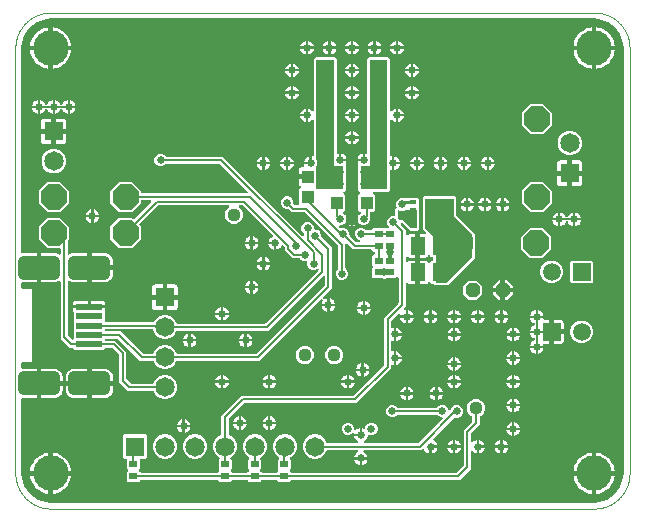
<source format=gbl>
G04 EAGLE Gerber RS-274X export*
G75*
%MOMM*%
%FSLAX35Y35*%
%LPD*%
%INcopper_bottom*%
%IPPOS*%
%AMOC8*
5,1,8,0,0,1.08239X$1,22.5*%
G01*
%ADD10C,0.000000*%
%ADD11R,1.000000X1.100000*%
%ADD12R,0.700000X0.600000*%
%ADD13R,1.300000X1.500000*%
%ADD14R,0.600000X0.300000*%
%ADD15R,0.635000X0.300000*%
%ADD16R,1.775000X2.450000*%
%ADD17P,1.319650X8X22.500000*%
%ADD18C,1.500000*%
%ADD19R,1.500000X1.500000*%
%ADD20R,2.250000X0.500000*%
%ADD21C,1.000000*%
%ADD22P,2.336880X8X22.500000*%
%ADD23P,2.336880X8X202.500000*%
%ADD24P,2.336880X8X112.500000*%
%ADD25R,1.650000X1.650000*%
%ADD26C,1.650000*%
%ADD27C,0.650000*%
%ADD28C,0.200000*%
%ADD29C,3.000000*%
%ADD30C,0.350000*%
%ADD31C,0.254000*%
%ADD32C,1.125000*%

G36*
X4900416Y50060D02*
X4900416Y50060D01*
X4900784Y50031D01*
X4938328Y52986D01*
X4939732Y53300D01*
X4940634Y53444D01*
X5012048Y76648D01*
X5012063Y76656D01*
X5012080Y76659D01*
X5012332Y76788D01*
X5014581Y77890D01*
X5014703Y78001D01*
X5014835Y78068D01*
X5075583Y122204D01*
X5075596Y122217D01*
X5075611Y122225D01*
X5075807Y122421D01*
X5077609Y124168D01*
X5077690Y124311D01*
X5077795Y124417D01*
X5121931Y185165D01*
X5121939Y185180D01*
X5121952Y185193D01*
X5122081Y185447D01*
X5123251Y187658D01*
X5123284Y187820D01*
X5123352Y187952D01*
X5146555Y259366D01*
X5146803Y260788D01*
X5147014Y261671D01*
X5149968Y299215D01*
X5149942Y299634D01*
X5149999Y300000D01*
X5149999Y3900000D01*
X5149940Y3900416D01*
X5149968Y3900784D01*
X5147014Y3938328D01*
X5146700Y3939732D01*
X5146555Y3940634D01*
X5123352Y4012048D01*
X5123344Y4012063D01*
X5123341Y4012080D01*
X5123212Y4012332D01*
X5122110Y4014581D01*
X5121999Y4014703D01*
X5121931Y4014835D01*
X5077795Y4075583D01*
X5077783Y4075596D01*
X5077775Y4075611D01*
X5077579Y4075807D01*
X5077475Y4075914D01*
X5077333Y4076144D01*
X5076672Y4076742D01*
X5075832Y4077609D01*
X5075689Y4077690D01*
X5075583Y4077795D01*
X5014835Y4121931D01*
X5014820Y4121939D01*
X5014807Y4121952D01*
X5014553Y4122081D01*
X5012342Y4123251D01*
X5012180Y4123284D01*
X5012048Y4123352D01*
X4940634Y4146555D01*
X4939211Y4146803D01*
X4938328Y4147014D01*
X4900784Y4149968D01*
X4900366Y4149942D01*
X4900000Y4149999D01*
X300000Y4149999D01*
X299584Y4149940D01*
X299215Y4149968D01*
X261671Y4147014D01*
X260268Y4146700D01*
X259366Y4146555D01*
X187952Y4123352D01*
X187937Y4123344D01*
X187919Y4123341D01*
X187668Y4123212D01*
X185419Y4122110D01*
X185297Y4121999D01*
X185165Y4121931D01*
X124417Y4077795D01*
X124404Y4077783D01*
X124389Y4077775D01*
X124193Y4077579D01*
X123558Y4076963D01*
X122846Y4076354D01*
X122701Y4076132D01*
X122391Y4075832D01*
X122309Y4075689D01*
X122204Y4075583D01*
X78068Y4014835D01*
X78061Y4014820D01*
X78048Y4014807D01*
X77919Y4014553D01*
X76749Y4012342D01*
X76715Y4012180D01*
X76648Y4012048D01*
X53444Y3940634D01*
X53196Y3939211D01*
X52986Y3938328D01*
X50031Y3900784D01*
X50058Y3900366D01*
X50000Y3900000D01*
X50000Y2174089D01*
X50029Y2173885D01*
X50009Y2173679D01*
X50228Y2172492D01*
X50398Y2171296D01*
X50483Y2171108D01*
X50521Y2170905D01*
X51063Y2169825D01*
X51561Y2168725D01*
X51695Y2168568D01*
X51788Y2168384D01*
X52608Y2167501D01*
X53395Y2166582D01*
X53568Y2166468D01*
X53708Y2166317D01*
X54745Y2165697D01*
X55755Y2165036D01*
X55952Y2164975D01*
X56129Y2164869D01*
X57298Y2164563D01*
X58453Y2164210D01*
X58659Y2164207D01*
X58859Y2164155D01*
X59761Y2164192D01*
X61273Y2164171D01*
X61626Y2164268D01*
X61951Y2164282D01*
X67573Y2165400D01*
X180001Y2165400D01*
X180001Y2117241D01*
X180030Y2117036D01*
X180009Y2116830D01*
X180229Y2115643D01*
X180399Y2114448D01*
X180484Y2114259D01*
X180522Y2114056D01*
X181063Y2112979D01*
X181561Y2111877D01*
X181696Y2111719D01*
X181789Y2111535D01*
X182608Y2110653D01*
X183395Y2109733D01*
X183569Y2109620D01*
X183709Y2109468D01*
X184748Y2108848D01*
X185755Y2108187D01*
X185953Y2108127D01*
X186131Y2108020D01*
X187299Y2107715D01*
X188453Y2107362D01*
X188661Y2107359D01*
X188860Y2107307D01*
X189762Y2107343D01*
X189999Y2107340D01*
X189999Y2050003D01*
X190089Y2049369D01*
X190080Y2048729D01*
X190287Y2047979D01*
X190397Y2047210D01*
X190660Y2046628D01*
X190831Y2046010D01*
X191239Y2045347D01*
X191559Y2044639D01*
X191975Y2044153D01*
X192311Y2043608D01*
X192888Y2043087D01*
X193393Y2042496D01*
X193928Y2042145D01*
X194403Y2041715D01*
X195104Y2041375D01*
X195753Y2040950D01*
X196364Y2040763D01*
X196941Y2040483D01*
X197635Y2040374D01*
X198451Y2040124D01*
X199305Y2040112D01*
X199998Y2040004D01*
X200001Y2040004D01*
X200635Y2040094D01*
X201272Y2040085D01*
X201275Y2040085D01*
X202025Y2040292D01*
X202794Y2040402D01*
X203377Y2040665D01*
X203995Y2040836D01*
X204658Y2041244D01*
X205365Y2041564D01*
X205851Y2041980D01*
X206396Y2042316D01*
X206918Y2042893D01*
X207509Y2043398D01*
X207859Y2043933D01*
X208289Y2044408D01*
X208629Y2045109D01*
X209055Y2045758D01*
X209242Y2046369D01*
X209522Y2046946D01*
X209631Y2047640D01*
X209880Y2048456D01*
X209892Y2049310D01*
X210001Y2050003D01*
X210001Y2107327D01*
X210865Y2107279D01*
X211067Y2107326D01*
X211273Y2107323D01*
X212435Y2107644D01*
X213613Y2107918D01*
X213793Y2108018D01*
X213993Y2108073D01*
X215022Y2108708D01*
X216074Y2109298D01*
X216218Y2109446D01*
X216394Y2109554D01*
X217206Y2110451D01*
X218050Y2111311D01*
X218148Y2111493D01*
X218287Y2111646D01*
X218813Y2112730D01*
X219386Y2113796D01*
X219429Y2113998D01*
X219520Y2114184D01*
X219660Y2115077D01*
X219975Y2116555D01*
X219948Y2116921D01*
X219998Y2117241D01*
X219998Y2165400D01*
X332427Y2165400D01*
X346994Y2162503D01*
X360715Y2156819D01*
X366944Y2152657D01*
X367625Y2152330D01*
X368255Y2151917D01*
X368888Y2151723D01*
X369488Y2151436D01*
X370232Y2151312D01*
X370953Y2151092D01*
X371616Y2151083D01*
X372271Y2150974D01*
X373021Y2151063D01*
X373774Y2151053D01*
X374413Y2151229D01*
X375073Y2151308D01*
X375766Y2151603D01*
X376493Y2151803D01*
X377059Y2152152D01*
X377669Y2152411D01*
X378253Y2152888D01*
X378895Y2153283D01*
X379341Y2153776D01*
X379854Y2154196D01*
X380282Y2154817D01*
X380788Y2155376D01*
X381078Y2155973D01*
X381454Y2156519D01*
X381691Y2157235D01*
X382021Y2157913D01*
X382115Y2158514D01*
X382341Y2159198D01*
X382378Y2160192D01*
X382499Y2160971D01*
X382499Y2196800D01*
X382409Y2197434D01*
X382418Y2198074D01*
X382211Y2198824D01*
X382101Y2199593D01*
X381838Y2200175D01*
X381668Y2200793D01*
X381259Y2201456D01*
X380939Y2202164D01*
X380523Y2202650D01*
X380187Y2203195D01*
X379610Y2203717D01*
X379105Y2204308D01*
X378570Y2204658D01*
X378095Y2205088D01*
X377394Y2205428D01*
X376745Y2205853D01*
X376134Y2206041D01*
X375557Y2206321D01*
X374863Y2206429D01*
X374047Y2206679D01*
X373193Y2206691D01*
X372500Y2206799D01*
X272001Y2206799D01*
X197049Y2281751D01*
X197049Y2387749D01*
X272001Y2462700D01*
X377999Y2462700D01*
X452950Y2387749D01*
X452950Y2281751D01*
X445429Y2274230D01*
X444855Y2273465D01*
X444212Y2272754D01*
X444011Y2272340D01*
X443736Y2271973D01*
X443398Y2271079D01*
X442979Y2270216D01*
X442913Y2269792D01*
X442740Y2269334D01*
X442640Y2268048D01*
X442500Y2267159D01*
X442500Y2160971D01*
X442607Y2160225D01*
X442613Y2159470D01*
X442805Y2158833D01*
X442898Y2158178D01*
X443209Y2157491D01*
X443426Y2156768D01*
X443787Y2156212D01*
X444061Y2155607D01*
X444551Y2155034D01*
X444961Y2154401D01*
X445463Y2153967D01*
X445895Y2153463D01*
X446525Y2153050D01*
X447096Y2152557D01*
X447700Y2152280D01*
X448255Y2151917D01*
X448975Y2151697D01*
X449661Y2151383D01*
X450318Y2151286D01*
X450953Y2151092D01*
X451706Y2151081D01*
X452453Y2150971D01*
X453111Y2151062D01*
X453773Y2151053D01*
X454500Y2151253D01*
X455247Y2151356D01*
X455798Y2151612D01*
X456493Y2151803D01*
X457341Y2152326D01*
X458055Y2152657D01*
X464285Y2156819D01*
X478006Y2162503D01*
X492573Y2165400D01*
X605001Y2165400D01*
X605001Y2117241D01*
X605030Y2117036D01*
X605009Y2116830D01*
X605229Y2115643D01*
X605399Y2114448D01*
X605484Y2114259D01*
X605522Y2114056D01*
X606063Y2112979D01*
X606561Y2111877D01*
X606696Y2111719D01*
X606789Y2111535D01*
X607608Y2110653D01*
X608395Y2109733D01*
X608569Y2109620D01*
X608709Y2109468D01*
X609748Y2108848D01*
X610755Y2108187D01*
X610953Y2108127D01*
X611131Y2108020D01*
X612299Y2107715D01*
X613453Y2107362D01*
X613661Y2107359D01*
X613860Y2107307D01*
X614762Y2107343D01*
X614999Y2107340D01*
X614999Y2050003D01*
X615089Y2049369D01*
X615080Y2048729D01*
X615287Y2047979D01*
X615397Y2047210D01*
X615660Y2046628D01*
X615831Y2046010D01*
X616239Y2045347D01*
X616559Y2044639D01*
X616975Y2044153D01*
X617311Y2043608D01*
X617888Y2043087D01*
X618393Y2042496D01*
X618928Y2042145D01*
X619403Y2041715D01*
X620104Y2041375D01*
X620753Y2040950D01*
X621364Y2040763D01*
X621941Y2040483D01*
X622635Y2040374D01*
X623451Y2040124D01*
X624305Y2040112D01*
X624998Y2040004D01*
X625001Y2040004D01*
X625635Y2040094D01*
X626272Y2040085D01*
X626275Y2040085D01*
X627025Y2040292D01*
X627794Y2040402D01*
X628377Y2040665D01*
X628995Y2040836D01*
X629658Y2041244D01*
X630024Y2041410D01*
X630107Y2041370D01*
X630756Y2040945D01*
X631367Y2040758D01*
X631944Y2040478D01*
X632638Y2040369D01*
X633454Y2040119D01*
X634308Y2040107D01*
X635001Y2039999D01*
X682045Y2039999D01*
X680483Y2032145D01*
X680477Y2032024D01*
X680331Y2031548D01*
X680328Y2031325D01*
X680272Y2031110D01*
X680308Y2029918D01*
X680292Y2028727D01*
X680351Y2028513D01*
X680358Y2028290D01*
X680726Y2027154D01*
X681042Y2026007D01*
X681159Y2025818D01*
X681227Y2025607D01*
X681896Y2024621D01*
X682523Y2023605D01*
X682688Y2023456D01*
X682812Y2023273D01*
X683728Y2022514D01*
X684615Y2021713D01*
X684815Y2021615D01*
X684986Y2021474D01*
X686078Y2021002D01*
X687153Y2020480D01*
X687360Y2020447D01*
X687575Y2020354D01*
X689499Y2020112D01*
X690210Y2020001D01*
X825400Y2020001D01*
X825400Y1982573D01*
X822503Y1968006D01*
X816819Y1954284D01*
X808568Y1941935D01*
X798064Y1931432D01*
X785716Y1923181D01*
X771994Y1917497D01*
X757427Y1914599D01*
X644998Y1914599D01*
X644998Y1982759D01*
X644969Y1982963D01*
X644990Y1983169D01*
X644771Y1984357D01*
X644600Y1985552D01*
X644515Y1985740D01*
X644478Y1985943D01*
X643935Y1987024D01*
X643438Y1988123D01*
X643304Y1988279D01*
X643211Y1988464D01*
X642389Y1989349D01*
X641604Y1990266D01*
X641431Y1990380D01*
X641291Y1990531D01*
X640254Y1991151D01*
X639244Y1991812D01*
X639047Y1991873D01*
X638869Y1991979D01*
X637701Y1992284D01*
X636546Y1992638D01*
X636339Y1992641D01*
X636140Y1992693D01*
X635238Y1992656D01*
X635001Y1992659D01*
X635001Y2029999D01*
X634912Y2030622D01*
X634919Y2031150D01*
X634918Y2031156D01*
X634919Y2031273D01*
X634712Y2032023D01*
X634603Y2032792D01*
X634339Y2033374D01*
X634169Y2033992D01*
X633760Y2034655D01*
X633440Y2035363D01*
X633025Y2035848D01*
X632688Y2036394D01*
X632112Y2036915D01*
X631606Y2037506D01*
X631071Y2037857D01*
X630596Y2038287D01*
X629896Y2038627D01*
X629246Y2039052D01*
X628635Y2039239D01*
X628058Y2039519D01*
X627365Y2039628D01*
X626548Y2039878D01*
X625695Y2039890D01*
X625001Y2039998D01*
X624998Y2039998D01*
X624364Y2039908D01*
X623728Y2039917D01*
X623724Y2039917D01*
X622974Y2039710D01*
X622205Y2039600D01*
X621623Y2039337D01*
X621005Y2039166D01*
X620342Y2038758D01*
X619634Y2038438D01*
X619148Y2038022D01*
X618603Y2037686D01*
X618082Y2037109D01*
X617491Y2036604D01*
X617140Y2036068D01*
X616710Y2035593D01*
X616370Y2034893D01*
X615945Y2034244D01*
X615758Y2033633D01*
X615478Y2033056D01*
X615369Y2032362D01*
X615119Y2031546D01*
X615107Y2030692D01*
X614999Y2029999D01*
X614999Y1992673D01*
X614135Y1992721D01*
X613933Y1992674D01*
X613727Y1992677D01*
X612564Y1992356D01*
X611387Y1992083D01*
X611207Y1991982D01*
X611007Y1991927D01*
X609977Y1991292D01*
X608926Y1990702D01*
X608782Y1990555D01*
X608605Y1990446D01*
X607794Y1989549D01*
X606949Y1988689D01*
X606852Y1988508D01*
X606713Y1988354D01*
X606184Y1987265D01*
X605613Y1986205D01*
X605570Y1986003D01*
X605480Y1985816D01*
X605340Y1984923D01*
X605024Y1983446D01*
X605051Y1983080D01*
X605001Y1982759D01*
X605001Y1914599D01*
X492573Y1914599D01*
X478006Y1917497D01*
X464285Y1923180D01*
X458055Y1927343D01*
X457374Y1927670D01*
X456745Y1928083D01*
X456111Y1928276D01*
X455512Y1928564D01*
X454768Y1928688D01*
X454047Y1928908D01*
X453384Y1928917D01*
X452729Y1929026D01*
X451979Y1928937D01*
X451226Y1928947D01*
X450587Y1928771D01*
X449927Y1928692D01*
X449234Y1928397D01*
X448506Y1928197D01*
X447941Y1927848D01*
X447331Y1927589D01*
X446747Y1927112D01*
X446105Y1926716D01*
X445659Y1926224D01*
X445145Y1925804D01*
X444718Y1925183D01*
X444212Y1924624D01*
X443922Y1924027D01*
X443546Y1923480D01*
X443308Y1922764D01*
X442979Y1922086D01*
X442885Y1921485D01*
X442659Y1920802D01*
X442622Y1919808D01*
X442500Y1919029D01*
X442500Y1469068D01*
X442635Y1468122D01*
X442683Y1467164D01*
X442834Y1466729D01*
X442898Y1466275D01*
X443293Y1465403D01*
X443606Y1464498D01*
X443858Y1464152D01*
X444061Y1463705D01*
X444899Y1462725D01*
X445429Y1461998D01*
X475429Y1431997D01*
X475686Y1431804D01*
X475895Y1431560D01*
X476810Y1430961D01*
X477686Y1430304D01*
X477987Y1430190D01*
X478255Y1430014D01*
X479301Y1429694D01*
X480325Y1429308D01*
X480645Y1429283D01*
X480953Y1429189D01*
X482047Y1429174D01*
X483138Y1429089D01*
X483453Y1429154D01*
X483774Y1429150D01*
X484829Y1429441D01*
X485900Y1429664D01*
X486183Y1429815D01*
X486493Y1429900D01*
X487427Y1430476D01*
X488391Y1430988D01*
X488621Y1431212D01*
X488895Y1431381D01*
X489629Y1432192D01*
X490414Y1432955D01*
X490573Y1433235D01*
X490788Y1433473D01*
X491266Y1434458D01*
X491806Y1435409D01*
X491880Y1435721D01*
X492021Y1436011D01*
X492160Y1436901D01*
X492458Y1438154D01*
X492433Y1438644D01*
X492499Y1439068D01*
X492499Y1503318D01*
X492671Y1503580D01*
X492988Y1503888D01*
X493372Y1504565D01*
X493838Y1505186D01*
X493994Y1505599D01*
X494036Y1505664D01*
X494084Y1505820D01*
X494380Y1506342D01*
X494560Y1507099D01*
X494834Y1507825D01*
X494883Y1508464D01*
X495031Y1509087D01*
X494993Y1509862D01*
X495053Y1510638D01*
X494922Y1511266D01*
X494890Y1511905D01*
X494636Y1512639D01*
X494477Y1513400D01*
X494177Y1513965D01*
X493967Y1514571D01*
X493553Y1515138D01*
X493153Y1515892D01*
X492558Y1516504D01*
X492499Y1516584D01*
X492499Y1583320D01*
X492666Y1583575D01*
X492988Y1583887D01*
X493372Y1584564D01*
X493838Y1585185D01*
X493996Y1585605D01*
X494032Y1585659D01*
X494077Y1585808D01*
X494380Y1586341D01*
X494559Y1587096D01*
X494834Y1587824D01*
X494883Y1588464D01*
X495031Y1589086D01*
X494993Y1589861D01*
X495053Y1590637D01*
X494922Y1591265D01*
X494890Y1591904D01*
X494636Y1592637D01*
X494478Y1593399D01*
X494177Y1593966D01*
X493968Y1594570D01*
X493555Y1595136D01*
X493154Y1595891D01*
X492558Y1596503D01*
X492499Y1596583D01*
X492499Y1666161D01*
X492349Y1667213D01*
X492274Y1668274D01*
X492154Y1668584D01*
X492101Y1668954D01*
X491486Y1670315D01*
X491160Y1671161D01*
X488831Y1675195D01*
X487099Y1681656D01*
X487099Y1697500D01*
X622498Y1697500D01*
X623132Y1697590D01*
X623772Y1697582D01*
X624522Y1697788D01*
X625118Y1697873D01*
X625138Y1697870D01*
X625955Y1697620D01*
X626808Y1697608D01*
X627502Y1697500D01*
X762900Y1697500D01*
X762900Y1681656D01*
X761169Y1675195D01*
X758840Y1671161D01*
X758444Y1670176D01*
X757979Y1669219D01*
X757928Y1668891D01*
X757788Y1668543D01*
X757640Y1667055D01*
X757500Y1666162D01*
X757500Y1596675D01*
X757418Y1596605D01*
X756818Y1595688D01*
X756162Y1594814D01*
X756048Y1594513D01*
X755873Y1594245D01*
X755552Y1593198D01*
X755166Y1592174D01*
X755141Y1591854D01*
X755047Y1591547D01*
X755032Y1590453D01*
X754947Y1589362D01*
X755013Y1589047D01*
X755008Y1588726D01*
X755299Y1587670D01*
X755523Y1586600D01*
X755673Y1586317D01*
X755758Y1586006D01*
X756335Y1585072D01*
X756847Y1584108D01*
X757070Y1583878D01*
X757239Y1583605D01*
X758050Y1582871D01*
X758813Y1582086D01*
X759093Y1581927D01*
X759331Y1581712D01*
X760317Y1581233D01*
X761268Y1580694D01*
X761579Y1580620D01*
X761869Y1580479D01*
X762760Y1580339D01*
X764013Y1580042D01*
X764502Y1580067D01*
X764926Y1580000D01*
X1166952Y1580000D01*
X1167043Y1580013D01*
X1167133Y1580002D01*
X1168440Y1580213D01*
X1169745Y1580398D01*
X1169829Y1580436D01*
X1169919Y1580451D01*
X1171109Y1581015D01*
X1172316Y1581561D01*
X1172386Y1581620D01*
X1172468Y1581659D01*
X1173454Y1582534D01*
X1174460Y1583395D01*
X1174510Y1583471D01*
X1174578Y1583532D01*
X1174966Y1584168D01*
X1176006Y1585755D01*
X1176077Y1585986D01*
X1176191Y1586173D01*
X1179355Y1593812D01*
X1208188Y1622646D01*
X1245861Y1638250D01*
X1286639Y1638250D01*
X1324312Y1622646D01*
X1353146Y1593812D01*
X1362212Y1571923D01*
X1362258Y1571845D01*
X1362283Y1571756D01*
X1362983Y1570621D01*
X1363649Y1569495D01*
X1363715Y1569433D01*
X1363763Y1569355D01*
X1364745Y1568467D01*
X1365706Y1567565D01*
X1365788Y1567523D01*
X1365856Y1567462D01*
X1367044Y1566885D01*
X1368221Y1566286D01*
X1368311Y1566269D01*
X1368393Y1566229D01*
X1369132Y1566113D01*
X1370993Y1565761D01*
X1371236Y1565784D01*
X1371450Y1565750D01*
X2112613Y1565750D01*
X2113561Y1565886D01*
X2114517Y1565933D01*
X2114950Y1566083D01*
X2115406Y1566148D01*
X2116278Y1566543D01*
X2117183Y1566856D01*
X2117529Y1567108D01*
X2117976Y1567311D01*
X2118956Y1568149D01*
X2119683Y1568679D01*
X2564870Y2013866D01*
X2565391Y2014560D01*
X2565985Y2015193D01*
X2566234Y2015684D01*
X2566564Y2016123D01*
X2566869Y2016933D01*
X2567263Y2017708D01*
X2567366Y2018249D01*
X2567560Y2018762D01*
X2567627Y2019626D01*
X2567789Y2020480D01*
X2567736Y2021028D01*
X2567779Y2021575D01*
X2567602Y2022424D01*
X2567519Y2023288D01*
X2567315Y2023799D01*
X2567203Y2024337D01*
X2566796Y2025103D01*
X2566475Y2025909D01*
X2566138Y2026342D01*
X2565879Y2026828D01*
X2565273Y2027451D01*
X2564741Y2028134D01*
X2564296Y2028456D01*
X2563912Y2028851D01*
X2563157Y2029279D01*
X2562454Y2029787D01*
X2561936Y2029972D01*
X2561458Y2030243D01*
X2560615Y2030443D01*
X2559797Y2030735D01*
X2559248Y2030768D01*
X2558713Y2030894D01*
X2557846Y2030851D01*
X2556981Y2030903D01*
X2556485Y2030783D01*
X2555896Y2030753D01*
X2554809Y2030377D01*
X2553973Y2030175D01*
X2535443Y2022499D01*
X2514557Y2022499D01*
X2495261Y2030492D01*
X2480492Y2045261D01*
X2472499Y2064557D01*
X2472499Y2086898D01*
X2472538Y2087103D01*
X2472433Y2088179D01*
X2472400Y2089263D01*
X2472297Y2089580D01*
X2472265Y2089911D01*
X2471864Y2090914D01*
X2471529Y2091947D01*
X2471341Y2092223D01*
X2471218Y2092531D01*
X2470553Y2093382D01*
X2469943Y2094280D01*
X2469686Y2094492D01*
X2469482Y2094754D01*
X2468603Y2095387D01*
X2467768Y2096078D01*
X2467463Y2096209D01*
X2467193Y2096404D01*
X2466174Y2096766D01*
X2465178Y2097196D01*
X2464848Y2097237D01*
X2464535Y2097348D01*
X2463453Y2097412D01*
X2462379Y2097546D01*
X2462086Y2097499D01*
X2461958Y2097499D01*
X2461718Y2097513D01*
X2461660Y2097499D01*
X2439557Y2097499D01*
X2420261Y2105492D01*
X2408682Y2117071D01*
X2407917Y2117645D01*
X2407206Y2118288D01*
X2406792Y2118489D01*
X2406426Y2118764D01*
X2405532Y2119101D01*
X2404669Y2119521D01*
X2404245Y2119587D01*
X2403786Y2119760D01*
X2402501Y2119860D01*
X2401612Y2119999D01*
X2349184Y2119999D01*
X2282499Y2186684D01*
X2282499Y2209320D01*
X2282364Y2210267D01*
X2282317Y2211224D01*
X2282166Y2211659D01*
X2282101Y2212113D01*
X2281707Y2212985D01*
X2281394Y2213890D01*
X2281141Y2214237D01*
X2280939Y2214684D01*
X2280101Y2215664D01*
X2279571Y2216391D01*
X2268359Y2227603D01*
X2267412Y2228314D01*
X2266498Y2229067D01*
X2266287Y2229158D01*
X2266103Y2229296D01*
X2264993Y2229715D01*
X2263907Y2230183D01*
X2263678Y2230211D01*
X2263463Y2230292D01*
X2262282Y2230384D01*
X2261107Y2230530D01*
X2260880Y2230493D01*
X2260650Y2230511D01*
X2259490Y2230270D01*
X2258322Y2230081D01*
X2258113Y2229983D01*
X2257888Y2229936D01*
X2256842Y2229380D01*
X2255772Y2228873D01*
X2255600Y2228720D01*
X2255397Y2228612D01*
X2254547Y2227785D01*
X2253662Y2227000D01*
X2253549Y2226814D01*
X2253374Y2226645D01*
X2252442Y2225001D01*
X2252050Y2224359D01*
X2251310Y2222573D01*
X2244974Y2213090D01*
X2236910Y2205026D01*
X2227425Y2198689D01*
X2216889Y2194324D01*
X2210001Y2192954D01*
X2210001Y2249997D01*
X2209912Y2250619D01*
X2209919Y2251137D01*
X2209917Y2251143D01*
X2209919Y2251270D01*
X2209712Y2252020D01*
X2209603Y2252790D01*
X2209339Y2253372D01*
X2209169Y2253990D01*
X2208760Y2254653D01*
X2208440Y2255360D01*
X2208025Y2255846D01*
X2207688Y2256392D01*
X2207684Y2256395D01*
X2207684Y2256396D01*
X2207110Y2256915D01*
X2206606Y2257504D01*
X2206605Y2257505D01*
X2206602Y2257509D01*
X2206066Y2257859D01*
X2205591Y2258289D01*
X2204891Y2258629D01*
X2204242Y2259055D01*
X2203630Y2259242D01*
X2203054Y2259522D01*
X2202360Y2259631D01*
X2201544Y2259880D01*
X2200690Y2259892D01*
X2199997Y2260001D01*
X2142954Y2260001D01*
X2144324Y2266889D01*
X2148689Y2277425D01*
X2155026Y2286910D01*
X2163090Y2294974D01*
X2172573Y2301310D01*
X2174359Y2302050D01*
X2175383Y2302656D01*
X2176424Y2303209D01*
X2176588Y2303369D01*
X2176787Y2303486D01*
X2177599Y2304352D01*
X2178446Y2305176D01*
X2178559Y2305376D01*
X2178717Y2305544D01*
X2179255Y2306602D01*
X2179838Y2307630D01*
X2179891Y2307853D01*
X2179996Y2308059D01*
X2180216Y2309222D01*
X2180490Y2310375D01*
X2180478Y2310605D01*
X2180521Y2310831D01*
X2180408Y2312010D01*
X2180348Y2313192D01*
X2180273Y2313409D01*
X2180251Y2313639D01*
X2179812Y2314742D01*
X2179426Y2315858D01*
X2179298Y2316034D01*
X2179208Y2316260D01*
X2178043Y2317756D01*
X2177603Y2318359D01*
X1928891Y2567071D01*
X1928126Y2567645D01*
X1927415Y2568288D01*
X1927001Y2568489D01*
X1926634Y2568764D01*
X1925740Y2569101D01*
X1924877Y2569521D01*
X1924453Y2569587D01*
X1923995Y2569760D01*
X1922709Y2569860D01*
X1921820Y2569999D01*
X1899475Y2569999D01*
X1899158Y2569954D01*
X1898837Y2569979D01*
X1897764Y2569756D01*
X1896682Y2569601D01*
X1896390Y2569469D01*
X1896075Y2569403D01*
X1895109Y2568890D01*
X1894112Y2568439D01*
X1893867Y2568230D01*
X1893584Y2568079D01*
X1892800Y2567317D01*
X1891968Y2566605D01*
X1891792Y2566336D01*
X1891562Y2566112D01*
X1891022Y2565161D01*
X1890422Y2564245D01*
X1890328Y2563938D01*
X1890169Y2563658D01*
X1889917Y2562596D01*
X1889596Y2561547D01*
X1889592Y2561225D01*
X1889518Y2560913D01*
X1889573Y2559822D01*
X1889558Y2558726D01*
X1889643Y2558416D01*
X1889659Y2558096D01*
X1890016Y2557064D01*
X1890308Y2556007D01*
X1890477Y2555732D01*
X1890582Y2555430D01*
X1891111Y2554704D01*
X1891788Y2553605D01*
X1891925Y2553482D01*
X1891945Y2553448D01*
X1892183Y2553233D01*
X1892405Y2552929D01*
X1914642Y2530692D01*
X1926250Y2502668D01*
X1926250Y2472332D01*
X1914642Y2444308D01*
X1893192Y2422858D01*
X1865168Y2411249D01*
X1834832Y2411249D01*
X1806808Y2422858D01*
X1785358Y2444308D01*
X1773749Y2472332D01*
X1773749Y2502668D01*
X1785358Y2530692D01*
X1807595Y2552929D01*
X1807740Y2553123D01*
X1807875Y2553238D01*
X1807909Y2553290D01*
X1808032Y2553395D01*
X1808631Y2554310D01*
X1809288Y2555186D01*
X1809402Y2555487D01*
X1809578Y2555755D01*
X1809898Y2556801D01*
X1810284Y2557825D01*
X1810309Y2558145D01*
X1810403Y2558453D01*
X1810418Y2559547D01*
X1810503Y2560638D01*
X1810438Y2560953D01*
X1810442Y2561274D01*
X1810151Y2562329D01*
X1809928Y2563400D01*
X1809778Y2563683D01*
X1809692Y2563993D01*
X1809116Y2564927D01*
X1808604Y2565891D01*
X1808380Y2566121D01*
X1808212Y2566395D01*
X1807400Y2567129D01*
X1806637Y2567914D01*
X1806357Y2568073D01*
X1806119Y2568288D01*
X1805135Y2568766D01*
X1804183Y2569306D01*
X1803871Y2569380D01*
X1803582Y2569521D01*
X1802691Y2569660D01*
X1801438Y2569958D01*
X1800948Y2569933D01*
X1800524Y2569999D01*
X1213568Y2569999D01*
X1212620Y2569864D01*
X1211664Y2569816D01*
X1211231Y2569666D01*
X1210775Y2569601D01*
X1209903Y2569207D01*
X1208998Y2568894D01*
X1208652Y2568641D01*
X1208205Y2568439D01*
X1207225Y2567601D01*
X1206498Y2567071D01*
X1051758Y2412332D01*
X1051374Y2411819D01*
X1050915Y2411373D01*
X1050532Y2410698D01*
X1050065Y2410075D01*
X1049839Y2409476D01*
X1049523Y2408919D01*
X1049344Y2408164D01*
X1049069Y2407436D01*
X1049019Y2406797D01*
X1048872Y2406174D01*
X1048910Y2405399D01*
X1048850Y2404623D01*
X1048981Y2403995D01*
X1049013Y2403357D01*
X1049267Y2402622D01*
X1049426Y2401861D01*
X1049726Y2401296D01*
X1049935Y2400691D01*
X1050349Y2400123D01*
X1050749Y2399370D01*
X1051345Y2398757D01*
X1051758Y2398190D01*
X1060950Y2388999D01*
X1060950Y2283001D01*
X985999Y2208049D01*
X880001Y2208049D01*
X805049Y2283001D01*
X805049Y2388999D01*
X880001Y2463950D01*
X985999Y2463950D01*
X995190Y2454758D01*
X995702Y2454375D01*
X996148Y2453915D01*
X996825Y2453532D01*
X997447Y2453065D01*
X998046Y2452839D01*
X998603Y2452523D01*
X999358Y2452344D01*
X1000086Y2452069D01*
X1000725Y2452019D01*
X1001348Y2451872D01*
X1002123Y2451910D01*
X1002899Y2451850D01*
X1003527Y2451981D01*
X1004165Y2452013D01*
X1004899Y2452267D01*
X1005661Y2452426D01*
X1006226Y2452726D01*
X1006831Y2452935D01*
X1007398Y2453349D01*
X1008152Y2453749D01*
X1008765Y2454345D01*
X1009332Y2454758D01*
X1147503Y2592929D01*
X1147647Y2593122D01*
X1147780Y2593236D01*
X1147815Y2593288D01*
X1147939Y2593395D01*
X1148540Y2594312D01*
X1149196Y2595186D01*
X1149309Y2595486D01*
X1149485Y2595755D01*
X1149806Y2596802D01*
X1150192Y2597825D01*
X1150217Y2598145D01*
X1150311Y2598453D01*
X1150326Y2599547D01*
X1150411Y2600638D01*
X1150345Y2600953D01*
X1150350Y2601274D01*
X1150058Y2602329D01*
X1149835Y2603400D01*
X1149685Y2603683D01*
X1149599Y2603993D01*
X1149023Y2604928D01*
X1148511Y2605892D01*
X1148288Y2606121D01*
X1148119Y2606395D01*
X1147308Y2607129D01*
X1146544Y2607914D01*
X1146265Y2608073D01*
X1146027Y2608288D01*
X1145041Y2608767D01*
X1144090Y2609306D01*
X1143779Y2609380D01*
X1143489Y2609521D01*
X1142598Y2609660D01*
X1141345Y2609958D01*
X1140856Y2609933D01*
X1140432Y2609999D01*
X1070950Y2609999D01*
X1070316Y2609909D01*
X1069676Y2609918D01*
X1068926Y2609711D01*
X1068157Y2609601D01*
X1067574Y2609338D01*
X1066956Y2609168D01*
X1066293Y2608759D01*
X1065586Y2608439D01*
X1065100Y2608023D01*
X1064555Y2607687D01*
X1064033Y2607110D01*
X1063442Y2606605D01*
X1063092Y2606070D01*
X1062662Y2605595D01*
X1062322Y2604894D01*
X1061896Y2604245D01*
X1061709Y2603634D01*
X1061429Y2603057D01*
X1061320Y2602363D01*
X1061071Y2601547D01*
X1061059Y2600693D01*
X1060950Y2600000D01*
X1060950Y2587001D01*
X985999Y2512049D01*
X880001Y2512049D01*
X805049Y2587001D01*
X805049Y2692999D01*
X880001Y2767950D01*
X985999Y2767950D01*
X1060950Y2692999D01*
X1060950Y2680000D01*
X1061041Y2679366D01*
X1061032Y2678726D01*
X1061239Y2677976D01*
X1061348Y2677207D01*
X1061612Y2676624D01*
X1061782Y2676006D01*
X1062191Y2675343D01*
X1062511Y2674636D01*
X1062926Y2674150D01*
X1063263Y2673605D01*
X1063839Y2673083D01*
X1064345Y2672492D01*
X1064880Y2672142D01*
X1065355Y2671712D01*
X1066055Y2671372D01*
X1066705Y2670946D01*
X1067316Y2670759D01*
X1067893Y2670479D01*
X1068586Y2670370D01*
X1069403Y2670121D01*
X1070256Y2670109D01*
X1070950Y2670000D01*
X1956863Y2670000D01*
X1957181Y2670046D01*
X1957501Y2670021D01*
X1958573Y2670244D01*
X1959656Y2670398D01*
X1959949Y2670531D01*
X1960263Y2670596D01*
X1961228Y2671109D01*
X1962227Y2671561D01*
X1962471Y2671770D01*
X1962755Y2671920D01*
X1963538Y2672683D01*
X1964371Y2673395D01*
X1964547Y2673664D01*
X1964777Y2673888D01*
X1965317Y2674839D01*
X1965917Y2675755D01*
X1966011Y2676062D01*
X1966169Y2676341D01*
X1966421Y2677404D01*
X1966742Y2678453D01*
X1966747Y2678774D01*
X1966821Y2679086D01*
X1966766Y2680178D01*
X1966781Y2681273D01*
X1966695Y2681583D01*
X1966679Y2681904D01*
X1966323Y2682935D01*
X1966031Y2683993D01*
X1965862Y2684268D01*
X1965757Y2684570D01*
X1965228Y2685296D01*
X1964550Y2686395D01*
X1964186Y2686724D01*
X1963934Y2687070D01*
X1733933Y2917071D01*
X1733168Y2917645D01*
X1732457Y2918288D01*
X1732043Y2918489D01*
X1731677Y2918764D01*
X1730783Y2919101D01*
X1729920Y2919521D01*
X1729496Y2919587D01*
X1729037Y2919760D01*
X1727752Y2919860D01*
X1726863Y2919999D01*
X1278388Y2919999D01*
X1277439Y2919864D01*
X1276484Y2919816D01*
X1276050Y2919666D01*
X1275595Y2919601D01*
X1274722Y2919207D01*
X1273818Y2918894D01*
X1273472Y2918641D01*
X1273024Y2918439D01*
X1272044Y2917601D01*
X1271318Y2917071D01*
X1259739Y2905492D01*
X1240443Y2897499D01*
X1219557Y2897499D01*
X1200261Y2905492D01*
X1185492Y2920261D01*
X1177499Y2939557D01*
X1177499Y2960443D01*
X1185492Y2979739D01*
X1200261Y2994508D01*
X1219557Y3002500D01*
X1240443Y3002500D01*
X1259739Y2994508D01*
X1271318Y2982929D01*
X1272083Y2982355D01*
X1272793Y2981712D01*
X1273208Y2981511D01*
X1273574Y2981236D01*
X1274468Y2980898D01*
X1275331Y2980479D01*
X1275755Y2980413D01*
X1276213Y2980240D01*
X1277499Y2980140D01*
X1278388Y2980000D01*
X1755858Y2980000D01*
X2427929Y2307928D01*
X2428186Y2307736D01*
X2428395Y2307492D01*
X2429310Y2306892D01*
X2430186Y2306235D01*
X2430487Y2306122D01*
X2430755Y2305946D01*
X2431801Y2305625D01*
X2432825Y2305239D01*
X2433145Y2305214D01*
X2433453Y2305120D01*
X2434547Y2305105D01*
X2435638Y2305020D01*
X2435953Y2305086D01*
X2436274Y2305081D01*
X2437329Y2305373D01*
X2438400Y2305596D01*
X2438683Y2305746D01*
X2438993Y2305832D01*
X2439928Y2306408D01*
X2440892Y2306920D01*
X2441121Y2307143D01*
X2441395Y2307312D01*
X2442129Y2308123D01*
X2442914Y2308887D01*
X2443073Y2309166D01*
X2443288Y2309404D01*
X2443767Y2310390D01*
X2444306Y2311341D01*
X2444380Y2311652D01*
X2444521Y2311942D01*
X2444660Y2312833D01*
X2444958Y2314086D01*
X2444933Y2314575D01*
X2444999Y2314999D01*
X2444999Y2326612D01*
X2444864Y2327560D01*
X2444816Y2328516D01*
X2444666Y2328949D01*
X2444601Y2329405D01*
X2444207Y2330278D01*
X2443894Y2331182D01*
X2443641Y2331528D01*
X2443439Y2331975D01*
X2442601Y2332955D01*
X2442071Y2333682D01*
X2430492Y2345261D01*
X2422499Y2364557D01*
X2422499Y2385443D01*
X2430492Y2404739D01*
X2445261Y2419508D01*
X2464557Y2427500D01*
X2485443Y2427500D01*
X2504739Y2419508D01*
X2519508Y2404739D01*
X2527500Y2385443D01*
X2527500Y2372500D01*
X2527591Y2371866D01*
X2527582Y2371226D01*
X2527789Y2370476D01*
X2527898Y2369707D01*
X2528162Y2369124D01*
X2528332Y2368506D01*
X2528741Y2367843D01*
X2529061Y2367136D01*
X2529476Y2366650D01*
X2529813Y2366105D01*
X2530389Y2365583D01*
X2530895Y2364992D01*
X2531430Y2364642D01*
X2531905Y2364212D01*
X2532605Y2363872D01*
X2533255Y2363446D01*
X2533866Y2363259D01*
X2534443Y2362979D01*
X2535136Y2362870D01*
X2535953Y2362621D01*
X2536806Y2362609D01*
X2537500Y2362500D01*
X2549193Y2362500D01*
X2568489Y2354508D01*
X2583258Y2339739D01*
X2591250Y2320443D01*
X2591250Y2304068D01*
X2591386Y2303120D01*
X2591433Y2302164D01*
X2591583Y2301731D01*
X2591648Y2301275D01*
X2592043Y2300403D01*
X2592356Y2299498D01*
X2592608Y2299152D01*
X2592811Y2298705D01*
X2593649Y2297725D01*
X2594179Y2296998D01*
X2680000Y2211177D01*
X2680000Y1862573D01*
X2607460Y1790033D01*
X2607198Y1789685D01*
X2606874Y1789394D01*
X2606355Y1788561D01*
X2605767Y1787777D01*
X2605613Y1787370D01*
X2605382Y1786999D01*
X2605116Y1786053D01*
X2604771Y1785137D01*
X2604737Y1784704D01*
X2604619Y1784283D01*
X2604628Y1783302D01*
X2604552Y1782324D01*
X2604640Y1781898D01*
X2604644Y1781462D01*
X2604928Y1780521D01*
X2605127Y1779563D01*
X2605331Y1779179D01*
X2605457Y1778761D01*
X2605991Y1777938D01*
X2606451Y1777071D01*
X2606755Y1776758D01*
X2606992Y1776393D01*
X2607733Y1775753D01*
X2608418Y1775049D01*
X2608798Y1774833D01*
X2609127Y1774549D01*
X2610019Y1774140D01*
X2610872Y1773657D01*
X2611295Y1773556D01*
X2611692Y1773374D01*
X2612664Y1773231D01*
X2613617Y1773005D01*
X2614051Y1773027D01*
X2614483Y1772963D01*
X2615456Y1773097D01*
X2616435Y1773146D01*
X2616846Y1773288D01*
X2617278Y1773348D01*
X2618047Y1773704D01*
X2619101Y1774069D01*
X2619565Y1774407D01*
X2620086Y1774648D01*
X2622573Y1776311D01*
X2633110Y1780675D01*
X2639999Y1782045D01*
X2639999Y1735001D01*
X2592954Y1735001D01*
X2594324Y1741889D01*
X2598689Y1752426D01*
X2600351Y1754914D01*
X2600540Y1755307D01*
X2600801Y1755655D01*
X2601147Y1756572D01*
X2601572Y1757457D01*
X2601643Y1757887D01*
X2601797Y1758294D01*
X2601873Y1759272D01*
X2602034Y1760240D01*
X2601983Y1760673D01*
X2602016Y1761107D01*
X2601816Y1762067D01*
X2601700Y1763042D01*
X2601529Y1763443D01*
X2601441Y1763869D01*
X2600981Y1764735D01*
X2600597Y1765638D01*
X2600321Y1765976D01*
X2600117Y1766361D01*
X2599433Y1767064D01*
X2598812Y1767823D01*
X2598453Y1768071D01*
X2598149Y1768383D01*
X2597297Y1768867D01*
X2596488Y1769423D01*
X2596074Y1769560D01*
X2595696Y1769775D01*
X2594742Y1770001D01*
X2593810Y1770310D01*
X2593374Y1770326D01*
X2592951Y1770427D01*
X2591971Y1770378D01*
X2590991Y1770413D01*
X2590568Y1770307D01*
X2590133Y1770285D01*
X2589207Y1769965D01*
X2588255Y1769725D01*
X2587879Y1769505D01*
X2587467Y1769363D01*
X2586782Y1768864D01*
X2585820Y1768300D01*
X2585431Y1767878D01*
X2584967Y1767540D01*
X2089679Y1272252D01*
X2069177Y1251749D01*
X1371450Y1251749D01*
X1371360Y1251737D01*
X1371269Y1251748D01*
X1369963Y1251537D01*
X1368657Y1251351D01*
X1368574Y1251313D01*
X1368484Y1251299D01*
X1367290Y1250733D01*
X1366087Y1250189D01*
X1366017Y1250130D01*
X1365935Y1250091D01*
X1364948Y1249215D01*
X1363943Y1248355D01*
X1363893Y1248278D01*
X1363824Y1248218D01*
X1363434Y1247578D01*
X1362397Y1245995D01*
X1362326Y1245763D01*
X1362212Y1245577D01*
X1353146Y1223688D01*
X1324312Y1194854D01*
X1286639Y1179249D01*
X1245861Y1179249D01*
X1208188Y1194854D01*
X1179354Y1223688D01*
X1170288Y1245577D01*
X1170242Y1245654D01*
X1170217Y1245743D01*
X1169517Y1246878D01*
X1168851Y1248005D01*
X1168785Y1248067D01*
X1168737Y1248145D01*
X1167755Y1249033D01*
X1166793Y1249935D01*
X1166712Y1249977D01*
X1166644Y1250038D01*
X1165456Y1250615D01*
X1164278Y1251214D01*
X1164188Y1251231D01*
X1164107Y1251271D01*
X1163368Y1251386D01*
X1161507Y1251739D01*
X1161264Y1251716D01*
X1161049Y1251749D01*
X1055823Y1251749D01*
X870502Y1437071D01*
X869737Y1437645D01*
X869026Y1438288D01*
X868612Y1438489D01*
X868245Y1438764D01*
X867351Y1439101D01*
X866488Y1439521D01*
X866064Y1439587D01*
X865606Y1439760D01*
X864321Y1439860D01*
X863431Y1439999D01*
X764926Y1439999D01*
X763978Y1439864D01*
X763022Y1439816D01*
X762588Y1439666D01*
X762133Y1439601D01*
X761260Y1439207D01*
X760356Y1438894D01*
X760010Y1438641D01*
X759563Y1438439D01*
X758583Y1437601D01*
X757856Y1437071D01*
X757855Y1437070D01*
X757663Y1436814D01*
X757419Y1436605D01*
X757418Y1436605D01*
X756818Y1435688D01*
X756162Y1434814D01*
X756048Y1434513D01*
X755873Y1434245D01*
X755552Y1433198D01*
X755166Y1432174D01*
X755141Y1431854D01*
X755047Y1431547D01*
X755032Y1430452D01*
X754947Y1429362D01*
X755013Y1429047D01*
X755008Y1428726D01*
X755299Y1427670D01*
X755523Y1426600D01*
X755673Y1426317D01*
X755758Y1426006D01*
X756335Y1425072D01*
X756847Y1424108D01*
X757070Y1423878D01*
X757239Y1423605D01*
X758050Y1422871D01*
X758813Y1422086D01*
X759093Y1421927D01*
X759331Y1421712D01*
X760317Y1421233D01*
X761268Y1420694D01*
X761579Y1420620D01*
X761869Y1420479D01*
X762760Y1420339D01*
X764013Y1420042D01*
X764502Y1420067D01*
X764926Y1420000D01*
X847427Y1420000D01*
X939500Y1327927D01*
X939500Y1101068D01*
X939636Y1100120D01*
X939683Y1099164D01*
X939833Y1098731D01*
X939898Y1098275D01*
X940293Y1097403D01*
X940606Y1096498D01*
X940858Y1096152D01*
X941061Y1095705D01*
X941899Y1094725D01*
X942429Y1093998D01*
X975748Y1060679D01*
X976513Y1060105D01*
X977224Y1059462D01*
X977638Y1059261D01*
X978004Y1058986D01*
X978898Y1058648D01*
X979761Y1058229D01*
X980185Y1058163D01*
X980644Y1057990D01*
X981929Y1057890D01*
X982818Y1057750D01*
X1161049Y1057750D01*
X1161140Y1057763D01*
X1161231Y1057752D01*
X1162537Y1057963D01*
X1163843Y1058148D01*
X1163926Y1058186D01*
X1164016Y1058201D01*
X1165210Y1058767D01*
X1166413Y1059311D01*
X1166483Y1059370D01*
X1166565Y1059409D01*
X1167552Y1060285D01*
X1168557Y1061145D01*
X1168607Y1061221D01*
X1168675Y1061282D01*
X1169066Y1061922D01*
X1170103Y1063505D01*
X1170174Y1063737D01*
X1170288Y1063923D01*
X1179354Y1085812D01*
X1208188Y1114646D01*
X1245861Y1130250D01*
X1286639Y1130250D01*
X1324312Y1114646D01*
X1353146Y1085812D01*
X1368750Y1048139D01*
X1368750Y1007361D01*
X1353146Y969688D01*
X1324312Y940854D01*
X1286639Y925249D01*
X1245861Y925249D01*
X1208188Y940854D01*
X1179354Y969688D01*
X1170288Y991577D01*
X1170242Y991654D01*
X1170217Y991743D01*
X1169517Y992878D01*
X1168851Y994005D01*
X1168785Y994067D01*
X1168737Y994145D01*
X1167755Y995033D01*
X1166793Y995935D01*
X1166712Y995977D01*
X1166644Y996038D01*
X1165456Y996615D01*
X1164278Y997214D01*
X1164188Y997231D01*
X1164107Y997271D01*
X1163368Y997386D01*
X1161507Y997739D01*
X1161264Y997716D01*
X1161049Y997749D01*
X953823Y997749D01*
X879499Y1072073D01*
X879499Y1298931D01*
X879364Y1299880D01*
X879316Y1300835D01*
X879166Y1301268D01*
X879101Y1301724D01*
X878707Y1302597D01*
X878394Y1303502D01*
X878141Y1303848D01*
X877939Y1304295D01*
X877101Y1305275D01*
X876571Y1306002D01*
X825502Y1357071D01*
X824737Y1357645D01*
X824026Y1358288D01*
X823612Y1358489D01*
X823245Y1358764D01*
X822351Y1359101D01*
X821488Y1359521D01*
X821064Y1359587D01*
X820606Y1359760D01*
X819321Y1359860D01*
X818431Y1359999D01*
X764926Y1359999D01*
X763977Y1359864D01*
X763022Y1359816D01*
X762588Y1359666D01*
X762133Y1359601D01*
X761260Y1359207D01*
X760356Y1358894D01*
X760009Y1358641D01*
X759562Y1358439D01*
X758582Y1357601D01*
X757855Y1357071D01*
X745784Y1344999D01*
X504215Y1344999D01*
X492144Y1357071D01*
X491379Y1357645D01*
X490668Y1358288D01*
X490254Y1358489D01*
X489888Y1358764D01*
X488993Y1359101D01*
X488131Y1359521D01*
X487707Y1359587D01*
X487248Y1359760D01*
X485963Y1359860D01*
X485073Y1359999D01*
X462573Y1359999D01*
X382499Y1440073D01*
X382499Y1919029D01*
X382393Y1919775D01*
X382386Y1920530D01*
X382195Y1921166D01*
X382101Y1921822D01*
X381791Y1922509D01*
X381573Y1923231D01*
X381213Y1923788D01*
X380939Y1924393D01*
X380449Y1924966D01*
X380039Y1925598D01*
X379536Y1926033D01*
X379105Y1926537D01*
X378474Y1926950D01*
X377903Y1927443D01*
X377299Y1927719D01*
X376745Y1928083D01*
X376025Y1928303D01*
X375338Y1928617D01*
X374682Y1928714D01*
X374047Y1928908D01*
X373293Y1928918D01*
X372547Y1929028D01*
X371889Y1928938D01*
X371226Y1928947D01*
X370499Y1928746D01*
X369753Y1928643D01*
X369202Y1928388D01*
X368507Y1928197D01*
X367658Y1927674D01*
X366944Y1927343D01*
X360715Y1923180D01*
X346994Y1917497D01*
X332427Y1914599D01*
X219998Y1914599D01*
X219998Y1982759D01*
X219969Y1982963D01*
X219990Y1983169D01*
X219771Y1984357D01*
X219600Y1985552D01*
X219515Y1985740D01*
X219478Y1985943D01*
X218935Y1987024D01*
X218438Y1988123D01*
X218304Y1988279D01*
X218211Y1988464D01*
X217389Y1989349D01*
X216604Y1990266D01*
X216431Y1990380D01*
X216291Y1990531D01*
X215254Y1991151D01*
X214244Y1991812D01*
X214047Y1991873D01*
X213869Y1991979D01*
X212701Y1992284D01*
X211546Y1992638D01*
X211339Y1992641D01*
X211140Y1992693D01*
X210238Y1992656D01*
X210001Y1992659D01*
X210001Y2029999D01*
X209912Y2030622D01*
X209919Y2031150D01*
X209918Y2031156D01*
X209919Y2031273D01*
X209712Y2032023D01*
X209603Y2032792D01*
X209339Y2033374D01*
X209169Y2033992D01*
X208760Y2034655D01*
X208440Y2035363D01*
X208025Y2035848D01*
X207688Y2036394D01*
X207112Y2036915D01*
X206606Y2037506D01*
X206071Y2037857D01*
X205596Y2038287D01*
X204896Y2038627D01*
X204246Y2039052D01*
X203635Y2039239D01*
X203058Y2039519D01*
X202365Y2039628D01*
X201548Y2039878D01*
X200695Y2039890D01*
X200001Y2039998D01*
X199998Y2039998D01*
X199364Y2039908D01*
X198728Y2039917D01*
X198724Y2039917D01*
X197974Y2039710D01*
X197205Y2039600D01*
X196623Y2039337D01*
X196005Y2039166D01*
X195342Y2038758D01*
X194634Y2038438D01*
X194148Y2038022D01*
X193603Y2037686D01*
X193082Y2037109D01*
X192491Y2036604D01*
X192140Y2036068D01*
X191710Y2035593D01*
X191370Y2034893D01*
X190945Y2034244D01*
X190758Y2033633D01*
X190478Y2033056D01*
X190369Y2032362D01*
X190119Y2031546D01*
X190107Y2030692D01*
X189999Y2029999D01*
X189999Y1992673D01*
X189135Y1992721D01*
X188933Y1992674D01*
X188727Y1992677D01*
X187564Y1992356D01*
X186387Y1992083D01*
X186207Y1991982D01*
X186007Y1991927D01*
X184977Y1991292D01*
X183926Y1990702D01*
X183782Y1990555D01*
X183605Y1990446D01*
X182794Y1989549D01*
X181949Y1988689D01*
X181852Y1988508D01*
X181713Y1988354D01*
X181184Y1987265D01*
X180613Y1986205D01*
X180570Y1986003D01*
X180480Y1985816D01*
X180340Y1984923D01*
X180024Y1983446D01*
X180051Y1983080D01*
X180001Y1982759D01*
X180001Y1914599D01*
X67573Y1914599D01*
X61951Y1915718D01*
X61745Y1915729D01*
X61547Y1915790D01*
X60340Y1915806D01*
X59133Y1915873D01*
X58932Y1915826D01*
X58726Y1915828D01*
X57564Y1915508D01*
X56385Y1915234D01*
X56205Y1915133D01*
X56006Y1915078D01*
X54978Y1914445D01*
X53925Y1913853D01*
X53780Y1913706D01*
X53605Y1913598D01*
X52793Y1912701D01*
X51948Y1911840D01*
X51851Y1911659D01*
X51712Y1911505D01*
X51183Y1910416D01*
X50613Y1909356D01*
X50569Y1909154D01*
X50479Y1908968D01*
X50339Y1908075D01*
X50024Y1906596D01*
X50050Y1906231D01*
X50000Y1905911D01*
X50000Y1870000D01*
X50091Y1869366D01*
X50082Y1868726D01*
X50289Y1867976D01*
X50398Y1867207D01*
X50662Y1866624D01*
X50832Y1866006D01*
X51241Y1865343D01*
X51561Y1864636D01*
X51976Y1864150D01*
X52313Y1863605D01*
X52889Y1863083D01*
X53395Y1862492D01*
X53930Y1862142D01*
X54405Y1861712D01*
X55105Y1861372D01*
X55755Y1860946D01*
X56366Y1860759D01*
X56943Y1860479D01*
X57636Y1860370D01*
X58453Y1860121D01*
X59306Y1860109D01*
X60000Y1860000D01*
X145000Y1860000D01*
X145000Y1240000D01*
X145000Y1239999D01*
X60000Y1239999D01*
X59366Y1239909D01*
X58726Y1239918D01*
X57976Y1239711D01*
X57207Y1239601D01*
X56624Y1239338D01*
X56006Y1239168D01*
X55343Y1238759D01*
X54636Y1238439D01*
X54150Y1238023D01*
X53605Y1237687D01*
X53083Y1237110D01*
X52492Y1236605D01*
X52142Y1236070D01*
X51712Y1235595D01*
X51372Y1234894D01*
X50946Y1234245D01*
X50759Y1233633D01*
X50479Y1233057D01*
X50370Y1232363D01*
X50121Y1231547D01*
X50109Y1230693D01*
X50000Y1230000D01*
X50000Y1194089D01*
X50029Y1193885D01*
X50009Y1193679D01*
X50228Y1192492D01*
X50398Y1191296D01*
X50483Y1191108D01*
X50521Y1190905D01*
X51063Y1189825D01*
X51561Y1188725D01*
X51695Y1188568D01*
X51788Y1188384D01*
X52608Y1187501D01*
X53395Y1186582D01*
X53568Y1186468D01*
X53708Y1186317D01*
X54745Y1185697D01*
X55755Y1185036D01*
X55952Y1184975D01*
X56129Y1184869D01*
X57298Y1184563D01*
X58453Y1184210D01*
X58659Y1184207D01*
X58859Y1184155D01*
X59761Y1184192D01*
X61273Y1184171D01*
X61626Y1184268D01*
X61951Y1184282D01*
X67573Y1185400D01*
X180001Y1185400D01*
X180001Y1117241D01*
X180030Y1117036D01*
X180009Y1116830D01*
X180229Y1115639D01*
X180399Y1114448D01*
X180484Y1114259D01*
X180522Y1114056D01*
X181063Y1112979D01*
X181561Y1111877D01*
X181696Y1111719D01*
X181789Y1111535D01*
X182608Y1110653D01*
X183395Y1109733D01*
X183569Y1109620D01*
X183709Y1109468D01*
X184748Y1108848D01*
X185755Y1108187D01*
X185953Y1108127D01*
X186131Y1108020D01*
X187299Y1107715D01*
X188453Y1107362D01*
X188661Y1107359D01*
X188860Y1107307D01*
X189762Y1107343D01*
X189999Y1107340D01*
X189999Y1070001D01*
X190089Y1069367D01*
X190080Y1068727D01*
X190287Y1067977D01*
X190397Y1067208D01*
X190660Y1066626D01*
X190831Y1066008D01*
X191239Y1065345D01*
X191559Y1064637D01*
X191975Y1064151D01*
X192311Y1063606D01*
X192888Y1063084D01*
X193393Y1062493D01*
X193928Y1062143D01*
X194403Y1061713D01*
X195104Y1061373D01*
X195753Y1060948D01*
X196364Y1060760D01*
X196941Y1060480D01*
X197635Y1060372D01*
X198451Y1060122D01*
X199305Y1060110D01*
X199998Y1060002D01*
X200001Y1060002D01*
X200635Y1060092D01*
X201272Y1060083D01*
X201275Y1060083D01*
X202025Y1060290D01*
X202794Y1060400D01*
X203377Y1060663D01*
X203995Y1060833D01*
X204658Y1061242D01*
X205365Y1061562D01*
X205851Y1061978D01*
X206396Y1062314D01*
X206918Y1062891D01*
X207509Y1063396D01*
X207859Y1063931D01*
X208289Y1064406D01*
X208629Y1065107D01*
X209055Y1065756D01*
X209242Y1066367D01*
X209522Y1066944D01*
X209631Y1067638D01*
X209880Y1068454D01*
X209892Y1069308D01*
X210001Y1070001D01*
X210001Y1107327D01*
X210865Y1107279D01*
X211067Y1107326D01*
X211273Y1107323D01*
X212435Y1107644D01*
X213613Y1107918D01*
X213793Y1108018D01*
X213993Y1108073D01*
X215022Y1108708D01*
X216074Y1109298D01*
X216218Y1109446D01*
X216394Y1109554D01*
X217206Y1110451D01*
X218050Y1111311D01*
X218148Y1111493D01*
X218287Y1111646D01*
X218816Y1112735D01*
X219386Y1113796D01*
X219429Y1113998D01*
X219520Y1114184D01*
X219660Y1115077D01*
X219975Y1116555D01*
X219948Y1116921D01*
X219998Y1117241D01*
X219998Y1185400D01*
X332427Y1185400D01*
X346994Y1182503D01*
X360716Y1176819D01*
X373064Y1168568D01*
X383568Y1158064D01*
X391819Y1145715D01*
X397503Y1131994D01*
X400400Y1117427D01*
X400400Y1079998D01*
X265210Y1079998D01*
X264036Y1079831D01*
X262851Y1079716D01*
X262640Y1079632D01*
X262417Y1079600D01*
X261334Y1079111D01*
X260231Y1078670D01*
X260053Y1078532D01*
X259846Y1078438D01*
X258942Y1077665D01*
X258007Y1076934D01*
X257874Y1076751D01*
X257703Y1076604D01*
X257051Y1075610D01*
X256356Y1074646D01*
X256280Y1074433D01*
X256157Y1074244D01*
X255808Y1073107D01*
X255411Y1071988D01*
X255398Y1071763D01*
X255331Y1071546D01*
X255315Y1070355D01*
X255245Y1069172D01*
X255295Y1068964D01*
X255292Y1068725D01*
X255474Y1068064D01*
X255483Y1067855D01*
X257045Y1060001D01*
X210001Y1060001D01*
X209367Y1059910D01*
X208727Y1059919D01*
X207977Y1059712D01*
X207208Y1059603D01*
X206626Y1059339D01*
X206008Y1059169D01*
X205345Y1058760D01*
X204968Y1058590D01*
X204896Y1058625D01*
X204246Y1059050D01*
X203635Y1059237D01*
X203058Y1059517D01*
X202365Y1059626D01*
X201548Y1059876D01*
X200695Y1059888D01*
X200001Y1059996D01*
X199998Y1059996D01*
X199364Y1059906D01*
X198728Y1059914D01*
X198724Y1059914D01*
X197974Y1059708D01*
X197205Y1059598D01*
X196623Y1059335D01*
X196005Y1059164D01*
X195342Y1058755D01*
X194634Y1058436D01*
X194148Y1058020D01*
X193603Y1057684D01*
X193082Y1057107D01*
X192491Y1056602D01*
X192140Y1056066D01*
X191710Y1055591D01*
X191370Y1054891D01*
X190945Y1054242D01*
X190758Y1053630D01*
X190478Y1053054D01*
X190369Y1052360D01*
X190119Y1051544D01*
X190107Y1050690D01*
X189999Y1049997D01*
X189999Y992673D01*
X189135Y992721D01*
X188933Y992674D01*
X188727Y992677D01*
X187564Y992356D01*
X186387Y992083D01*
X186207Y991982D01*
X186007Y991927D01*
X184977Y991292D01*
X183926Y990702D01*
X183782Y990555D01*
X183605Y990446D01*
X182794Y989549D01*
X181949Y988689D01*
X181852Y988508D01*
X181713Y988354D01*
X181184Y987265D01*
X180613Y986205D01*
X180570Y986003D01*
X180480Y985816D01*
X180339Y984919D01*
X180024Y983446D01*
X180051Y983080D01*
X180001Y982759D01*
X180001Y934599D01*
X67573Y934599D01*
X61951Y935718D01*
X61745Y935729D01*
X61547Y935790D01*
X60340Y935806D01*
X59133Y935873D01*
X58932Y935826D01*
X58726Y935828D01*
X57564Y935508D01*
X56385Y935234D01*
X56205Y935133D01*
X56006Y935078D01*
X54978Y934445D01*
X53925Y933853D01*
X53780Y933706D01*
X53605Y933598D01*
X52793Y932701D01*
X51948Y931840D01*
X51851Y931659D01*
X51712Y931505D01*
X51183Y930416D01*
X50613Y929356D01*
X50569Y929154D01*
X50479Y928968D01*
X50339Y928075D01*
X50024Y926596D01*
X50050Y926231D01*
X50000Y925911D01*
X50000Y300000D01*
X50060Y299584D01*
X50031Y299216D01*
X52986Y261671D01*
X53300Y260268D01*
X53444Y259366D01*
X76648Y187952D01*
X76656Y187937D01*
X76659Y187919D01*
X76788Y187668D01*
X77890Y185419D01*
X78001Y185297D01*
X78068Y185165D01*
X122204Y124417D01*
X122217Y124404D01*
X122225Y124389D01*
X122421Y124193D01*
X124168Y122391D01*
X124311Y122309D01*
X124417Y122204D01*
X185164Y78068D01*
X185179Y78061D01*
X185192Y78048D01*
X185447Y77919D01*
X187658Y76749D01*
X187819Y76715D01*
X187952Y76648D01*
X259365Y53444D01*
X260788Y53196D01*
X261671Y52986D01*
X299215Y50031D01*
X299634Y50058D01*
X300000Y50000D01*
X4900000Y50000D01*
X4900416Y50060D01*
G37*
%LPC*%
G36*
X956715Y224999D02*
X956715Y224999D01*
X944999Y236715D01*
X944999Y313284D01*
X949644Y317929D01*
X950029Y318442D01*
X950488Y318888D01*
X950872Y319565D01*
X951338Y320186D01*
X951563Y320783D01*
X951880Y321342D01*
X952060Y322099D01*
X952334Y322825D01*
X952383Y323464D01*
X952531Y324087D01*
X952493Y324862D01*
X952553Y325638D01*
X952422Y326266D01*
X952390Y326904D01*
X952136Y327639D01*
X951977Y328400D01*
X951677Y328965D01*
X951468Y329570D01*
X951054Y330138D01*
X950653Y330892D01*
X950058Y331504D01*
X949644Y332071D01*
X944999Y336715D01*
X944999Y412500D01*
X944909Y413134D01*
X944918Y413774D01*
X944711Y414524D01*
X944601Y415293D01*
X944338Y415875D01*
X944168Y416493D01*
X943759Y417156D01*
X943439Y417864D01*
X943023Y418350D01*
X942687Y418895D01*
X942110Y419417D01*
X941605Y420008D01*
X941070Y420358D01*
X940595Y420788D01*
X939894Y421128D01*
X939245Y421553D01*
X938634Y421741D01*
X938057Y422021D01*
X937363Y422129D01*
X936547Y422379D01*
X935693Y422391D01*
X935000Y422499D01*
X922215Y422499D01*
X910499Y434215D01*
X910499Y615784D01*
X922215Y627500D01*
X1103784Y627500D01*
X1115500Y615784D01*
X1115500Y434215D01*
X1103784Y422499D01*
X1065000Y422499D01*
X1064366Y422409D01*
X1063726Y422418D01*
X1062976Y422211D01*
X1062207Y422101D01*
X1061624Y421838D01*
X1061006Y421668D01*
X1060343Y421259D01*
X1059636Y420939D01*
X1059150Y420523D01*
X1058605Y420187D01*
X1058083Y419610D01*
X1057492Y419105D01*
X1057142Y418570D01*
X1056712Y418095D01*
X1056372Y417394D01*
X1055946Y416745D01*
X1055759Y416134D01*
X1055479Y415557D01*
X1055370Y414863D01*
X1055121Y414047D01*
X1055109Y413193D01*
X1055000Y412500D01*
X1055000Y336715D01*
X1050355Y332071D01*
X1049972Y331559D01*
X1049512Y331113D01*
X1049128Y330436D01*
X1048662Y329814D01*
X1048436Y329215D01*
X1048120Y328658D01*
X1047941Y327903D01*
X1047666Y327175D01*
X1047616Y326536D01*
X1047468Y325913D01*
X1047507Y325138D01*
X1047447Y324362D01*
X1047578Y323734D01*
X1047610Y323096D01*
X1047863Y322363D01*
X1048022Y321600D01*
X1048323Y321033D01*
X1048532Y320430D01*
X1048945Y319863D01*
X1049346Y319109D01*
X1049942Y318497D01*
X1050355Y317929D01*
X1055281Y313003D01*
X1055289Y312976D01*
X1055398Y312207D01*
X1055662Y311624D01*
X1055832Y311006D01*
X1056241Y310343D01*
X1056561Y309636D01*
X1056976Y309150D01*
X1057313Y308605D01*
X1057889Y308083D01*
X1058395Y307492D01*
X1058930Y307142D01*
X1059405Y306712D01*
X1060105Y306372D01*
X1060755Y305946D01*
X1061366Y305759D01*
X1061943Y305479D01*
X1062636Y305370D01*
X1063453Y305121D01*
X1064306Y305109D01*
X1065000Y305000D01*
X1710000Y305000D01*
X1710634Y305091D01*
X1711274Y305082D01*
X1712024Y305289D01*
X1712793Y305398D01*
X1713375Y305662D01*
X1713993Y305832D01*
X1714656Y306241D01*
X1715364Y306561D01*
X1715850Y306976D01*
X1716395Y307313D01*
X1716917Y307889D01*
X1717508Y308395D01*
X1717858Y308930D01*
X1718288Y309405D01*
X1718628Y310105D01*
X1719053Y310755D01*
X1719241Y311366D01*
X1719521Y311943D01*
X1719629Y312636D01*
X1719752Y313037D01*
X1724644Y317929D01*
X1725029Y318442D01*
X1725488Y318888D01*
X1725872Y319565D01*
X1726338Y320186D01*
X1726563Y320783D01*
X1726880Y321342D01*
X1727060Y322099D01*
X1727334Y322825D01*
X1727383Y323464D01*
X1727531Y324087D01*
X1727493Y324862D01*
X1727553Y325638D01*
X1727422Y326266D01*
X1727390Y326904D01*
X1727136Y327639D01*
X1726977Y328400D01*
X1726677Y328965D01*
X1726468Y329570D01*
X1726054Y330138D01*
X1725653Y330892D01*
X1725058Y331504D01*
X1724644Y332071D01*
X1719999Y336715D01*
X1719999Y413284D01*
X1726071Y419356D01*
X1726781Y420302D01*
X1727535Y421217D01*
X1727626Y421428D01*
X1727765Y421612D01*
X1728183Y422721D01*
X1728651Y423808D01*
X1728679Y424036D01*
X1728761Y424252D01*
X1728853Y425433D01*
X1728998Y426608D01*
X1728962Y426835D01*
X1728980Y427065D01*
X1728738Y428227D01*
X1728550Y429393D01*
X1728452Y429600D01*
X1728404Y429827D01*
X1727848Y430874D01*
X1727341Y431942D01*
X1727188Y432114D01*
X1727080Y432318D01*
X1726253Y433168D01*
X1725468Y434053D01*
X1725283Y434166D01*
X1725113Y434340D01*
X1723464Y435276D01*
X1722827Y435665D01*
X1716938Y438104D01*
X1688104Y466938D01*
X1672499Y504611D01*
X1672499Y545389D01*
X1688104Y583062D01*
X1716938Y611896D01*
X1738827Y620962D01*
X1738904Y621008D01*
X1738993Y621033D01*
X1739788Y621523D01*
X1739793Y621525D01*
X1739797Y621528D01*
X1740128Y621733D01*
X1741255Y622399D01*
X1741317Y622465D01*
X1741395Y622513D01*
X1742283Y623495D01*
X1743185Y624456D01*
X1743227Y624538D01*
X1743288Y624606D01*
X1743865Y625794D01*
X1744464Y626971D01*
X1744481Y627061D01*
X1744521Y627143D01*
X1744636Y627882D01*
X1744989Y629743D01*
X1744966Y629986D01*
X1744999Y630200D01*
X1744999Y787427D01*
X1912573Y955000D01*
X2858431Y955000D01*
X2859380Y955136D01*
X2860335Y955183D01*
X2860769Y955333D01*
X2861224Y955398D01*
X2862097Y955793D01*
X2863002Y956106D01*
X2863348Y956358D01*
X2863795Y956561D01*
X2864775Y957399D01*
X2865502Y957929D01*
X3119571Y1211998D01*
X3120145Y1212763D01*
X3120788Y1213474D01*
X3120989Y1213888D01*
X3121264Y1214254D01*
X3121601Y1215148D01*
X3122021Y1216011D01*
X3122087Y1216435D01*
X3122260Y1216894D01*
X3122360Y1218179D01*
X3122499Y1219068D01*
X3122499Y1614927D01*
X3242071Y1734498D01*
X3242645Y1735263D01*
X3243288Y1735974D01*
X3243489Y1736388D01*
X3243764Y1736754D01*
X3244101Y1737648D01*
X3244521Y1738511D01*
X3244587Y1738935D01*
X3244760Y1739394D01*
X3244860Y1740679D01*
X3244999Y1741568D01*
X3244999Y1952574D01*
X3244954Y1952892D01*
X3244979Y1953213D01*
X3244755Y1954286D01*
X3244601Y1955367D01*
X3244469Y1955660D01*
X3244403Y1955974D01*
X3243890Y1956941D01*
X3243439Y1957938D01*
X3243230Y1958182D01*
X3243079Y1958466D01*
X3242317Y1959249D01*
X3241605Y1960082D01*
X3241336Y1960258D01*
X3241112Y1960488D01*
X3240161Y1961028D01*
X3239245Y1961628D01*
X3238938Y1961722D01*
X3238658Y1961880D01*
X3237596Y1962132D01*
X3236547Y1962453D01*
X3236225Y1962458D01*
X3235913Y1962532D01*
X3234822Y1962477D01*
X3233726Y1962492D01*
X3233416Y1962406D01*
X3233096Y1962390D01*
X3232063Y1962033D01*
X3231007Y1961742D01*
X3230733Y1961573D01*
X3230430Y1961468D01*
X3229704Y1960939D01*
X3228605Y1960261D01*
X3228276Y1959897D01*
X3227929Y1959645D01*
X3218284Y1949999D01*
X3143468Y1949999D01*
X3143061Y1949941D01*
X3142649Y1949966D01*
X3141811Y1949763D01*
X3140674Y1949601D01*
X3140425Y1949488D01*
X3140390Y1949483D01*
X3140084Y1949345D01*
X3139641Y1949238D01*
X3135443Y1947499D01*
X3114557Y1947499D01*
X3110359Y1949238D01*
X3110049Y1949318D01*
X3109874Y1949403D01*
X3109812Y1949413D01*
X3109589Y1949521D01*
X3108739Y1949654D01*
X3107626Y1949939D01*
X3107036Y1949921D01*
X3106532Y1949999D01*
X3031715Y1949999D01*
X3019999Y1961715D01*
X3019999Y2038284D01*
X3024644Y2042929D01*
X3024799Y2043136D01*
X3024957Y2043270D01*
X3025139Y2043549D01*
X3025488Y2043888D01*
X3025872Y2044565D01*
X3026338Y2045186D01*
X3026563Y2045783D01*
X3026880Y2046342D01*
X3027060Y2047099D01*
X3027334Y2047825D01*
X3027383Y2048464D01*
X3027531Y2049087D01*
X3027493Y2049862D01*
X3027553Y2050638D01*
X3027422Y2051266D01*
X3027390Y2051904D01*
X3027136Y2052639D01*
X3026977Y2053400D01*
X3026677Y2053965D01*
X3026468Y2054570D01*
X3026054Y2055138D01*
X3025653Y2055892D01*
X3025058Y2056504D01*
X3024644Y2057071D01*
X3019999Y2061715D01*
X3019999Y2138284D01*
X3031715Y2150000D01*
X3035000Y2150000D01*
X3035634Y2150091D01*
X3036274Y2150082D01*
X3037024Y2150289D01*
X3037793Y2150398D01*
X3038375Y2150662D01*
X3038993Y2150832D01*
X3039656Y2151241D01*
X3040364Y2151561D01*
X3040850Y2151976D01*
X3041395Y2152313D01*
X3041917Y2152889D01*
X3042508Y2153395D01*
X3042858Y2153930D01*
X3043288Y2154405D01*
X3043628Y2155105D01*
X3044053Y2155755D01*
X3044241Y2156366D01*
X3044521Y2156943D01*
X3044629Y2157636D01*
X3044879Y2158453D01*
X3044891Y2159306D01*
X3044999Y2160000D01*
X3044999Y2165000D01*
X3044909Y2165634D01*
X3044918Y2166274D01*
X3044711Y2167024D01*
X3044601Y2167793D01*
X3044338Y2168375D01*
X3044168Y2168993D01*
X3043759Y2169656D01*
X3043439Y2170364D01*
X3043023Y2170850D01*
X3042687Y2171395D01*
X3042110Y2171917D01*
X3041605Y2172508D01*
X3041070Y2172858D01*
X3040595Y2173288D01*
X3039894Y2173628D01*
X3039245Y2174053D01*
X3038634Y2174241D01*
X3038057Y2174521D01*
X3037363Y2174629D01*
X3036547Y2174879D01*
X3035693Y2174891D01*
X3035000Y2174999D01*
X3031715Y2174999D01*
X3019718Y2186996D01*
X3019711Y2187024D01*
X3019601Y2187793D01*
X3019338Y2188375D01*
X3019168Y2188993D01*
X3018759Y2189656D01*
X3018439Y2190364D01*
X3018023Y2190850D01*
X3017687Y2191395D01*
X3017110Y2191917D01*
X3016605Y2192508D01*
X3016070Y2192858D01*
X3015595Y2193288D01*
X3014894Y2193628D01*
X3014245Y2194053D01*
X3013634Y2194241D01*
X3013057Y2194521D01*
X3012363Y2194629D01*
X3011547Y2194879D01*
X3010693Y2194891D01*
X3010000Y2194999D01*
X2862573Y2194999D01*
X2812070Y2245503D01*
X2811814Y2245695D01*
X2811605Y2245939D01*
X2810689Y2246539D01*
X2809814Y2247196D01*
X2809513Y2247309D01*
X2809245Y2247485D01*
X2808198Y2247806D01*
X2807174Y2248192D01*
X2806854Y2248217D01*
X2806547Y2248311D01*
X2805453Y2248326D01*
X2804362Y2248411D01*
X2804047Y2248345D01*
X2803726Y2248350D01*
X2802670Y2248058D01*
X2801600Y2247835D01*
X2801317Y2247685D01*
X2801006Y2247599D01*
X2800073Y2247024D01*
X2799108Y2246512D01*
X2798878Y2246288D01*
X2798605Y2246119D01*
X2797871Y2245308D01*
X2797086Y2244544D01*
X2796927Y2244265D01*
X2796712Y2244027D01*
X2796233Y2243042D01*
X2795694Y2242091D01*
X2795620Y2241778D01*
X2795479Y2241489D01*
X2795340Y2240599D01*
X2795042Y2239346D01*
X2795067Y2238856D01*
X2795000Y2238432D01*
X2795000Y2035888D01*
X2795136Y2034939D01*
X2795183Y2033984D01*
X2795333Y2033550D01*
X2795398Y2033095D01*
X2795793Y2032222D01*
X2796106Y2031318D01*
X2796358Y2030972D01*
X2796561Y2030524D01*
X2797399Y2029544D01*
X2797929Y2028818D01*
X2809508Y2017239D01*
X2817500Y1997943D01*
X2817500Y1977057D01*
X2809508Y1957761D01*
X2794739Y1942992D01*
X2775443Y1934999D01*
X2754557Y1934999D01*
X2735261Y1942992D01*
X2720492Y1957761D01*
X2712499Y1977057D01*
X2712499Y1997943D01*
X2720492Y2017239D01*
X2732071Y2028818D01*
X2732645Y2029583D01*
X2733288Y2030293D01*
X2733489Y2030708D01*
X2733764Y2031074D01*
X2734101Y2031968D01*
X2734521Y2032831D01*
X2734587Y2033255D01*
X2734760Y2033713D01*
X2734860Y2034999D01*
X2734999Y2035888D01*
X2734999Y2218431D01*
X2734864Y2219380D01*
X2734816Y2220335D01*
X2734666Y2220769D01*
X2734601Y2221224D01*
X2734207Y2222097D01*
X2733894Y2223002D01*
X2733641Y2223348D01*
X2733439Y2223795D01*
X2732601Y2224775D01*
X2732071Y2225502D01*
X2450502Y2507071D01*
X2449737Y2507645D01*
X2449026Y2508288D01*
X2448612Y2508489D01*
X2448245Y2508764D01*
X2447351Y2509101D01*
X2446488Y2509521D01*
X2446064Y2509587D01*
X2445606Y2509760D01*
X2444321Y2509860D01*
X2443431Y2509999D01*
X2337573Y2509999D01*
X2313002Y2534571D01*
X2312237Y2535145D01*
X2311526Y2535788D01*
X2311112Y2535989D01*
X2310745Y2536264D01*
X2309851Y2536601D01*
X2308988Y2537021D01*
X2308564Y2537087D01*
X2308106Y2537260D01*
X2306821Y2537360D01*
X2305931Y2537499D01*
X2289557Y2537499D01*
X2270261Y2545492D01*
X2255492Y2560261D01*
X2247499Y2579557D01*
X2247499Y2600443D01*
X2255492Y2619739D01*
X2270261Y2634508D01*
X2289557Y2642500D01*
X2310443Y2642500D01*
X2329739Y2634508D01*
X2344508Y2619739D01*
X2352500Y2600443D01*
X2352500Y2584068D01*
X2352636Y2583120D01*
X2352683Y2582164D01*
X2352833Y2581731D01*
X2352898Y2581275D01*
X2353293Y2580403D01*
X2353606Y2579498D01*
X2353858Y2579152D01*
X2354061Y2578705D01*
X2354899Y2577725D01*
X2355429Y2576998D01*
X2359498Y2572929D01*
X2360263Y2572355D01*
X2360974Y2571712D01*
X2361388Y2571511D01*
X2361754Y2571236D01*
X2362648Y2570898D01*
X2363511Y2570479D01*
X2363935Y2570413D01*
X2364394Y2570240D01*
X2365679Y2570140D01*
X2366568Y2570000D01*
X2395000Y2570000D01*
X2395634Y2570091D01*
X2396274Y2570082D01*
X2397024Y2570289D01*
X2397793Y2570398D01*
X2398375Y2570662D01*
X2398993Y2570832D01*
X2399656Y2571241D01*
X2400364Y2571561D01*
X2400850Y2571976D01*
X2401395Y2572313D01*
X2401917Y2572889D01*
X2402508Y2573395D01*
X2402858Y2573930D01*
X2403288Y2574405D01*
X2403628Y2575105D01*
X2404053Y2575755D01*
X2404241Y2576366D01*
X2404521Y2576943D01*
X2404629Y2577636D01*
X2404879Y2578453D01*
X2404891Y2579306D01*
X2404999Y2580000D01*
X2404999Y2703284D01*
X2417298Y2715582D01*
X2417618Y2716009D01*
X2418009Y2716373D01*
X2418461Y2717133D01*
X2418991Y2717838D01*
X2419179Y2718338D01*
X2419453Y2718797D01*
X2419676Y2719653D01*
X2419987Y2720478D01*
X2420028Y2721010D01*
X2420163Y2721528D01*
X2420138Y2722411D01*
X2420206Y2723291D01*
X2420097Y2723814D01*
X2420082Y2724348D01*
X2419810Y2725189D01*
X2419630Y2726053D01*
X2419380Y2726524D01*
X2419216Y2727033D01*
X2418721Y2727764D01*
X2418307Y2728544D01*
X2417934Y2728927D01*
X2417635Y2729369D01*
X2417027Y2729860D01*
X2416339Y2730567D01*
X2415705Y2730927D01*
X2415227Y2731313D01*
X2409403Y2734674D01*
X2404674Y2739403D01*
X2401331Y2745195D01*
X2399599Y2751656D01*
X2399599Y2790001D01*
X2464999Y2790001D01*
X2465633Y2790091D01*
X2466273Y2790083D01*
X2467023Y2790289D01*
X2467792Y2790399D01*
X2468374Y2790662D01*
X2468992Y2790833D01*
X2469655Y2791242D01*
X2470363Y2791561D01*
X2470848Y2791977D01*
X2471394Y2792313D01*
X2471915Y2792890D01*
X2472506Y2793395D01*
X2472857Y2793931D01*
X2473287Y2794406D01*
X2473627Y2795106D01*
X2474052Y2795755D01*
X2474239Y2796367D01*
X2474519Y2796943D01*
X2474628Y2797637D01*
X2474878Y2798453D01*
X2474890Y2799307D01*
X2474998Y2800000D01*
X2474998Y2819999D01*
X2474910Y2820618D01*
X2474917Y2821101D01*
X2474914Y2821109D01*
X2474917Y2821273D01*
X2474710Y2822023D01*
X2474600Y2822792D01*
X2474337Y2823374D01*
X2474166Y2823993D01*
X2473758Y2824655D01*
X2473438Y2825363D01*
X2473022Y2825849D01*
X2472686Y2826394D01*
X2472109Y2826916D01*
X2471604Y2827507D01*
X2471068Y2827857D01*
X2470593Y2828287D01*
X2469893Y2828627D01*
X2469244Y2829053D01*
X2468633Y2829240D01*
X2468056Y2829520D01*
X2467362Y2829628D01*
X2466546Y2829878D01*
X2465692Y2829890D01*
X2464999Y2829998D01*
X2399599Y2829998D01*
X2399599Y2868343D01*
X2401331Y2874805D01*
X2404674Y2880596D01*
X2409403Y2885325D01*
X2415195Y2888669D01*
X2421656Y2890400D01*
X2436696Y2890400D01*
X2437864Y2890567D01*
X2439047Y2890681D01*
X2439262Y2890766D01*
X2439489Y2890798D01*
X2440565Y2891285D01*
X2441668Y2891724D01*
X2441850Y2891866D01*
X2442059Y2891961D01*
X2442958Y2892729D01*
X2443894Y2893459D01*
X2444028Y2893645D01*
X2444203Y2893795D01*
X2444851Y2894784D01*
X2445546Y2895746D01*
X2445623Y2895963D01*
X2445749Y2896155D01*
X2446095Y2897284D01*
X2446494Y2898403D01*
X2446508Y2898633D01*
X2446575Y2898853D01*
X2446591Y2900037D01*
X2446661Y2901219D01*
X2446610Y2901431D01*
X2446613Y2901673D01*
X2446110Y2903499D01*
X2445934Y2904227D01*
X2444324Y2908112D01*
X2442954Y2914999D01*
X2499997Y2914999D01*
X2500630Y2915089D01*
X2501270Y2915080D01*
X2502020Y2915287D01*
X2502790Y2915397D01*
X2503372Y2915660D01*
X2503990Y2915831D01*
X2504653Y2916239D01*
X2505360Y2916559D01*
X2505846Y2916975D01*
X2506392Y2917311D01*
X2506396Y2917316D01*
X2506914Y2917888D01*
X2507504Y2918393D01*
X2507506Y2918395D01*
X2507509Y2918398D01*
X2507859Y2918933D01*
X2508289Y2919408D01*
X2508629Y2920109D01*
X2509055Y2920758D01*
X2509241Y2921368D01*
X2509522Y2921946D01*
X2509631Y2922640D01*
X2509880Y2923456D01*
X2509892Y2924310D01*
X2510001Y2925003D01*
X2510001Y2982045D01*
X2517549Y2980544D01*
X2517755Y2980533D01*
X2517953Y2980472D01*
X2519160Y2980455D01*
X2520366Y2980389D01*
X2520568Y2980436D01*
X2520774Y2980433D01*
X2521936Y2980754D01*
X2523114Y2981028D01*
X2523294Y2981128D01*
X2523493Y2981183D01*
X2524523Y2981818D01*
X2525575Y2982408D01*
X2525719Y2982556D01*
X2525895Y2982664D01*
X2526705Y2983559D01*
X2527551Y2984421D01*
X2527649Y2984603D01*
X2527788Y2984756D01*
X2528316Y2985844D01*
X2528887Y2986906D01*
X2528930Y2987108D01*
X2529021Y2987294D01*
X2529161Y2988187D01*
X2529476Y2989665D01*
X2529449Y2990031D01*
X2529499Y2990351D01*
X2529499Y3285475D01*
X2529454Y3285793D01*
X2529479Y3286114D01*
X2529255Y3287187D01*
X2529101Y3288268D01*
X2528969Y3288561D01*
X2528903Y3288876D01*
X2528390Y3289842D01*
X2527939Y3290839D01*
X2527730Y3291083D01*
X2527579Y3291367D01*
X2526817Y3292150D01*
X2526105Y3292983D01*
X2525836Y3293159D01*
X2525612Y3293389D01*
X2524659Y3293930D01*
X2523745Y3294529D01*
X2523439Y3294623D01*
X2523158Y3294782D01*
X2522093Y3295034D01*
X2521047Y3295354D01*
X2520725Y3295359D01*
X2520413Y3295433D01*
X2519322Y3295378D01*
X2518226Y3295393D01*
X2517916Y3295308D01*
X2517596Y3295292D01*
X2516563Y3294934D01*
X2515507Y3294643D01*
X2515233Y3294474D01*
X2514929Y3294369D01*
X2514203Y3293839D01*
X2513105Y3293163D01*
X2512776Y3292798D01*
X2512429Y3292546D01*
X2505910Y3286026D01*
X2496425Y3279689D01*
X2485889Y3275324D01*
X2479001Y3273954D01*
X2479001Y3330997D01*
X2479000Y3331000D01*
X2479001Y3331003D01*
X2479001Y3388045D01*
X2485889Y3386675D01*
X2496425Y3382311D01*
X2505910Y3375974D01*
X2512429Y3369454D01*
X2512686Y3369261D01*
X2512895Y3369017D01*
X2513810Y3368418D01*
X2514686Y3367760D01*
X2514987Y3367647D01*
X2515255Y3367471D01*
X2516301Y3367151D01*
X2517325Y3366764D01*
X2517645Y3366739D01*
X2517953Y3366645D01*
X2519047Y3366630D01*
X2520138Y3366545D01*
X2520453Y3366611D01*
X2520774Y3366607D01*
X2521827Y3366897D01*
X2522900Y3367121D01*
X2523184Y3367272D01*
X2523493Y3367357D01*
X2524426Y3367932D01*
X2525391Y3368445D01*
X2525621Y3368668D01*
X2525895Y3368837D01*
X2526630Y3369650D01*
X2527413Y3370412D01*
X2527572Y3370691D01*
X2527788Y3370930D01*
X2528267Y3371916D01*
X2528806Y3372866D01*
X2528880Y3373178D01*
X2529021Y3373467D01*
X2529160Y3374358D01*
X2529458Y3375611D01*
X2529433Y3376101D01*
X2529499Y3376524D01*
X2529499Y3808492D01*
X2541508Y3820500D01*
X2708492Y3820500D01*
X2720500Y3808492D01*
X2720500Y3015351D01*
X2720529Y3015146D01*
X2720509Y3014941D01*
X2720728Y3013753D01*
X2720898Y3012558D01*
X2720983Y3012370D01*
X2721021Y3012167D01*
X2721564Y3011086D01*
X2722061Y3009987D01*
X2722194Y3009831D01*
X2722288Y3009646D01*
X2723110Y3008761D01*
X2723895Y3007843D01*
X2724068Y3007730D01*
X2724208Y3007579D01*
X2725245Y3006959D01*
X2726255Y3006298D01*
X2726452Y3006237D01*
X2726629Y3006131D01*
X2727798Y3005825D01*
X2728953Y3005472D01*
X2729159Y3005469D01*
X2729359Y3005417D01*
X2730261Y3005454D01*
X2731773Y3005433D01*
X2732126Y3005530D01*
X2732451Y3005544D01*
X2739999Y3007045D01*
X2739999Y2950003D01*
X2740089Y2949369D01*
X2740080Y2948729D01*
X2740287Y2947979D01*
X2740397Y2947210D01*
X2740660Y2946628D01*
X2740831Y2946010D01*
X2741239Y2945347D01*
X2741559Y2944639D01*
X2741975Y2944153D01*
X2742311Y2943608D01*
X2742315Y2943604D01*
X2742316Y2943603D01*
X2742889Y2943084D01*
X2743393Y2942496D01*
X2743395Y2942495D01*
X2743398Y2942491D01*
X2743933Y2942140D01*
X2744408Y2941710D01*
X2745109Y2941370D01*
X2745758Y2940945D01*
X2746369Y2940758D01*
X2746946Y2940478D01*
X2747640Y2940369D01*
X2748456Y2940119D01*
X2749310Y2940107D01*
X2750003Y2939999D01*
X2799501Y2939999D01*
X2799501Y2874953D01*
X2799666Y2874733D01*
X2799647Y2874600D01*
X2802500Y2871746D01*
X2802500Y2828253D01*
X2799647Y2825400D01*
X2799615Y2825179D01*
X2799521Y2825108D01*
X2799543Y2825078D01*
X2799501Y2825047D01*
X2799501Y2774953D01*
X2799666Y2774733D01*
X2799647Y2774600D01*
X2802500Y2771746D01*
X2802500Y2731833D01*
X2801876Y2731501D01*
X2800805Y2730993D01*
X2800634Y2730842D01*
X2800433Y2730735D01*
X2799583Y2729909D01*
X2798695Y2729120D01*
X2798583Y2728936D01*
X2798410Y2728769D01*
X2797469Y2727111D01*
X2797083Y2726479D01*
X2796261Y2724494D01*
X2796159Y2724096D01*
X2795979Y2723726D01*
X2795846Y2722874D01*
X2795560Y2721761D01*
X2795579Y2721172D01*
X2795500Y2720668D01*
X2795500Y2696508D01*
X2780709Y2681717D01*
X2780324Y2681205D01*
X2779866Y2680758D01*
X2779482Y2680083D01*
X2779015Y2679461D01*
X2778789Y2678861D01*
X2778473Y2678305D01*
X2778294Y2677549D01*
X2778019Y2676821D01*
X2777970Y2676182D01*
X2777822Y2675560D01*
X2777861Y2674784D01*
X2777800Y2674008D01*
X2777931Y2673381D01*
X2777963Y2672742D01*
X2778217Y2672007D01*
X2778376Y2671246D01*
X2778676Y2670681D01*
X2778886Y2670076D01*
X2779299Y2669509D01*
X2779700Y2668755D01*
X2780295Y2668143D01*
X2780709Y2667576D01*
X2795000Y2653284D01*
X2795000Y2526715D01*
X2783284Y2514999D01*
X2780537Y2514999D01*
X2779679Y2514877D01*
X2778811Y2514849D01*
X2778287Y2514679D01*
X2777744Y2514601D01*
X2776954Y2514244D01*
X2776128Y2513975D01*
X2775674Y2513665D01*
X2775173Y2513439D01*
X2774514Y2512875D01*
X2773797Y2512386D01*
X2773447Y2511962D01*
X2773030Y2511605D01*
X2772554Y2510879D01*
X2772002Y2510210D01*
X2771785Y2509704D01*
X2771484Y2509245D01*
X2771230Y2508416D01*
X2770887Y2507618D01*
X2770819Y2507073D01*
X2770658Y2506547D01*
X2770646Y2505680D01*
X2770539Y2504818D01*
X2770627Y2504275D01*
X2770619Y2503726D01*
X2770850Y2502890D01*
X2770988Y2502033D01*
X2771223Y2501537D01*
X2771370Y2501007D01*
X2771825Y2500267D01*
X2772197Y2499484D01*
X2772562Y2499073D01*
X2772850Y2498605D01*
X2773493Y2498023D01*
X2774070Y2497374D01*
X2774505Y2497108D01*
X2774943Y2496712D01*
X2775977Y2496210D01*
X2776711Y2495762D01*
X2779739Y2494508D01*
X2789325Y2484921D01*
X2789491Y2484797D01*
X2789622Y2484637D01*
X2790614Y2483953D01*
X2791581Y2483228D01*
X2791775Y2483155D01*
X2791946Y2483037D01*
X2793095Y2482657D01*
X2794221Y2482232D01*
X2794427Y2482216D01*
X2794624Y2482151D01*
X2795831Y2482107D01*
X2797034Y2482013D01*
X2797237Y2482055D01*
X2797443Y2482048D01*
X2798615Y2482343D01*
X2799501Y2482527D01*
X2799501Y2474953D01*
X2799666Y2474733D01*
X2799647Y2474600D01*
X2802500Y2471746D01*
X2802500Y2428253D01*
X2799647Y2425400D01*
X2799615Y2425179D01*
X2799521Y2425108D01*
X2799543Y2425078D01*
X2799501Y2425047D01*
X2799501Y2417445D01*
X2798881Y2417592D01*
X2797718Y2417919D01*
X2797510Y2417918D01*
X2797309Y2417965D01*
X2796104Y2417905D01*
X2794896Y2417894D01*
X2794698Y2417834D01*
X2794491Y2417824D01*
X2793351Y2417430D01*
X2792195Y2417082D01*
X2792021Y2416969D01*
X2791825Y2416902D01*
X2791095Y2416369D01*
X2789827Y2415547D01*
X2789588Y2415270D01*
X2789325Y2415078D01*
X2779739Y2405492D01*
X2760443Y2397499D01*
X2750637Y2397499D01*
X2750319Y2397454D01*
X2749998Y2397479D01*
X2748924Y2397255D01*
X2747843Y2397101D01*
X2747551Y2396969D01*
X2747236Y2396903D01*
X2746268Y2396389D01*
X2745273Y2395939D01*
X2745029Y2395731D01*
X2744745Y2395579D01*
X2743960Y2394816D01*
X2743129Y2394105D01*
X2742953Y2393836D01*
X2742723Y2393612D01*
X2742182Y2392659D01*
X2741583Y2391745D01*
X2741489Y2391438D01*
X2741330Y2391158D01*
X2741078Y2390094D01*
X2740758Y2389047D01*
X2740753Y2388725D01*
X2740679Y2388413D01*
X2740734Y2387321D01*
X2740719Y2386226D01*
X2740804Y2385917D01*
X2740820Y2385595D01*
X2741178Y2384562D01*
X2741469Y2383507D01*
X2741638Y2383233D01*
X2741743Y2382929D01*
X2742273Y2382203D01*
X2742949Y2381105D01*
X2743313Y2380776D01*
X2743566Y2380429D01*
X2747061Y2376934D01*
X2747135Y2376879D01*
X2747190Y2376808D01*
X2748261Y2376034D01*
X2749318Y2375241D01*
X2749403Y2375209D01*
X2749477Y2375155D01*
X2750728Y2374709D01*
X2751958Y2374245D01*
X2752048Y2374238D01*
X2752134Y2374208D01*
X2753458Y2374128D01*
X2754770Y2374026D01*
X2754859Y2374045D01*
X2754950Y2374039D01*
X2755677Y2374215D01*
X2757532Y2374602D01*
X2757747Y2374716D01*
X2757958Y2374767D01*
X2764557Y2377500D01*
X2785443Y2377500D01*
X2804739Y2369508D01*
X2819508Y2354739D01*
X2827500Y2335443D01*
X2827500Y2319068D01*
X2827636Y2318120D01*
X2827683Y2317164D01*
X2827833Y2316731D01*
X2827898Y2316275D01*
X2828293Y2315403D01*
X2828606Y2314498D01*
X2828858Y2314152D01*
X2829061Y2313705D01*
X2829899Y2312725D01*
X2830429Y2311998D01*
X2884498Y2257929D01*
X2885263Y2257355D01*
X2885974Y2256712D01*
X2886388Y2256511D01*
X2886754Y2256236D01*
X2887648Y2255898D01*
X2888511Y2255479D01*
X2888935Y2255413D01*
X2889394Y2255240D01*
X2890679Y2255140D01*
X2891568Y2255000D01*
X2906533Y2255000D01*
X2907392Y2255123D01*
X2908259Y2255150D01*
X2908783Y2255321D01*
X2909327Y2255398D01*
X2910117Y2255756D01*
X2910942Y2256025D01*
X2911396Y2256334D01*
X2911897Y2256561D01*
X2912557Y2257125D01*
X2913273Y2257613D01*
X2913623Y2258038D01*
X2914041Y2258395D01*
X2914516Y2259119D01*
X2915068Y2259790D01*
X2915286Y2260296D01*
X2915587Y2260755D01*
X2915841Y2261584D01*
X2916184Y2262381D01*
X2916251Y2262926D01*
X2916413Y2263453D01*
X2916424Y2264320D01*
X2916531Y2265181D01*
X2916444Y2265724D01*
X2916451Y2266273D01*
X2916220Y2267110D01*
X2916083Y2267966D01*
X2915848Y2268462D01*
X2915701Y2268993D01*
X2915245Y2269733D01*
X2914874Y2270516D01*
X2914509Y2270926D01*
X2914221Y2271395D01*
X2913577Y2271977D01*
X2913001Y2272626D01*
X2912566Y2272891D01*
X2912128Y2273288D01*
X2911093Y2273790D01*
X2910360Y2274238D01*
X2895261Y2280492D01*
X2880492Y2295261D01*
X2872499Y2314557D01*
X2872499Y2335443D01*
X2880492Y2354739D01*
X2895261Y2369508D01*
X2914557Y2377500D01*
X2935443Y2377500D01*
X2954739Y2369508D01*
X2966318Y2357929D01*
X2967083Y2357355D01*
X2967793Y2356712D01*
X2968208Y2356511D01*
X2968574Y2356236D01*
X2969468Y2355898D01*
X2970331Y2355479D01*
X2970755Y2355413D01*
X2971213Y2355240D01*
X2972499Y2355140D01*
X2973388Y2355000D01*
X3010000Y2355000D01*
X3010634Y2355091D01*
X3011274Y2355082D01*
X3012024Y2355289D01*
X3012793Y2355398D01*
X3013375Y2355662D01*
X3013993Y2355832D01*
X3014656Y2356241D01*
X3015364Y2356561D01*
X3015850Y2356976D01*
X3016395Y2357313D01*
X3016917Y2357889D01*
X3017508Y2358395D01*
X3017858Y2358930D01*
X3018288Y2359405D01*
X3018628Y2360105D01*
X3019053Y2360755D01*
X3019241Y2361366D01*
X3019521Y2361943D01*
X3019629Y2362636D01*
X3019752Y2363037D01*
X3031715Y2375000D01*
X3118402Y2375000D01*
X3118440Y2374972D01*
X3118887Y2374512D01*
X3119564Y2374128D01*
X3120185Y2373662D01*
X3120784Y2373436D01*
X3121341Y2373120D01*
X3122096Y2372941D01*
X3122824Y2372666D01*
X3123464Y2372616D01*
X3124086Y2372468D01*
X3124861Y2372507D01*
X3125637Y2372447D01*
X3126265Y2372578D01*
X3126904Y2372610D01*
X3127637Y2372863D01*
X3128399Y2373022D01*
X3128966Y2373323D01*
X3129570Y2373532D01*
X3130136Y2373945D01*
X3130891Y2374346D01*
X3131503Y2374942D01*
X3131583Y2375000D01*
X3151612Y2375000D01*
X3151930Y2375046D01*
X3152251Y2375021D01*
X3153324Y2375244D01*
X3154405Y2375398D01*
X3154698Y2375531D01*
X3155013Y2375596D01*
X3155979Y2376110D01*
X3156976Y2376561D01*
X3157220Y2376770D01*
X3157504Y2376920D01*
X3158288Y2377683D01*
X3159120Y2378395D01*
X3159295Y2378663D01*
X3159526Y2378888D01*
X3160068Y2379842D01*
X3160666Y2380755D01*
X3160759Y2381061D01*
X3160918Y2381342D01*
X3161171Y2382406D01*
X3161491Y2383453D01*
X3161496Y2383775D01*
X3161570Y2384087D01*
X3161515Y2385178D01*
X3161530Y2386273D01*
X3161444Y2386583D01*
X3161428Y2386904D01*
X3161071Y2387937D01*
X3160780Y2388993D01*
X3160611Y2389267D01*
X3160506Y2389570D01*
X3159976Y2390297D01*
X3159299Y2391395D01*
X3158935Y2391724D01*
X3158683Y2392071D01*
X3155492Y2395261D01*
X3147499Y2414557D01*
X3147499Y2435443D01*
X3155492Y2454739D01*
X3170261Y2469508D01*
X3189557Y2477500D01*
X3207000Y2477500D01*
X3207634Y2477591D01*
X3208274Y2477582D01*
X3209024Y2477789D01*
X3209793Y2477898D01*
X3210375Y2478162D01*
X3210993Y2478332D01*
X3211656Y2478741D01*
X3212364Y2479061D01*
X3212850Y2479476D01*
X3213395Y2479813D01*
X3213917Y2480389D01*
X3214508Y2480895D01*
X3214858Y2481430D01*
X3215288Y2481905D01*
X3215628Y2482605D01*
X3216053Y2483255D01*
X3216241Y2483866D01*
X3216521Y2484443D01*
X3216629Y2485136D01*
X3216879Y2485953D01*
X3216891Y2486806D01*
X3216999Y2487500D01*
X3216999Y2533492D01*
X3225263Y2541755D01*
X3225318Y2541828D01*
X3225390Y2541884D01*
X3226165Y2542958D01*
X3226956Y2544012D01*
X3226988Y2544096D01*
X3227042Y2544171D01*
X3227484Y2545410D01*
X3227952Y2546651D01*
X3227959Y2546742D01*
X3227990Y2546828D01*
X3228069Y2548149D01*
X3228171Y2549464D01*
X3228153Y2549553D01*
X3228158Y2549644D01*
X3227981Y2550375D01*
X3227596Y2552226D01*
X3227482Y2552440D01*
X3227430Y2552652D01*
X3222499Y2564557D01*
X3222499Y2585443D01*
X3230492Y2604739D01*
X3245261Y2619508D01*
X3264557Y2627500D01*
X3277113Y2627500D01*
X3278062Y2627636D01*
X3279017Y2627683D01*
X3279066Y2627700D01*
X3325273Y2627700D01*
X3326222Y2627836D01*
X3327178Y2627883D01*
X3327611Y2628033D01*
X3328067Y2628098D01*
X3328939Y2628493D01*
X3329844Y2628806D01*
X3330190Y2629058D01*
X3330637Y2629261D01*
X3331502Y2630000D01*
X3408284Y2630000D01*
X3420000Y2618284D01*
X3420000Y2571715D01*
X3417855Y2569570D01*
X3417471Y2569058D01*
X3417012Y2568612D01*
X3416628Y2567935D01*
X3416162Y2567314D01*
X3415936Y2566715D01*
X3415620Y2566158D01*
X3415440Y2565400D01*
X3415166Y2564674D01*
X3415116Y2564036D01*
X3414968Y2563413D01*
X3415007Y2562638D01*
X3414947Y2561862D01*
X3415078Y2561234D01*
X3415110Y2560595D01*
X3415364Y2559860D01*
X3415523Y2559100D01*
X3415823Y2558535D01*
X3416032Y2557929D01*
X3416447Y2557361D01*
X3416847Y2556608D01*
X3417442Y2555996D01*
X3417856Y2555429D01*
X3420000Y2553284D01*
X3420000Y2538133D01*
X3420136Y2537185D01*
X3420183Y2536229D01*
X3420333Y2535796D01*
X3420398Y2535340D01*
X3420500Y2535115D01*
X3420500Y2366508D01*
X3408492Y2354499D01*
X3341508Y2354499D01*
X3278187Y2417821D01*
X3277422Y2418395D01*
X3276711Y2419038D01*
X3276297Y2419239D01*
X3275930Y2419514D01*
X3275036Y2419851D01*
X3274173Y2420271D01*
X3273749Y2420337D01*
X3273291Y2420510D01*
X3272006Y2420610D01*
X3271116Y2420749D01*
X3270818Y2420749D01*
X3270606Y2420719D01*
X3270478Y2420729D01*
X3270397Y2420712D01*
X3270180Y2420729D01*
X3269107Y2420506D01*
X3268025Y2420351D01*
X3267732Y2420219D01*
X3267418Y2420153D01*
X3266451Y2419640D01*
X3265454Y2419189D01*
X3265210Y2418980D01*
X3264926Y2418829D01*
X3264143Y2418067D01*
X3263310Y2417355D01*
X3263134Y2417086D01*
X3262904Y2416862D01*
X3262364Y2415911D01*
X3261764Y2414995D01*
X3261670Y2414688D01*
X3261512Y2414408D01*
X3261259Y2413345D01*
X3260939Y2412297D01*
X3260934Y2411975D01*
X3260860Y2411663D01*
X3260915Y2410572D01*
X3260900Y2409476D01*
X3260986Y2409166D01*
X3261002Y2408846D01*
X3261358Y2407814D01*
X3261650Y2406757D01*
X3261819Y2406482D01*
X3261924Y2406180D01*
X3262453Y2405454D01*
X3263131Y2404355D01*
X3263495Y2404026D01*
X3263747Y2403679D01*
X3284498Y2382929D01*
X3305000Y2362427D01*
X3305000Y2325063D01*
X3305046Y2324745D01*
X3305021Y2324424D01*
X3305244Y2323350D01*
X3305398Y2322269D01*
X3305531Y2321977D01*
X3305596Y2321662D01*
X3306111Y2320693D01*
X3306561Y2319699D01*
X3306769Y2319455D01*
X3306920Y2319171D01*
X3307684Y2318386D01*
X3308395Y2317555D01*
X3308664Y2317379D01*
X3308888Y2317148D01*
X3309841Y2316608D01*
X3310755Y2316009D01*
X3311062Y2315915D01*
X3311342Y2315756D01*
X3312406Y2315504D01*
X3313453Y2315183D01*
X3313775Y2315179D01*
X3314087Y2315105D01*
X3315178Y2315160D01*
X3316273Y2315145D01*
X3316583Y2315230D01*
X3316904Y2315246D01*
X3317938Y2315604D01*
X3318993Y2315895D01*
X3319267Y2316064D01*
X3319570Y2316169D01*
X3320297Y2316699D01*
X3321395Y2317375D01*
X3321724Y2317739D01*
X3322071Y2317992D01*
X3324404Y2320326D01*
X3330195Y2323669D01*
X3336656Y2325400D01*
X3385001Y2325400D01*
X3385001Y2235001D01*
X3385091Y2234367D01*
X3385083Y2233727D01*
X3385289Y2232977D01*
X3385399Y2232208D01*
X3385662Y2231626D01*
X3385833Y2231008D01*
X3386242Y2230345D01*
X3386561Y2229637D01*
X3386977Y2229151D01*
X3387313Y2228606D01*
X3387890Y2228084D01*
X3388395Y2227493D01*
X3388931Y2227143D01*
X3389406Y2226713D01*
X3390106Y2226373D01*
X3390755Y2225948D01*
X3391367Y2225760D01*
X3391943Y2225480D01*
X3392637Y2225372D01*
X3393453Y2225122D01*
X3394307Y2225110D01*
X3395000Y2225002D01*
X3414999Y2225002D01*
X3415633Y2225092D01*
X3416273Y2225083D01*
X3417023Y2225290D01*
X3417792Y2225400D01*
X3418374Y2225663D01*
X3418993Y2225833D01*
X3419655Y2226242D01*
X3420363Y2226562D01*
X3420849Y2226978D01*
X3421394Y2227314D01*
X3421916Y2227891D01*
X3422507Y2228396D01*
X3422857Y2228931D01*
X3423287Y2229406D01*
X3423627Y2230107D01*
X3424053Y2230756D01*
X3424240Y2231367D01*
X3424520Y2231944D01*
X3424628Y2232637D01*
X3424878Y2233454D01*
X3424890Y2234308D01*
X3424998Y2235001D01*
X3424998Y2325400D01*
X3466467Y2325400D01*
X3466785Y2325446D01*
X3467105Y2325421D01*
X3468178Y2325644D01*
X3469260Y2325798D01*
X3469553Y2325931D01*
X3469867Y2325996D01*
X3470833Y2326510D01*
X3471831Y2326961D01*
X3472075Y2327170D01*
X3472358Y2327320D01*
X3473142Y2328083D01*
X3473974Y2328795D01*
X3474151Y2329064D01*
X3474381Y2329288D01*
X3474920Y2330239D01*
X3475520Y2331155D01*
X3475614Y2331462D01*
X3475773Y2331741D01*
X3476025Y2332804D01*
X3476346Y2333853D01*
X3476350Y2334174D01*
X3476424Y2334486D01*
X3476370Y2335578D01*
X3476385Y2336673D01*
X3476299Y2336983D01*
X3476283Y2337304D01*
X3475926Y2338336D01*
X3475634Y2339393D01*
X3475465Y2339667D01*
X3475361Y2339970D01*
X3474832Y2340696D01*
X3474154Y2341795D01*
X3473790Y2342124D01*
X3473538Y2342470D01*
X3463187Y2352821D01*
X3448249Y2367758D01*
X3448249Y2630992D01*
X3460258Y2643000D01*
X3718492Y2643000D01*
X3730500Y2630992D01*
X3730500Y2486383D01*
X3730636Y2485435D01*
X3730683Y2484479D01*
X3730833Y2484046D01*
X3730898Y2483590D01*
X3731293Y2482718D01*
X3731606Y2481813D01*
X3731858Y2481467D01*
X3732061Y2481020D01*
X3732899Y2480040D01*
X3733429Y2479313D01*
X3889250Y2323492D01*
X3889250Y2119008D01*
X3659742Y1889499D01*
X3551508Y1889499D01*
X3538937Y1902071D01*
X3538172Y1902645D01*
X3537461Y1903288D01*
X3537047Y1903489D01*
X3536680Y1903764D01*
X3535786Y1904101D01*
X3534923Y1904521D01*
X3534499Y1904587D01*
X3534041Y1904760D01*
X3532756Y1904860D01*
X3531866Y1904999D01*
X3521715Y1904999D01*
X3509418Y1917298D01*
X3508991Y1917618D01*
X3508626Y1918009D01*
X3507867Y1918461D01*
X3507161Y1918991D01*
X3506662Y1919179D01*
X3506203Y1919453D01*
X3505347Y1919676D01*
X3504522Y1919987D01*
X3503990Y1920028D01*
X3503472Y1920163D01*
X3502589Y1920138D01*
X3501709Y1920206D01*
X3501186Y1920097D01*
X3500652Y1920082D01*
X3499811Y1919810D01*
X3498947Y1919630D01*
X3498476Y1919380D01*
X3497967Y1919216D01*
X3497235Y1918721D01*
X3496456Y1918307D01*
X3496073Y1917934D01*
X3495630Y1917635D01*
X3495140Y1917027D01*
X3494433Y1916339D01*
X3494073Y1915705D01*
X3493687Y1915227D01*
X3490325Y1909403D01*
X3485596Y1904674D01*
X3479805Y1901331D01*
X3473343Y1899599D01*
X3424998Y1899599D01*
X3424998Y1989999D01*
X3424910Y1990622D01*
X3424917Y1991153D01*
X3424915Y1991158D01*
X3424917Y1991273D01*
X3424710Y1992023D01*
X3424600Y1992792D01*
X3424337Y1993374D01*
X3424167Y1993992D01*
X3423758Y1994655D01*
X3423438Y1995363D01*
X3423023Y1995848D01*
X3422686Y1996394D01*
X3422109Y1996915D01*
X3421604Y1997506D01*
X3421069Y1997857D01*
X3420594Y1998287D01*
X3419893Y1998627D01*
X3419244Y1999052D01*
X3418633Y1999239D01*
X3418056Y1999519D01*
X3417363Y1999628D01*
X3416546Y1999878D01*
X3415693Y1999890D01*
X3414999Y1999998D01*
X3395000Y1999998D01*
X3394367Y1999908D01*
X3393727Y1999917D01*
X3392977Y1999710D01*
X3392207Y1999600D01*
X3391625Y1999337D01*
X3391007Y1999166D01*
X3390344Y1998758D01*
X3389637Y1998438D01*
X3389151Y1998022D01*
X3388605Y1997686D01*
X3388084Y1997109D01*
X3387493Y1996604D01*
X3387142Y1996068D01*
X3386713Y1995593D01*
X3386372Y1994893D01*
X3385947Y1994244D01*
X3385760Y1993633D01*
X3385480Y1993056D01*
X3385371Y1992362D01*
X3385121Y1991546D01*
X3385109Y1990692D01*
X3385001Y1989999D01*
X3385001Y1899599D01*
X3336656Y1899599D01*
X3330195Y1901331D01*
X3324404Y1904674D01*
X3322071Y1907008D01*
X3321814Y1907200D01*
X3321605Y1907445D01*
X3321048Y1907809D01*
X3320647Y1908173D01*
X3320284Y1908348D01*
X3319814Y1908701D01*
X3319513Y1908815D01*
X3319245Y1908991D01*
X3318483Y1909224D01*
X3318109Y1909405D01*
X3317834Y1909448D01*
X3317175Y1909697D01*
X3316854Y1909722D01*
X3316547Y1909816D01*
X3315453Y1909831D01*
X3315326Y1909841D01*
X3315052Y1909884D01*
X3315000Y1909884D01*
X3314920Y1909873D01*
X3314362Y1909916D01*
X3314047Y1909851D01*
X3313726Y1909855D01*
X3312672Y1909564D01*
X3312490Y1909526D01*
X3312207Y1909486D01*
X3312130Y1909451D01*
X3311600Y1909341D01*
X3311317Y1909190D01*
X3311006Y1909105D01*
X3310072Y1908529D01*
X3309972Y1908476D01*
X3309636Y1908324D01*
X3309554Y1908253D01*
X3309109Y1908017D01*
X3308879Y1907793D01*
X3308605Y1907624D01*
X3307873Y1906815D01*
X3307492Y1906490D01*
X3307411Y1906366D01*
X3307086Y1906050D01*
X3306928Y1905770D01*
X3306712Y1905532D01*
X3306273Y1904628D01*
X3305946Y1904130D01*
X3305888Y1903938D01*
X3305694Y1903596D01*
X3305619Y1903283D01*
X3305479Y1902994D01*
X3305353Y1902193D01*
X3305121Y1901432D01*
X3305117Y1901166D01*
X3305042Y1900851D01*
X3305067Y1900361D01*
X3305000Y1899937D01*
X3305000Y1712573D01*
X3290201Y1697774D01*
X3289423Y1696738D01*
X3288620Y1695717D01*
X3288576Y1695610D01*
X3288508Y1695518D01*
X3288049Y1694304D01*
X3287564Y1693101D01*
X3287552Y1692986D01*
X3287512Y1692878D01*
X3287411Y1691583D01*
X3287281Y1690293D01*
X3287302Y1690181D01*
X3287293Y1690065D01*
X3287557Y1688795D01*
X3287793Y1687519D01*
X3287845Y1687416D01*
X3287868Y1687303D01*
X3288474Y1686163D01*
X3289059Y1684998D01*
X3289138Y1684913D01*
X3289192Y1684812D01*
X3290098Y1683880D01*
X3290980Y1682932D01*
X3291078Y1682873D01*
X3291159Y1682790D01*
X3292291Y1682147D01*
X3293401Y1681483D01*
X3293513Y1681454D01*
X3293613Y1681398D01*
X3294877Y1681098D01*
X3296131Y1680769D01*
X3296240Y1680774D01*
X3296358Y1680746D01*
X3299176Y1680887D01*
X3299200Y1680895D01*
X3299223Y1680896D01*
X3304999Y1682045D01*
X3304999Y1635001D01*
X3257954Y1635001D01*
X3259103Y1640777D01*
X3259175Y1642073D01*
X3259275Y1643366D01*
X3259252Y1643479D01*
X3259258Y1643594D01*
X3258963Y1644863D01*
X3258700Y1646128D01*
X3258646Y1646229D01*
X3258620Y1646342D01*
X3257981Y1647480D01*
X3257376Y1648620D01*
X3257296Y1648702D01*
X3257239Y1648803D01*
X3256309Y1649716D01*
X3255408Y1650642D01*
X3255308Y1650698D01*
X3255226Y1650779D01*
X3254080Y1651396D01*
X3252955Y1652034D01*
X3252843Y1652061D01*
X3252741Y1652115D01*
X3251467Y1652387D01*
X3250210Y1652686D01*
X3250095Y1652680D01*
X3249982Y1652704D01*
X3248681Y1652609D01*
X3247392Y1652544D01*
X3247284Y1652507D01*
X3247168Y1652498D01*
X3245949Y1652045D01*
X3244726Y1651622D01*
X3244637Y1651557D01*
X3244524Y1651515D01*
X3242259Y1649833D01*
X3242244Y1649812D01*
X3242226Y1649799D01*
X3185429Y1593002D01*
X3184855Y1592237D01*
X3184212Y1591526D01*
X3184010Y1591111D01*
X3183736Y1590745D01*
X3183398Y1589851D01*
X3182979Y1588988D01*
X3182913Y1588564D01*
X3182740Y1588106D01*
X3182640Y1586821D01*
X3182500Y1585931D01*
X3182500Y1539174D01*
X3182668Y1538002D01*
X3182781Y1536823D01*
X3182866Y1536609D01*
X3182898Y1536381D01*
X3183386Y1535303D01*
X3183824Y1534201D01*
X3183966Y1534019D01*
X3184061Y1533810D01*
X3184829Y1532912D01*
X3185559Y1531976D01*
X3185745Y1531841D01*
X3185895Y1531667D01*
X3186884Y1531019D01*
X3187846Y1530324D01*
X3188063Y1530246D01*
X3188255Y1530121D01*
X3189384Y1529775D01*
X3190503Y1529376D01*
X3190733Y1529362D01*
X3190953Y1529295D01*
X3192137Y1529279D01*
X3193319Y1529208D01*
X3193531Y1529260D01*
X3193773Y1529256D01*
X3195599Y1529760D01*
X3196327Y1529936D01*
X3198112Y1530675D01*
X3204999Y1532045D01*
X3204999Y1475003D01*
X3204999Y1475000D01*
X3204999Y1474997D01*
X3204999Y1417954D01*
X3198112Y1419324D01*
X3196327Y1420064D01*
X3195178Y1420359D01*
X3194047Y1420705D01*
X3193817Y1420708D01*
X3193594Y1420765D01*
X3192409Y1420727D01*
X3191226Y1420743D01*
X3191004Y1420683D01*
X3190774Y1420675D01*
X3189651Y1420309D01*
X3188506Y1419993D01*
X3188309Y1419872D01*
X3188092Y1419801D01*
X3187117Y1419137D01*
X3186105Y1418513D01*
X3185950Y1418342D01*
X3185760Y1418213D01*
X3185008Y1417301D01*
X3184212Y1416420D01*
X3184111Y1416213D01*
X3183965Y1416036D01*
X3183497Y1414949D01*
X3182979Y1413883D01*
X3182945Y1413668D01*
X3182849Y1413445D01*
X3182616Y1411564D01*
X3182500Y1410826D01*
X3182500Y1339174D01*
X3182668Y1338002D01*
X3182781Y1336823D01*
X3182866Y1336609D01*
X3182898Y1336381D01*
X3183386Y1335303D01*
X3183824Y1334201D01*
X3183966Y1334019D01*
X3184061Y1333810D01*
X3184829Y1332912D01*
X3185559Y1331976D01*
X3185745Y1331841D01*
X3185895Y1331667D01*
X3186884Y1331019D01*
X3187846Y1330324D01*
X3188063Y1330246D01*
X3188255Y1330121D01*
X3189384Y1329775D01*
X3190503Y1329376D01*
X3190733Y1329362D01*
X3190953Y1329295D01*
X3192137Y1329279D01*
X3193319Y1329208D01*
X3193531Y1329260D01*
X3193773Y1329256D01*
X3195599Y1329760D01*
X3196327Y1329936D01*
X3198112Y1330675D01*
X3204999Y1332045D01*
X3204999Y1275003D01*
X3204999Y1275000D01*
X3204999Y1274997D01*
X3204999Y1217954D01*
X3198112Y1219324D01*
X3196327Y1220064D01*
X3195178Y1220359D01*
X3194047Y1220705D01*
X3193817Y1220708D01*
X3193594Y1220765D01*
X3192409Y1220727D01*
X3191226Y1220743D01*
X3191004Y1220683D01*
X3190774Y1220675D01*
X3189651Y1220309D01*
X3188506Y1219993D01*
X3188309Y1219872D01*
X3188092Y1219801D01*
X3187117Y1219137D01*
X3186105Y1218513D01*
X3185950Y1218342D01*
X3185760Y1218213D01*
X3185008Y1217301D01*
X3184212Y1216420D01*
X3184111Y1216213D01*
X3183965Y1216036D01*
X3183497Y1214949D01*
X3182979Y1213883D01*
X3182945Y1213668D01*
X3182849Y1213445D01*
X3182616Y1211564D01*
X3182500Y1210826D01*
X3182500Y1190073D01*
X2887427Y894999D01*
X1941568Y894999D01*
X1940620Y894864D01*
X1939664Y894816D01*
X1939231Y894666D01*
X1938775Y894601D01*
X1937903Y894207D01*
X1936998Y893894D01*
X1936652Y893641D01*
X1936205Y893439D01*
X1935225Y892601D01*
X1934498Y892071D01*
X1807929Y765502D01*
X1807355Y764737D01*
X1806712Y764026D01*
X1806511Y763612D01*
X1806236Y763245D01*
X1805898Y762351D01*
X1805479Y761488D01*
X1805413Y761064D01*
X1805240Y760606D01*
X1805140Y759321D01*
X1805000Y758431D01*
X1805000Y630200D01*
X1805013Y630110D01*
X1805002Y630019D01*
X1805213Y628712D01*
X1805398Y627407D01*
X1805436Y627324D01*
X1805451Y627234D01*
X1806017Y626040D01*
X1806561Y624837D01*
X1806620Y624767D01*
X1806659Y624685D01*
X1807535Y623698D01*
X1808395Y622693D01*
X1808471Y622643D01*
X1808532Y622574D01*
X1809174Y622183D01*
X1810755Y621147D01*
X1810987Y621076D01*
X1811173Y620962D01*
X1833062Y611896D01*
X1861896Y583062D01*
X1877500Y545389D01*
X1877500Y504611D01*
X1861896Y466938D01*
X1833062Y438104D01*
X1827173Y435665D01*
X1826154Y435063D01*
X1825108Y434506D01*
X1824942Y434345D01*
X1824744Y434228D01*
X1823934Y433364D01*
X1823085Y432539D01*
X1822972Y432339D01*
X1822814Y432171D01*
X1822277Y431115D01*
X1821693Y430085D01*
X1821640Y429861D01*
X1821535Y429656D01*
X1821314Y428490D01*
X1821042Y427340D01*
X1821053Y427111D01*
X1821010Y426884D01*
X1821124Y425701D01*
X1821183Y424522D01*
X1821258Y424305D01*
X1821280Y424075D01*
X1821719Y422973D01*
X1822105Y421856D01*
X1822233Y421681D01*
X1822323Y421454D01*
X1823486Y419963D01*
X1823928Y419356D01*
X1830000Y413284D01*
X1830000Y336715D01*
X1825355Y332071D01*
X1824972Y331559D01*
X1824512Y331113D01*
X1824128Y330436D01*
X1823662Y329814D01*
X1823436Y329215D01*
X1823120Y328658D01*
X1822941Y327903D01*
X1822666Y327175D01*
X1822616Y326536D01*
X1822468Y325913D01*
X1822507Y325138D01*
X1822447Y324362D01*
X1822578Y323734D01*
X1822610Y323096D01*
X1822863Y322363D01*
X1823022Y321600D01*
X1823323Y321033D01*
X1823532Y320430D01*
X1823945Y319863D01*
X1824346Y319109D01*
X1824942Y318497D01*
X1825355Y317929D01*
X1830281Y313003D01*
X1830289Y312976D01*
X1830398Y312207D01*
X1830662Y311624D01*
X1830832Y311006D01*
X1831241Y310343D01*
X1831561Y309636D01*
X1831976Y309150D01*
X1832313Y308605D01*
X1832889Y308083D01*
X1833395Y307492D01*
X1833930Y307142D01*
X1834405Y306712D01*
X1835105Y306372D01*
X1835755Y305946D01*
X1836366Y305759D01*
X1836943Y305479D01*
X1837636Y305370D01*
X1838453Y305121D01*
X1839306Y305109D01*
X1840000Y305000D01*
X1960000Y305000D01*
X1960634Y305091D01*
X1961274Y305082D01*
X1962024Y305289D01*
X1962793Y305398D01*
X1963375Y305662D01*
X1963993Y305832D01*
X1964656Y306241D01*
X1965364Y306561D01*
X1965850Y306976D01*
X1966395Y307313D01*
X1966917Y307889D01*
X1967508Y308395D01*
X1967858Y308930D01*
X1968288Y309405D01*
X1968628Y310105D01*
X1969053Y310755D01*
X1969241Y311366D01*
X1969521Y311943D01*
X1969629Y312636D01*
X1969752Y313037D01*
X1974644Y317929D01*
X1975029Y318442D01*
X1975488Y318888D01*
X1975872Y319565D01*
X1976338Y320186D01*
X1976563Y320783D01*
X1976880Y321342D01*
X1977060Y322099D01*
X1977334Y322825D01*
X1977383Y323464D01*
X1977531Y324087D01*
X1977493Y324862D01*
X1977553Y325638D01*
X1977422Y326266D01*
X1977390Y326904D01*
X1977136Y327639D01*
X1976977Y328400D01*
X1976677Y328965D01*
X1976468Y329570D01*
X1976054Y330138D01*
X1975653Y330892D01*
X1975058Y331504D01*
X1974644Y332071D01*
X1969999Y336715D01*
X1969999Y413284D01*
X1977243Y420528D01*
X1977953Y421473D01*
X1978707Y422389D01*
X1978798Y422601D01*
X1978936Y422784D01*
X1979353Y423890D01*
X1979823Y424980D01*
X1979851Y425209D01*
X1979932Y425424D01*
X1980024Y426603D01*
X1980170Y427780D01*
X1980133Y428007D01*
X1980151Y428237D01*
X1979910Y429395D01*
X1979721Y430565D01*
X1979623Y430774D01*
X1979576Y430998D01*
X1979022Y432041D01*
X1978513Y433115D01*
X1978359Y433287D01*
X1978252Y433490D01*
X1977426Y434339D01*
X1976640Y435225D01*
X1976454Y435338D01*
X1976285Y435512D01*
X1974641Y436444D01*
X1973998Y436837D01*
X1970938Y438105D01*
X1942104Y466938D01*
X1926499Y504611D01*
X1926499Y545389D01*
X1942104Y583062D01*
X1970938Y611896D01*
X2008611Y627500D01*
X2049389Y627500D01*
X2087062Y611896D01*
X2115896Y583062D01*
X2131500Y545389D01*
X2131500Y504611D01*
X2115896Y466938D01*
X2087062Y438104D01*
X2078344Y434493D01*
X2077326Y433891D01*
X2076279Y433334D01*
X2076114Y433174D01*
X2075916Y433057D01*
X2075106Y432193D01*
X2074257Y431367D01*
X2074143Y431167D01*
X2073986Y430999D01*
X2073449Y429943D01*
X2072864Y428913D01*
X2072811Y428689D01*
X2072707Y428484D01*
X2072486Y427319D01*
X2072213Y426168D01*
X2072225Y425939D01*
X2072182Y425712D01*
X2072295Y424529D01*
X2072354Y423351D01*
X2072429Y423133D01*
X2072452Y422904D01*
X2072890Y421802D01*
X2073277Y420685D01*
X2073405Y420509D01*
X2073495Y420283D01*
X2074658Y418792D01*
X2075100Y418184D01*
X2080000Y413284D01*
X2080000Y336715D01*
X2075355Y332071D01*
X2074972Y331559D01*
X2074512Y331113D01*
X2074128Y330436D01*
X2073662Y329814D01*
X2073436Y329215D01*
X2073120Y328658D01*
X2072941Y327903D01*
X2072666Y327175D01*
X2072616Y326536D01*
X2072468Y325913D01*
X2072507Y325138D01*
X2072447Y324362D01*
X2072578Y323734D01*
X2072610Y323096D01*
X2072863Y322363D01*
X2073022Y321600D01*
X2073323Y321033D01*
X2073532Y320430D01*
X2073945Y319863D01*
X2074346Y319109D01*
X2074942Y318497D01*
X2075355Y317929D01*
X2080281Y313003D01*
X2080289Y312976D01*
X2080398Y312207D01*
X2080662Y311624D01*
X2080832Y311006D01*
X2081241Y310343D01*
X2081561Y309636D01*
X2081976Y309150D01*
X2082313Y308605D01*
X2082889Y308083D01*
X2083395Y307492D01*
X2083930Y307142D01*
X2084405Y306712D01*
X2085105Y306372D01*
X2085755Y305946D01*
X2086366Y305759D01*
X2086943Y305479D01*
X2087636Y305370D01*
X2088453Y305121D01*
X2089306Y305109D01*
X2090000Y305000D01*
X2210000Y305000D01*
X2210634Y305091D01*
X2211274Y305082D01*
X2212024Y305289D01*
X2212793Y305398D01*
X2213375Y305662D01*
X2213993Y305832D01*
X2214656Y306241D01*
X2215364Y306561D01*
X2215850Y306976D01*
X2216395Y307313D01*
X2216917Y307889D01*
X2217508Y308395D01*
X2217858Y308930D01*
X2218288Y309405D01*
X2218628Y310105D01*
X2219053Y310755D01*
X2219241Y311366D01*
X2219521Y311943D01*
X2219629Y312636D01*
X2219752Y313037D01*
X2224644Y317929D01*
X2225029Y318442D01*
X2225488Y318888D01*
X2225872Y319565D01*
X2226338Y320186D01*
X2226563Y320783D01*
X2226880Y321342D01*
X2227060Y322099D01*
X2227334Y322825D01*
X2227383Y323464D01*
X2227531Y324087D01*
X2227493Y324862D01*
X2227553Y325638D01*
X2227422Y326266D01*
X2227390Y326904D01*
X2227136Y327639D01*
X2226977Y328400D01*
X2226677Y328965D01*
X2226468Y329570D01*
X2226054Y330138D01*
X2225653Y330892D01*
X2225058Y331504D01*
X2224644Y332071D01*
X2219999Y336715D01*
X2219999Y413284D01*
X2228414Y421699D01*
X2229125Y422646D01*
X2229879Y423561D01*
X2229970Y423773D01*
X2230108Y423956D01*
X2230525Y425063D01*
X2230994Y426152D01*
X2231023Y426380D01*
X2231104Y426595D01*
X2231196Y427776D01*
X2231342Y428952D01*
X2231305Y429179D01*
X2231323Y429408D01*
X2231082Y430565D01*
X2230893Y431738D01*
X2230794Y431946D01*
X2230747Y432170D01*
X2230193Y433212D01*
X2229684Y434287D01*
X2229531Y434459D01*
X2229423Y434662D01*
X2228597Y435511D01*
X2227811Y436397D01*
X2227626Y436510D01*
X2227456Y436684D01*
X2225807Y437619D01*
X2225169Y438008D01*
X2224938Y438104D01*
X2196104Y466938D01*
X2180499Y504611D01*
X2180499Y545389D01*
X2196104Y583062D01*
X2224938Y611896D01*
X2262611Y627500D01*
X2303389Y627500D01*
X2341062Y611896D01*
X2369896Y583062D01*
X2385500Y545389D01*
X2385500Y504611D01*
X2369896Y466938D01*
X2341062Y438104D01*
X2329516Y433322D01*
X2328498Y432719D01*
X2327451Y432163D01*
X2327285Y432002D01*
X2327088Y431885D01*
X2326277Y431021D01*
X2325428Y430196D01*
X2325315Y429996D01*
X2325157Y429828D01*
X2324620Y428772D01*
X2324036Y427742D01*
X2323983Y427518D01*
X2323878Y427313D01*
X2323658Y426147D01*
X2323385Y424997D01*
X2323396Y424768D01*
X2323353Y424541D01*
X2323467Y423358D01*
X2323526Y422179D01*
X2323601Y421962D01*
X2323623Y421733D01*
X2324061Y420632D01*
X2324448Y419513D01*
X2324577Y419337D01*
X2324667Y419111D01*
X2325829Y417620D01*
X2326272Y417013D01*
X2330000Y413284D01*
X2330000Y336715D01*
X2325355Y332071D01*
X2324972Y331559D01*
X2324512Y331113D01*
X2324128Y330436D01*
X2323662Y329814D01*
X2323436Y329215D01*
X2323120Y328658D01*
X2322941Y327903D01*
X2322666Y327175D01*
X2322616Y326536D01*
X2322468Y325913D01*
X2322507Y325138D01*
X2322447Y324362D01*
X2322578Y323734D01*
X2322610Y323096D01*
X2322863Y322363D01*
X2323022Y321600D01*
X2323323Y321033D01*
X2323532Y320430D01*
X2323945Y319863D01*
X2324346Y319109D01*
X2324942Y318497D01*
X2325355Y317929D01*
X2330281Y313003D01*
X2330289Y312976D01*
X2330398Y312207D01*
X2330662Y311624D01*
X2330832Y311006D01*
X2331241Y310343D01*
X2331561Y309636D01*
X2331976Y309150D01*
X2332313Y308605D01*
X2332889Y308083D01*
X2333395Y307492D01*
X2333930Y307142D01*
X2334405Y306712D01*
X2335105Y306372D01*
X2335755Y305946D01*
X2336366Y305759D01*
X2336943Y305479D01*
X2337636Y305370D01*
X2338453Y305121D01*
X2339306Y305109D01*
X2340000Y305000D01*
X3733431Y305000D01*
X3734380Y305136D01*
X3735335Y305183D01*
X3735769Y305333D01*
X3736224Y305398D01*
X3737097Y305793D01*
X3738002Y306106D01*
X3738348Y306358D01*
X3738795Y306561D01*
X3739775Y307399D01*
X3740502Y307929D01*
X3792071Y359498D01*
X3792645Y360263D01*
X3793288Y360974D01*
X3793489Y361388D01*
X3793764Y361754D01*
X3794101Y362648D01*
X3794521Y363511D01*
X3794587Y363935D01*
X3794760Y364394D01*
X3794860Y365679D01*
X3794999Y366568D01*
X3794999Y662427D01*
X3815501Y682928D01*
X3815502Y682929D01*
X3867071Y734498D01*
X3867645Y735263D01*
X3868288Y735973D01*
X3868489Y736388D01*
X3868764Y736754D01*
X3869101Y737648D01*
X3869521Y738511D01*
X3869587Y738935D01*
X3869760Y739393D01*
X3869860Y740679D01*
X3869999Y741568D01*
X3869999Y773212D01*
X3869987Y773303D01*
X3869998Y773393D01*
X3869787Y774701D01*
X3869601Y776005D01*
X3869564Y776088D01*
X3869549Y776179D01*
X3868983Y777373D01*
X3868439Y778576D01*
X3868379Y778646D01*
X3868340Y778728D01*
X3867465Y779714D01*
X3866605Y780720D01*
X3866528Y780770D01*
X3866468Y780838D01*
X3865828Y781228D01*
X3864245Y782266D01*
X3864013Y782337D01*
X3863827Y782451D01*
X3856807Y785358D01*
X3835358Y806808D01*
X3823749Y834832D01*
X3823749Y865168D01*
X3835358Y893192D01*
X3856808Y914642D01*
X3884832Y926250D01*
X3915168Y926250D01*
X3943192Y914642D01*
X3964642Y893192D01*
X3976250Y865168D01*
X3976250Y834832D01*
X3964642Y806808D01*
X3943193Y785358D01*
X3936173Y782451D01*
X3936094Y782404D01*
X3936006Y782380D01*
X3934884Y781688D01*
X3933745Y781014D01*
X3933682Y780947D01*
X3933605Y780899D01*
X3932716Y779917D01*
X3931815Y778956D01*
X3931774Y778875D01*
X3931712Y778807D01*
X3931130Y777609D01*
X3930536Y776442D01*
X3930519Y776352D01*
X3930479Y776269D01*
X3930362Y775523D01*
X3930011Y773670D01*
X3930034Y773428D01*
X3930000Y773212D01*
X3930000Y712573D01*
X3909499Y692072D01*
X3909498Y692071D01*
X3857929Y640502D01*
X3857355Y639737D01*
X3856712Y639026D01*
X3856511Y638612D01*
X3856236Y638246D01*
X3855898Y637352D01*
X3855479Y636489D01*
X3855413Y636065D01*
X3855240Y635606D01*
X3855140Y634321D01*
X3855000Y633432D01*
X3855000Y571024D01*
X3855046Y570707D01*
X3855021Y570386D01*
X3855244Y569313D01*
X3855398Y568231D01*
X3855531Y567939D01*
X3855596Y567624D01*
X3856110Y566658D01*
X3856561Y565661D01*
X3856770Y565416D01*
X3856920Y565133D01*
X3857683Y564349D01*
X3858395Y563517D01*
X3858664Y563341D01*
X3858888Y563111D01*
X3859840Y562570D01*
X3860755Y561971D01*
X3861061Y561877D01*
X3861341Y561718D01*
X3862407Y561465D01*
X3863453Y561145D01*
X3863774Y561141D01*
X3864086Y561067D01*
X3865178Y561122D01*
X3866273Y561107D01*
X3866583Y561192D01*
X3866904Y561208D01*
X3867937Y561566D01*
X3868993Y561857D01*
X3869267Y562026D01*
X3869570Y562131D01*
X3870297Y562661D01*
X3871395Y563337D01*
X3871724Y563701D01*
X3872071Y563954D01*
X3878090Y569974D01*
X3887575Y576311D01*
X3898110Y580675D01*
X3904999Y582045D01*
X3904999Y525003D01*
X3904999Y525000D01*
X3904999Y524997D01*
X3904999Y467954D01*
X3898110Y469324D01*
X3887575Y473689D01*
X3878090Y480026D01*
X3872071Y486046D01*
X3871814Y486238D01*
X3871605Y486483D01*
X3870689Y487083D01*
X3869814Y487739D01*
X3869513Y487853D01*
X3869245Y488029D01*
X3868198Y488349D01*
X3867174Y488735D01*
X3866854Y488760D01*
X3866547Y488854D01*
X3865453Y488869D01*
X3864362Y488954D01*
X3864047Y488889D01*
X3863726Y488893D01*
X3862673Y488603D01*
X3861600Y488379D01*
X3861316Y488228D01*
X3861006Y488143D01*
X3860074Y487568D01*
X3859108Y487055D01*
X3858878Y486831D01*
X3858605Y486663D01*
X3857870Y485850D01*
X3857086Y485088D01*
X3856928Y484809D01*
X3856712Y484570D01*
X3856233Y483584D01*
X3855694Y482634D01*
X3855620Y482322D01*
X3855479Y482033D01*
X3855339Y481141D01*
X3855042Y479889D01*
X3855067Y479399D01*
X3855000Y478975D01*
X3855000Y337573D01*
X3762427Y244999D01*
X2340000Y244999D01*
X2339366Y244909D01*
X2338726Y244918D01*
X2337976Y244711D01*
X2337207Y244601D01*
X2336624Y244338D01*
X2336006Y244168D01*
X2335343Y243759D01*
X2334636Y243439D01*
X2334150Y243023D01*
X2333605Y242687D01*
X2333083Y242110D01*
X2332492Y241605D01*
X2332142Y241070D01*
X2331712Y240595D01*
X2331372Y239894D01*
X2330946Y239245D01*
X2330759Y238634D01*
X2330479Y238057D01*
X2330370Y237363D01*
X2330248Y236963D01*
X2318284Y224999D01*
X2231715Y224999D01*
X2219718Y236996D01*
X2219711Y237024D01*
X2219601Y237793D01*
X2219338Y238375D01*
X2219168Y238993D01*
X2218759Y239656D01*
X2218439Y240364D01*
X2218023Y240850D01*
X2217687Y241395D01*
X2217110Y241917D01*
X2216605Y242508D01*
X2216070Y242858D01*
X2215595Y243288D01*
X2214894Y243628D01*
X2214245Y244053D01*
X2213634Y244241D01*
X2213057Y244521D01*
X2212363Y244629D01*
X2211547Y244879D01*
X2210693Y244891D01*
X2210000Y244999D01*
X2090000Y244999D01*
X2089366Y244909D01*
X2088726Y244918D01*
X2087976Y244711D01*
X2087207Y244601D01*
X2086624Y244338D01*
X2086006Y244168D01*
X2085343Y243759D01*
X2084636Y243439D01*
X2084150Y243023D01*
X2083605Y242687D01*
X2083083Y242110D01*
X2082492Y241605D01*
X2082142Y241070D01*
X2081712Y240595D01*
X2081372Y239894D01*
X2080946Y239245D01*
X2080759Y238634D01*
X2080479Y238057D01*
X2080370Y237363D01*
X2080248Y236963D01*
X2068284Y224999D01*
X1981715Y224999D01*
X1969718Y236996D01*
X1969711Y237024D01*
X1969601Y237793D01*
X1969338Y238375D01*
X1969168Y238993D01*
X1968759Y239656D01*
X1968439Y240364D01*
X1968023Y240850D01*
X1967687Y241395D01*
X1967110Y241917D01*
X1966605Y242508D01*
X1966070Y242858D01*
X1965595Y243288D01*
X1964894Y243628D01*
X1964245Y244053D01*
X1963634Y244241D01*
X1963057Y244521D01*
X1962363Y244629D01*
X1961547Y244879D01*
X1960693Y244891D01*
X1960000Y244999D01*
X1840000Y244999D01*
X1839366Y244909D01*
X1838726Y244918D01*
X1837976Y244711D01*
X1837207Y244601D01*
X1836624Y244338D01*
X1836006Y244168D01*
X1835343Y243759D01*
X1834636Y243439D01*
X1834150Y243023D01*
X1833605Y242687D01*
X1833083Y242110D01*
X1832492Y241605D01*
X1832142Y241070D01*
X1831712Y240595D01*
X1831372Y239894D01*
X1830946Y239245D01*
X1830759Y238634D01*
X1830479Y238057D01*
X1830370Y237363D01*
X1830248Y236963D01*
X1818284Y224999D01*
X1731715Y224999D01*
X1719718Y236996D01*
X1719711Y237024D01*
X1719601Y237793D01*
X1719338Y238375D01*
X1719168Y238993D01*
X1718759Y239656D01*
X1718439Y240364D01*
X1718023Y240850D01*
X1717687Y241395D01*
X1717110Y241917D01*
X1716605Y242508D01*
X1716070Y242858D01*
X1715595Y243288D01*
X1714894Y243628D01*
X1714245Y244053D01*
X1713634Y244241D01*
X1713057Y244521D01*
X1712363Y244629D01*
X1711547Y244879D01*
X1710693Y244891D01*
X1710000Y244999D01*
X1065000Y244999D01*
X1064366Y244909D01*
X1063726Y244918D01*
X1062976Y244711D01*
X1062207Y244601D01*
X1061624Y244338D01*
X1061006Y244168D01*
X1060343Y243759D01*
X1059636Y243439D01*
X1059150Y243023D01*
X1058605Y242687D01*
X1058083Y242110D01*
X1057492Y241605D01*
X1057142Y241070D01*
X1056712Y240595D01*
X1056372Y239894D01*
X1055946Y239245D01*
X1055759Y238634D01*
X1055479Y238057D01*
X1055370Y237363D01*
X1055248Y236963D01*
X1043284Y224999D01*
X956715Y224999D01*
G37*
%LPD*%
%LPC*%
G36*
X2939557Y2397499D02*
X2939557Y2397499D01*
X2920261Y2405492D01*
X2910675Y2415078D01*
X2910509Y2415203D01*
X2910378Y2415363D01*
X2909385Y2416046D01*
X2908418Y2416772D01*
X2908225Y2416845D01*
X2908054Y2416963D01*
X2906905Y2417343D01*
X2905779Y2417768D01*
X2905573Y2417784D01*
X2905376Y2417849D01*
X2904168Y2417893D01*
X2902966Y2417987D01*
X2902763Y2417945D01*
X2902557Y2417952D01*
X2901385Y2417657D01*
X2900499Y2417473D01*
X2900499Y2425047D01*
X2900334Y2425267D01*
X2900353Y2425400D01*
X2897499Y2428253D01*
X2897499Y2471746D01*
X2900353Y2474600D01*
X2900370Y2474720D01*
X2900433Y2474767D01*
X2900386Y2474829D01*
X2900392Y2474872D01*
X2900499Y2474953D01*
X2900499Y2482554D01*
X2901119Y2482408D01*
X2902282Y2482080D01*
X2902489Y2482082D01*
X2902691Y2482034D01*
X2903896Y2482095D01*
X2905103Y2482106D01*
X2905302Y2482165D01*
X2905508Y2482176D01*
X2906648Y2482570D01*
X2907805Y2482918D01*
X2907979Y2483030D01*
X2908174Y2483098D01*
X2908905Y2483631D01*
X2910173Y2484453D01*
X2910412Y2484730D01*
X2910675Y2484921D01*
X2920261Y2494508D01*
X2923289Y2495762D01*
X2924036Y2496204D01*
X2924826Y2496561D01*
X2925244Y2496918D01*
X2925717Y2497198D01*
X2926310Y2497830D01*
X2926970Y2498395D01*
X2927271Y2498855D01*
X2927647Y2499256D01*
X2928041Y2500030D01*
X2928516Y2500755D01*
X2928677Y2501280D01*
X2928926Y2501770D01*
X2929088Y2502623D01*
X2929342Y2503453D01*
X2929349Y2504003D01*
X2929451Y2504542D01*
X2929368Y2505405D01*
X2929380Y2506274D01*
X2929234Y2506804D01*
X2929182Y2507351D01*
X2928861Y2508155D01*
X2928630Y2508993D01*
X2928341Y2509463D01*
X2928138Y2509972D01*
X2927606Y2510655D01*
X2927150Y2511395D01*
X2926741Y2511764D01*
X2926404Y2512197D01*
X2925702Y2512705D01*
X2925057Y2513288D01*
X2924562Y2513528D01*
X2924118Y2513850D01*
X2923301Y2514141D01*
X2922520Y2514521D01*
X2922016Y2514599D01*
X2921460Y2514798D01*
X2920312Y2514866D01*
X2919463Y2514999D01*
X2916715Y2514999D01*
X2904999Y2526715D01*
X2904999Y2653284D01*
X2918666Y2666951D01*
X2919050Y2667463D01*
X2919509Y2667909D01*
X2919893Y2668585D01*
X2920359Y2669207D01*
X2920586Y2669807D01*
X2920901Y2670363D01*
X2921081Y2671118D01*
X2921355Y2671847D01*
X2921405Y2672485D01*
X2921553Y2673108D01*
X2921514Y2673883D01*
X2921574Y2674659D01*
X2921443Y2675287D01*
X2921412Y2675926D01*
X2921158Y2676660D01*
X2920999Y2677421D01*
X2920698Y2677986D01*
X2920489Y2678592D01*
X2920076Y2679159D01*
X2919675Y2679913D01*
X2919079Y2680525D01*
X2918666Y2681092D01*
X2904499Y2695258D01*
X2904499Y2720668D01*
X2904441Y2721075D01*
X2904466Y2721487D01*
X2904263Y2722324D01*
X2904101Y2723461D01*
X2903858Y2723999D01*
X2903738Y2724495D01*
X2902916Y2726480D01*
X2902312Y2727501D01*
X2901755Y2728548D01*
X2901596Y2728711D01*
X2901480Y2728908D01*
X2900613Y2729721D01*
X2899787Y2730569D01*
X2899588Y2730682D01*
X2899422Y2730838D01*
X2898366Y2731375D01*
X2897499Y2731866D01*
X2897499Y2771746D01*
X2900353Y2774600D01*
X2900385Y2774820D01*
X2900479Y2774891D01*
X2900457Y2774921D01*
X2900499Y2774953D01*
X2900499Y2825047D01*
X2900334Y2825267D01*
X2900353Y2825400D01*
X2897499Y2828253D01*
X2897499Y2871746D01*
X2900353Y2874600D01*
X2900370Y2874720D01*
X2900432Y2874766D01*
X2900386Y2874828D01*
X2900392Y2874872D01*
X2900499Y2874953D01*
X2900499Y2939999D01*
X2949997Y2939999D01*
X2950630Y2940089D01*
X2951270Y2940080D01*
X2952020Y2940287D01*
X2952790Y2940397D01*
X2953372Y2940660D01*
X2953990Y2940831D01*
X2954653Y2941239D01*
X2955360Y2941559D01*
X2955846Y2941975D01*
X2956392Y2942311D01*
X2956396Y2942316D01*
X2956914Y2942888D01*
X2957504Y2943393D01*
X2957506Y2943395D01*
X2957509Y2943398D01*
X2957859Y2943933D01*
X2958289Y2944408D01*
X2958629Y2945109D01*
X2959055Y2945758D01*
X2959242Y2946369D01*
X2959522Y2946946D01*
X2959631Y2947640D01*
X2959880Y2948456D01*
X2959892Y2949310D01*
X2960001Y2950003D01*
X2960001Y3007045D01*
X2967549Y3005544D01*
X2967755Y3005533D01*
X2967953Y3005472D01*
X2969160Y3005455D01*
X2970366Y3005389D01*
X2970568Y3005436D01*
X2970774Y3005433D01*
X2971936Y3005754D01*
X2973114Y3006028D01*
X2973294Y3006128D01*
X2973493Y3006183D01*
X2974523Y3006818D01*
X2975575Y3007408D01*
X2975719Y3007556D01*
X2975895Y3007664D01*
X2976705Y3008559D01*
X2977551Y3009421D01*
X2977649Y3009603D01*
X2977788Y3009756D01*
X2978316Y3010844D01*
X2978887Y3011906D01*
X2978930Y3012108D01*
X2979021Y3012294D01*
X2979161Y3013187D01*
X2979476Y3014665D01*
X2979449Y3015031D01*
X2979499Y3015351D01*
X2979499Y3808492D01*
X2991508Y3820500D01*
X3158492Y3820500D01*
X3170500Y3808492D01*
X3170500Y3376524D01*
X3170546Y3376207D01*
X3170521Y3375886D01*
X3170744Y3374813D01*
X3170898Y3373731D01*
X3171031Y3373439D01*
X3171096Y3373124D01*
X3171610Y3372158D01*
X3172061Y3371161D01*
X3172270Y3370916D01*
X3172420Y3370633D01*
X3173183Y3369849D01*
X3173895Y3369017D01*
X3174164Y3368841D01*
X3174388Y3368611D01*
X3175340Y3368070D01*
X3176255Y3367471D01*
X3176561Y3367377D01*
X3176841Y3367218D01*
X3177907Y3366965D01*
X3178953Y3366645D01*
X3179274Y3366641D01*
X3179586Y3366567D01*
X3180678Y3366622D01*
X3181773Y3366607D01*
X3182083Y3366692D01*
X3182404Y3366708D01*
X3183437Y3367066D01*
X3184493Y3367357D01*
X3184767Y3367526D01*
X3185070Y3367631D01*
X3185797Y3368161D01*
X3186895Y3368837D01*
X3187224Y3369201D01*
X3187570Y3369454D01*
X3194090Y3375974D01*
X3203575Y3382311D01*
X3214110Y3386675D01*
X3220999Y3388045D01*
X3220999Y3331003D01*
X3220999Y3331000D01*
X3220999Y3330997D01*
X3220999Y3273954D01*
X3214110Y3275324D01*
X3203575Y3279689D01*
X3194090Y3286026D01*
X3187570Y3292546D01*
X3187314Y3292739D01*
X3187105Y3292983D01*
X3186189Y3293582D01*
X3185314Y3294239D01*
X3185013Y3294353D01*
X3184745Y3294529D01*
X3183698Y3294849D01*
X3182674Y3295235D01*
X3182354Y3295260D01*
X3182047Y3295354D01*
X3180953Y3295369D01*
X3179862Y3295454D01*
X3179547Y3295389D01*
X3179226Y3295393D01*
X3178173Y3295103D01*
X3177100Y3294879D01*
X3176816Y3294728D01*
X3176506Y3294643D01*
X3175574Y3294068D01*
X3174608Y3293555D01*
X3174378Y3293331D01*
X3174105Y3293163D01*
X3173370Y3292350D01*
X3172586Y3291588D01*
X3172428Y3291309D01*
X3172212Y3291070D01*
X3171733Y3290084D01*
X3171194Y3289134D01*
X3171120Y3288822D01*
X3170979Y3288533D01*
X3170840Y3287642D01*
X3170542Y3286389D01*
X3170567Y3285899D01*
X3170500Y3285475D01*
X3170500Y2990351D01*
X3170529Y2990146D01*
X3170509Y2989941D01*
X3170728Y2988753D01*
X3170898Y2987558D01*
X3170983Y2987370D01*
X3171021Y2987167D01*
X3171564Y2986086D01*
X3172061Y2984987D01*
X3172194Y2984831D01*
X3172288Y2984646D01*
X3173110Y2983761D01*
X3173895Y2982843D01*
X3174068Y2982730D01*
X3174208Y2982579D01*
X3175245Y2981959D01*
X3176255Y2981298D01*
X3176452Y2981237D01*
X3176629Y2981131D01*
X3177798Y2980825D01*
X3178953Y2980472D01*
X3179159Y2980469D01*
X3179359Y2980417D01*
X3180261Y2980454D01*
X3181773Y2980433D01*
X3182126Y2980530D01*
X3182451Y2980544D01*
X3189999Y2982045D01*
X3189999Y2925003D01*
X3189999Y2925000D01*
X3189999Y2924997D01*
X3189999Y2867954D01*
X3182451Y2869456D01*
X3182245Y2869467D01*
X3182047Y2869528D01*
X3180840Y2869544D01*
X3179633Y2869611D01*
X3179432Y2869564D01*
X3179226Y2869567D01*
X3178063Y2869246D01*
X3176886Y2868972D01*
X3176706Y2868871D01*
X3176506Y2868816D01*
X3175477Y2868182D01*
X3174425Y2867592D01*
X3174280Y2867444D01*
X3174105Y2867336D01*
X3173295Y2866441D01*
X3172448Y2865579D01*
X3172351Y2865397D01*
X3172212Y2865243D01*
X3171683Y2864156D01*
X3171113Y2863094D01*
X3171069Y2862892D01*
X3170979Y2862706D01*
X3170839Y2861813D01*
X3170524Y2860334D01*
X3170550Y2859969D01*
X3170500Y2859649D01*
X3170500Y2695258D01*
X3158492Y2683249D01*
X3039176Y2683249D01*
X3038858Y2683204D01*
X3038538Y2683229D01*
X3037465Y2683006D01*
X3036383Y2682851D01*
X3036090Y2682719D01*
X3035775Y2682653D01*
X3034809Y2682140D01*
X3033812Y2681689D01*
X3033568Y2681480D01*
X3033284Y2681329D01*
X3032501Y2680567D01*
X3031668Y2679855D01*
X3031492Y2679586D01*
X3031262Y2679362D01*
X3030722Y2678411D01*
X3030122Y2677495D01*
X3030028Y2677188D01*
X3029870Y2676908D01*
X3029617Y2675843D01*
X3029297Y2674797D01*
X3029292Y2674475D01*
X3029218Y2674163D01*
X3029273Y2673072D01*
X3029258Y2671976D01*
X3029343Y2671666D01*
X3029359Y2671346D01*
X3029717Y2670313D01*
X3030008Y2669257D01*
X3030177Y2668983D01*
X3030282Y2668680D01*
X3030811Y2667954D01*
X3031488Y2666855D01*
X3031853Y2666526D01*
X3032105Y2666179D01*
X3045000Y2653284D01*
X3045000Y2526715D01*
X3033284Y2514999D01*
X3015000Y2514999D01*
X3014366Y2514909D01*
X3013726Y2514918D01*
X3012976Y2514711D01*
X3012207Y2514601D01*
X3011624Y2514338D01*
X3011006Y2514168D01*
X3010343Y2513759D01*
X3009636Y2513439D01*
X3009150Y2513023D01*
X3008605Y2512687D01*
X3008083Y2512110D01*
X3007492Y2511605D01*
X3007142Y2511070D01*
X3006712Y2510595D01*
X3006372Y2509894D01*
X3005946Y2509245D01*
X3005759Y2508633D01*
X3005479Y2508057D01*
X3005370Y2507363D01*
X3005121Y2506547D01*
X3005109Y2505693D01*
X3005000Y2505000D01*
X3005000Y2462431D01*
X3004855Y2462237D01*
X3004212Y2461526D01*
X3004011Y2461112D01*
X3003736Y2460745D01*
X3003398Y2459851D01*
X3002979Y2458988D01*
X3002913Y2458564D01*
X3002740Y2458106D01*
X3002640Y2456821D01*
X3002500Y2455931D01*
X3002500Y2439557D01*
X2994508Y2420261D01*
X2979739Y2405492D01*
X2960443Y2397499D01*
X2939557Y2397499D01*
G37*
%LPD*%
G36*
X1161140Y1311763D02*
X1161140Y1311763D01*
X1161231Y1311752D01*
X1162537Y1311963D01*
X1163843Y1312148D01*
X1163926Y1312186D01*
X1164016Y1312201D01*
X1165210Y1312767D01*
X1166413Y1313311D01*
X1166483Y1313370D01*
X1166565Y1313409D01*
X1167552Y1314285D01*
X1168557Y1315145D01*
X1168607Y1315221D01*
X1168675Y1315282D01*
X1169066Y1315922D01*
X1170103Y1317505D01*
X1170174Y1317737D01*
X1170288Y1317923D01*
X1179354Y1339812D01*
X1208188Y1368646D01*
X1245861Y1384250D01*
X1286639Y1384250D01*
X1324312Y1368646D01*
X1353146Y1339812D01*
X1362212Y1317923D01*
X1362258Y1317845D01*
X1362283Y1317756D01*
X1362983Y1316620D01*
X1363649Y1315495D01*
X1363715Y1315433D01*
X1363763Y1315355D01*
X1364745Y1314467D01*
X1365706Y1313565D01*
X1365788Y1313523D01*
X1365856Y1313462D01*
X1367044Y1312885D01*
X1368221Y1312286D01*
X1368311Y1312269D01*
X1368393Y1312229D01*
X1369132Y1312113D01*
X1370993Y1311761D01*
X1371236Y1311784D01*
X1371450Y1311750D01*
X2040181Y1311750D01*
X2041130Y1311886D01*
X2042085Y1311933D01*
X2042519Y1312083D01*
X2042974Y1312148D01*
X2043847Y1312543D01*
X2044752Y1312856D01*
X2045098Y1313108D01*
X2045545Y1313311D01*
X2046525Y1314149D01*
X2047252Y1314679D01*
X2617071Y1884498D01*
X2617645Y1885263D01*
X2618288Y1885974D01*
X2618489Y1886388D01*
X2618764Y1886754D01*
X2619101Y1887648D01*
X2619521Y1888511D01*
X2619587Y1888935D01*
X2619760Y1889394D01*
X2619860Y1890679D01*
X2619999Y1891568D01*
X2619999Y1960001D01*
X2619954Y1960318D01*
X2619979Y1960639D01*
X2619915Y1960946D01*
X2619918Y1961155D01*
X2619746Y1961777D01*
X2619601Y1962794D01*
X2619469Y1963087D01*
X2619403Y1963401D01*
X2619185Y1963813D01*
X2619168Y1963874D01*
X2619053Y1964061D01*
X2618891Y1964366D01*
X2618439Y1965364D01*
X2618230Y1965609D01*
X2618079Y1965892D01*
X2617317Y1966676D01*
X2616605Y1967508D01*
X2616336Y1967684D01*
X2616112Y1967914D01*
X2615161Y1968454D01*
X2614245Y1969054D01*
X2613938Y1969148D01*
X2613658Y1969307D01*
X2612596Y1969559D01*
X2611547Y1969880D01*
X2611225Y1969884D01*
X2610913Y1969958D01*
X2609822Y1969903D01*
X2608726Y1969918D01*
X2608416Y1969833D01*
X2608096Y1969817D01*
X2607158Y1969492D01*
X2607087Y1969482D01*
X2606997Y1969441D01*
X2606007Y1969168D01*
X2605732Y1968999D01*
X2605430Y1968894D01*
X2604847Y1968469D01*
X2604517Y1968320D01*
X2604223Y1968068D01*
X2603605Y1967688D01*
X2603276Y1967324D01*
X2602929Y1967071D01*
X2162110Y1526252D01*
X2141608Y1505749D01*
X1371450Y1505749D01*
X1371360Y1505737D01*
X1371269Y1505748D01*
X1369963Y1505537D01*
X1368657Y1505351D01*
X1368574Y1505313D01*
X1368484Y1505299D01*
X1367290Y1504733D01*
X1366087Y1504189D01*
X1366017Y1504130D01*
X1365935Y1504091D01*
X1364948Y1503215D01*
X1363943Y1502355D01*
X1363893Y1502278D01*
X1363824Y1502218D01*
X1363434Y1501578D01*
X1362397Y1499995D01*
X1362326Y1499763D01*
X1362212Y1499577D01*
X1353146Y1477688D01*
X1324312Y1448854D01*
X1286639Y1433249D01*
X1245861Y1433249D01*
X1208188Y1448854D01*
X1179354Y1477688D01*
X1164385Y1513827D01*
X1164362Y1513865D01*
X1164352Y1513903D01*
X1164329Y1513939D01*
X1164314Y1513993D01*
X1163615Y1515128D01*
X1162948Y1516255D01*
X1162882Y1516317D01*
X1162834Y1516395D01*
X1161852Y1517283D01*
X1160891Y1518185D01*
X1160809Y1518227D01*
X1160742Y1518288D01*
X1159553Y1518865D01*
X1158376Y1519464D01*
X1158286Y1519481D01*
X1158204Y1519521D01*
X1157466Y1519636D01*
X1155604Y1519989D01*
X1155362Y1519966D01*
X1155147Y1519999D01*
X764926Y1519999D01*
X764608Y1519954D01*
X764288Y1519979D01*
X763216Y1519756D01*
X762133Y1519601D01*
X761840Y1519469D01*
X761526Y1519403D01*
X760561Y1518891D01*
X759562Y1518439D01*
X759318Y1518230D01*
X759034Y1518079D01*
X758250Y1517316D01*
X757418Y1516605D01*
X757243Y1516337D01*
X757012Y1516113D01*
X756472Y1515159D01*
X755873Y1514245D01*
X755778Y1513938D01*
X755620Y1513658D01*
X755368Y1512596D01*
X755047Y1511547D01*
X755043Y1511225D01*
X754968Y1510913D01*
X755023Y1509822D01*
X755008Y1508726D01*
X755094Y1508416D01*
X755110Y1508096D01*
X755467Y1507064D01*
X755758Y1506007D01*
X755928Y1505732D01*
X756032Y1505430D01*
X756561Y1504704D01*
X757239Y1503605D01*
X757471Y1503395D01*
X757603Y1503276D01*
X757855Y1502929D01*
X757856Y1502929D01*
X758621Y1502355D01*
X759332Y1501712D01*
X759746Y1501511D01*
X760112Y1501236D01*
X761006Y1500898D01*
X761869Y1500479D01*
X762293Y1500413D01*
X762752Y1500240D01*
X764037Y1500140D01*
X764926Y1500000D01*
X892427Y1500000D01*
X1077748Y1314679D01*
X1078513Y1314105D01*
X1079224Y1313462D01*
X1079638Y1313261D01*
X1080004Y1312986D01*
X1080898Y1312648D01*
X1081761Y1312229D01*
X1082185Y1312163D01*
X1082644Y1311990D01*
X1083929Y1311890D01*
X1084818Y1311750D01*
X1161049Y1311750D01*
X1161140Y1311763D01*
G37*
G36*
X3468416Y2376030D02*
X3468416Y2376030D01*
X3468397Y2375897D01*
X3559501Y2284793D01*
X3559501Y1910000D01*
X3559861Y1909521D01*
X3559940Y1909580D01*
X3560000Y1909501D01*
X3651250Y1909501D01*
X3651470Y1909666D01*
X3651603Y1909647D01*
X3869103Y2127147D01*
X3869142Y2127419D01*
X3869249Y2127500D01*
X3869249Y2315000D01*
X3869084Y2315220D01*
X3869103Y2315353D01*
X3710499Y2473957D01*
X3710499Y2622500D01*
X3710139Y2622979D01*
X3710060Y2622920D01*
X3710000Y2622999D01*
X3468750Y2622999D01*
X3468271Y2622639D01*
X3468330Y2622560D01*
X3468251Y2622500D01*
X3468251Y2376250D01*
X3468416Y2376030D01*
G37*
G36*
X3150479Y2703611D02*
X3150479Y2703611D01*
X3150420Y2703690D01*
X3150499Y2703750D01*
X3150499Y2900047D01*
X3150334Y2900267D01*
X3150353Y2900400D01*
X3147499Y2903253D01*
X3147499Y2946746D01*
X3150353Y2949600D01*
X3150372Y2949730D01*
X3150468Y2949803D01*
X3150408Y2949884D01*
X3150499Y2949953D01*
X3150499Y3800000D01*
X3150139Y3800479D01*
X3150060Y3800420D01*
X3150000Y3800499D01*
X3000000Y3800499D01*
X2999521Y3800139D01*
X2999579Y3800062D01*
X2999521Y3800018D01*
X2999522Y3800016D01*
X2999501Y3800000D01*
X2999501Y2974953D01*
X2999666Y2974733D01*
X2999647Y2974600D01*
X3002500Y2971746D01*
X3002500Y2928253D01*
X2999647Y2925400D01*
X2999616Y2925184D01*
X2999521Y2925113D01*
X2999545Y2925080D01*
X2999501Y2925047D01*
X2999501Y2900499D01*
X2974953Y2900499D01*
X2974733Y2900334D01*
X2974600Y2900353D01*
X2971746Y2897499D01*
X2928253Y2897499D01*
X2925400Y2900353D01*
X2925214Y2900380D01*
X2925139Y2900479D01*
X2925090Y2900442D01*
X2925047Y2900499D01*
X2925000Y2900499D01*
X2924900Y2900424D01*
X2924807Y2900438D01*
X2924793Y2900344D01*
X2924521Y2900139D01*
X2924580Y2900060D01*
X2924501Y2900000D01*
X2924501Y2703750D01*
X2924861Y2703271D01*
X2924940Y2703330D01*
X2925000Y2703251D01*
X3150000Y2703251D01*
X3150479Y2703611D01*
G37*
G36*
X2775479Y2704861D02*
X2775479Y2704861D01*
X2775420Y2704940D01*
X2775499Y2705000D01*
X2775499Y2900000D01*
X2775379Y2900160D01*
X2775390Y2900241D01*
X2775310Y2900252D01*
X2775139Y2900479D01*
X2775060Y2900420D01*
X2775000Y2900499D01*
X2774953Y2900499D01*
X2774733Y2900334D01*
X2774600Y2900353D01*
X2771746Y2897499D01*
X2728253Y2897499D01*
X2725400Y2900353D01*
X2725128Y2900392D01*
X2725047Y2900499D01*
X2700499Y2900499D01*
X2700499Y2925047D01*
X2700334Y2925267D01*
X2700353Y2925400D01*
X2697499Y2928253D01*
X2697499Y2971746D01*
X2700353Y2974600D01*
X2700392Y2974872D01*
X2700499Y2974953D01*
X2700499Y3800000D01*
X2700139Y3800479D01*
X2700060Y3800420D01*
X2700000Y3800499D01*
X2550000Y3800499D01*
X2549521Y3800139D01*
X2549580Y3800060D01*
X2549501Y3800000D01*
X2549501Y2949953D01*
X2549666Y2949733D01*
X2549647Y2949600D01*
X2552500Y2946746D01*
X2552500Y2903253D01*
X2549647Y2900400D01*
X2549608Y2900128D01*
X2549501Y2900047D01*
X2549501Y2705000D01*
X2549861Y2704521D01*
X2549940Y2704580D01*
X2550000Y2704501D01*
X2775000Y2704501D01*
X2775479Y2704861D01*
G37*
%LPC*%
G36*
X2516611Y422499D02*
X2516611Y422499D01*
X2478938Y438104D01*
X2450104Y466938D01*
X2434499Y504611D01*
X2434499Y545389D01*
X2450104Y583062D01*
X2478938Y611896D01*
X2516611Y627500D01*
X2557389Y627500D01*
X2595062Y611896D01*
X2623896Y583062D01*
X2632962Y561173D01*
X2633008Y561095D01*
X2633033Y561006D01*
X2633733Y559871D01*
X2634399Y558745D01*
X2634465Y558683D01*
X2634513Y558605D01*
X2635495Y557717D01*
X2636456Y556815D01*
X2636538Y556773D01*
X2636606Y556712D01*
X2637794Y556135D01*
X2638971Y555536D01*
X2639061Y555519D01*
X2639143Y555479D01*
X2639882Y555363D01*
X2641743Y555011D01*
X2641986Y555034D01*
X2642200Y555000D01*
X2892580Y555000D01*
X2893858Y555183D01*
X2895153Y555337D01*
X2895260Y555382D01*
X2895373Y555398D01*
X2896552Y555931D01*
X2897750Y556440D01*
X2897839Y556513D01*
X2897944Y556561D01*
X2898930Y557404D01*
X2899935Y558225D01*
X2900000Y558320D01*
X2900088Y558395D01*
X2900798Y559479D01*
X2901534Y560549D01*
X2901571Y560658D01*
X2901634Y560755D01*
X2902014Y561998D01*
X2902421Y563227D01*
X2902425Y563342D01*
X2902459Y563453D01*
X2902477Y564753D01*
X2902525Y566047D01*
X2902497Y566158D01*
X2902498Y566273D01*
X2902153Y567525D01*
X2901837Y568783D01*
X2901778Y568882D01*
X2901748Y568993D01*
X2901066Y570100D01*
X2900412Y571218D01*
X2900331Y571292D01*
X2900268Y571395D01*
X2898175Y573288D01*
X2898152Y573299D01*
X2898135Y573314D01*
X2888091Y580025D01*
X2880026Y588090D01*
X2873689Y597575D01*
X2869324Y608110D01*
X2867954Y614999D01*
X2924997Y614999D01*
X2925630Y615089D01*
X2926270Y615080D01*
X2927020Y615287D01*
X2927790Y615397D01*
X2928372Y615660D01*
X2928990Y615831D01*
X2929653Y616239D01*
X2930360Y616559D01*
X2930846Y616975D01*
X2931392Y617311D01*
X2931396Y617316D01*
X2931914Y617888D01*
X2932504Y618393D01*
X2932506Y618395D01*
X2932509Y618398D01*
X2932859Y618933D01*
X2933289Y619408D01*
X2933629Y620109D01*
X2934055Y620758D01*
X2934242Y621369D01*
X2934522Y621946D01*
X2934631Y622640D01*
X2934880Y623456D01*
X2934892Y624310D01*
X2935001Y625003D01*
X2935001Y682045D01*
X2941889Y680675D01*
X2948673Y677865D01*
X2949820Y677571D01*
X2950953Y677224D01*
X2951183Y677221D01*
X2951406Y677164D01*
X2952591Y677202D01*
X2953774Y677185D01*
X2953995Y677246D01*
X2954226Y677254D01*
X2955353Y677621D01*
X2956493Y677936D01*
X2956689Y678057D01*
X2956908Y678128D01*
X2957886Y678794D01*
X2958895Y679416D01*
X2959050Y679587D01*
X2959240Y679717D01*
X2959991Y680628D01*
X2960788Y681508D01*
X2960889Y681716D01*
X2961035Y681893D01*
X2961502Y682978D01*
X2962021Y684046D01*
X2962054Y684262D01*
X2962150Y684484D01*
X2962171Y684650D01*
X2970492Y704739D01*
X2985261Y719508D01*
X3004557Y727500D01*
X3025443Y727500D01*
X3044739Y719508D01*
X3059508Y704739D01*
X3067500Y685443D01*
X3067500Y664557D01*
X3059508Y645261D01*
X3044739Y630492D01*
X3025443Y622499D01*
X3004557Y622499D01*
X2996394Y625881D01*
X2996194Y625932D01*
X2996012Y626030D01*
X2994832Y626282D01*
X2993662Y626582D01*
X2993455Y626575D01*
X2993253Y626618D01*
X2992048Y626530D01*
X2990842Y626492D01*
X2990645Y626428D01*
X2990439Y626413D01*
X2989308Y625992D01*
X2988159Y625618D01*
X2987988Y625501D01*
X2987795Y625429D01*
X2986826Y624709D01*
X2985828Y624029D01*
X2985697Y623870D01*
X2985531Y623747D01*
X2984799Y622782D01*
X2984033Y621853D01*
X2983952Y621664D01*
X2983826Y621498D01*
X2983514Y620648D01*
X2982917Y619261D01*
X2982872Y618898D01*
X2982760Y618593D01*
X2980675Y608111D01*
X2976311Y597575D01*
X2969974Y588090D01*
X2961909Y580025D01*
X2951864Y573314D01*
X2950900Y572450D01*
X2949912Y571605D01*
X2949849Y571508D01*
X2949763Y571431D01*
X2949075Y570327D01*
X2948366Y569245D01*
X2948333Y569135D01*
X2948271Y569037D01*
X2947921Y567790D01*
X2947540Y566547D01*
X2947539Y566431D01*
X2947508Y566321D01*
X2947519Y565027D01*
X2947502Y563726D01*
X2947532Y563615D01*
X2947533Y563500D01*
X2947907Y562257D01*
X2948252Y561006D01*
X2948313Y560908D01*
X2948346Y560798D01*
X2949051Y559710D01*
X2949732Y558605D01*
X2949818Y558528D01*
X2949880Y558431D01*
X2950865Y557580D01*
X2951825Y556712D01*
X2951928Y556662D01*
X2952015Y556586D01*
X2953192Y556048D01*
X2954362Y555479D01*
X2954471Y555462D01*
X2954581Y555412D01*
X2957372Y555000D01*
X2957397Y555004D01*
X2957419Y555000D01*
X3410043Y555000D01*
X3410991Y555136D01*
X3411947Y555183D01*
X3412380Y555333D01*
X3412836Y555398D01*
X3413708Y555793D01*
X3414613Y556106D01*
X3414959Y556358D01*
X3415406Y556561D01*
X3416386Y557399D01*
X3417113Y557929D01*
X3614614Y755429D01*
X3614807Y755686D01*
X3615051Y755895D01*
X3615650Y756810D01*
X3616307Y757686D01*
X3616421Y757987D01*
X3616597Y758255D01*
X3616917Y759301D01*
X3617303Y760325D01*
X3617328Y760645D01*
X3617422Y760953D01*
X3617437Y762047D01*
X3617522Y763138D01*
X3617457Y763453D01*
X3617461Y763774D01*
X3617170Y764829D01*
X3616947Y765900D01*
X3616796Y766183D01*
X3616711Y766493D01*
X3616135Y767427D01*
X3615623Y768391D01*
X3615399Y768621D01*
X3615230Y768895D01*
X3614419Y769629D01*
X3613656Y770414D01*
X3613376Y770573D01*
X3613138Y770788D01*
X3612153Y771266D01*
X3611202Y771806D01*
X3610890Y771880D01*
X3610600Y772021D01*
X3609710Y772160D01*
X3608457Y772458D01*
X3607967Y772433D01*
X3607543Y772499D01*
X3604557Y772499D01*
X3585261Y780492D01*
X3573682Y792071D01*
X3572917Y792645D01*
X3572206Y793288D01*
X3571792Y793489D01*
X3571426Y793764D01*
X3570532Y794101D01*
X3569669Y794521D01*
X3569245Y794587D01*
X3568786Y794760D01*
X3567501Y794860D01*
X3566612Y794999D01*
X3238388Y794999D01*
X3237439Y794864D01*
X3236484Y794816D01*
X3236050Y794666D01*
X3235595Y794601D01*
X3234722Y794207D01*
X3233818Y793894D01*
X3233472Y793641D01*
X3233024Y793439D01*
X3232044Y792601D01*
X3231318Y792071D01*
X3219739Y780492D01*
X3200443Y772499D01*
X3179557Y772499D01*
X3160261Y780492D01*
X3145492Y795261D01*
X3137499Y814557D01*
X3137499Y835443D01*
X3145492Y854739D01*
X3160261Y869508D01*
X3179557Y877500D01*
X3200443Y877500D01*
X3219739Y869508D01*
X3231318Y857929D01*
X3232083Y857355D01*
X3232793Y856712D01*
X3233208Y856511D01*
X3233574Y856236D01*
X3234468Y855898D01*
X3235331Y855479D01*
X3235755Y855413D01*
X3236213Y855240D01*
X3237499Y855140D01*
X3238388Y855000D01*
X3566612Y855000D01*
X3567560Y855136D01*
X3568516Y855183D01*
X3568949Y855333D01*
X3569405Y855398D01*
X3570278Y855793D01*
X3571182Y856106D01*
X3571528Y856358D01*
X3571975Y856561D01*
X3572955Y857399D01*
X3573682Y857929D01*
X3585261Y869508D01*
X3604557Y877500D01*
X3625443Y877500D01*
X3644739Y869508D01*
X3659508Y854739D01*
X3666823Y837079D01*
X3666986Y836803D01*
X3667086Y836498D01*
X3667702Y835593D01*
X3668259Y834651D01*
X3668493Y834432D01*
X3668674Y834166D01*
X3669519Y833469D01*
X3670317Y832721D01*
X3670603Y832575D01*
X3670851Y832371D01*
X3671853Y831940D01*
X3672831Y831442D01*
X3673148Y831382D01*
X3673442Y831256D01*
X3674525Y831121D01*
X3675603Y830917D01*
X3675923Y830948D01*
X3676242Y830908D01*
X3677322Y831082D01*
X3678412Y831187D01*
X3678710Y831306D01*
X3679027Y831357D01*
X3680014Y831825D01*
X3681033Y832230D01*
X3681287Y832428D01*
X3681577Y832566D01*
X3682395Y833292D01*
X3683258Y833965D01*
X3683446Y834225D01*
X3683687Y834438D01*
X3684156Y835206D01*
X3684911Y836251D01*
X3685076Y836714D01*
X3685299Y837079D01*
X3691992Y853239D01*
X3706761Y868008D01*
X3726057Y876000D01*
X3746943Y876000D01*
X3766239Y868008D01*
X3781008Y853239D01*
X3789000Y833943D01*
X3789000Y813057D01*
X3781008Y793761D01*
X3766239Y778992D01*
X3746943Y770999D01*
X3726057Y770999D01*
X3724438Y771670D01*
X3724349Y771693D01*
X3724270Y771738D01*
X3722992Y772041D01*
X3721705Y772371D01*
X3721613Y772368D01*
X3721525Y772389D01*
X3720213Y772324D01*
X3718886Y772281D01*
X3718798Y772253D01*
X3718707Y772248D01*
X3717466Y771819D01*
X3716203Y771407D01*
X3716127Y771356D01*
X3716041Y771326D01*
X3715437Y770885D01*
X3713872Y769819D01*
X3713717Y769631D01*
X3713541Y769503D01*
X3537397Y593359D01*
X3536687Y592413D01*
X3535933Y591498D01*
X3535841Y591286D01*
X3535703Y591102D01*
X3535286Y589995D01*
X3534817Y588907D01*
X3534789Y588678D01*
X3534708Y588463D01*
X3534616Y587282D01*
X3534470Y586107D01*
X3534506Y585880D01*
X3534488Y585650D01*
X3534730Y584490D01*
X3534918Y583322D01*
X3535017Y583113D01*
X3535064Y582888D01*
X3535620Y581843D01*
X3536127Y580772D01*
X3536280Y580600D01*
X3536388Y580397D01*
X3537215Y579547D01*
X3538000Y578662D01*
X3538185Y578549D01*
X3538355Y578374D01*
X3539996Y577443D01*
X3540641Y577050D01*
X3542426Y576310D01*
X3551910Y569974D01*
X3559974Y561910D01*
X3566311Y552425D01*
X3570675Y541889D01*
X3572045Y535001D01*
X3515003Y535001D01*
X3514369Y534910D01*
X3513729Y534919D01*
X3512979Y534712D01*
X3512210Y534603D01*
X3511628Y534339D01*
X3511010Y534169D01*
X3510347Y533760D01*
X3509639Y533440D01*
X3509153Y533025D01*
X3508608Y532688D01*
X3508605Y532685D01*
X3508603Y532684D01*
X3508083Y532109D01*
X3507496Y531606D01*
X3507495Y531605D01*
X3507491Y531602D01*
X3507140Y531066D01*
X3506710Y530591D01*
X3506370Y529891D01*
X3505945Y529242D01*
X3505758Y528630D01*
X3505478Y528054D01*
X3505369Y527360D01*
X3505119Y526544D01*
X3505107Y525690D01*
X3504999Y524997D01*
X3504999Y467954D01*
X3498110Y469324D01*
X3487575Y473689D01*
X3478090Y480026D01*
X3470026Y488090D01*
X3463689Y497573D01*
X3462950Y499359D01*
X3462345Y500382D01*
X3461791Y501424D01*
X3461631Y501588D01*
X3461513Y501787D01*
X3460648Y502599D01*
X3459824Y503446D01*
X3459624Y503559D01*
X3459456Y503717D01*
X3458398Y504255D01*
X3457370Y504838D01*
X3457146Y504891D01*
X3456941Y504996D01*
X3455778Y505216D01*
X3454625Y505490D01*
X3454395Y505478D01*
X3454169Y505521D01*
X3452990Y505408D01*
X3451807Y505348D01*
X3451590Y505273D01*
X3451361Y505251D01*
X3450259Y504813D01*
X3449141Y504426D01*
X3448966Y504298D01*
X3448739Y504208D01*
X3447244Y503043D01*
X3446641Y502603D01*
X3439038Y494999D01*
X2957419Y494999D01*
X2956135Y494816D01*
X2954846Y494663D01*
X2954740Y494618D01*
X2954626Y494601D01*
X2953444Y494067D01*
X2952249Y493559D01*
X2952160Y493487D01*
X2952055Y493439D01*
X2951070Y492596D01*
X2950064Y491775D01*
X2949999Y491680D01*
X2949912Y491605D01*
X2949202Y490522D01*
X2948465Y489451D01*
X2948428Y489341D01*
X2948366Y489245D01*
X2947986Y488005D01*
X2947578Y486773D01*
X2947574Y486658D01*
X2947540Y486547D01*
X2947522Y485246D01*
X2947475Y483953D01*
X2947503Y483841D01*
X2947501Y483726D01*
X2947847Y482472D01*
X2948163Y481217D01*
X2948221Y481118D01*
X2948252Y481007D01*
X2948936Y479897D01*
X2949588Y478782D01*
X2949668Y478708D01*
X2949732Y478605D01*
X2951824Y476712D01*
X2951847Y476701D01*
X2951864Y476686D01*
X2961909Y469974D01*
X2969974Y461910D01*
X2976311Y452425D01*
X2980675Y441889D01*
X2982045Y435001D01*
X2925003Y435001D01*
X2925000Y435000D01*
X2924997Y435001D01*
X2867954Y435001D01*
X2869324Y441889D01*
X2873689Y452425D01*
X2880026Y461910D01*
X2888090Y469974D01*
X2898136Y476686D01*
X2899100Y477550D01*
X2900088Y478395D01*
X2900151Y478492D01*
X2900237Y478568D01*
X2900923Y479670D01*
X2901634Y480755D01*
X2901668Y480865D01*
X2901729Y480963D01*
X2902079Y482209D01*
X2902460Y483453D01*
X2902461Y483569D01*
X2902492Y483679D01*
X2902481Y484973D01*
X2902498Y486274D01*
X2902468Y486384D01*
X2902467Y486500D01*
X2902094Y487739D01*
X2901748Y488993D01*
X2901687Y489092D01*
X2901654Y489202D01*
X2900953Y490283D01*
X2900268Y491395D01*
X2900182Y491473D01*
X2900120Y491569D01*
X2899143Y492413D01*
X2898175Y493288D01*
X2898071Y493338D01*
X2897985Y493413D01*
X2896811Y493950D01*
X2895638Y494521D01*
X2895529Y494538D01*
X2895420Y494588D01*
X2892628Y494999D01*
X2892603Y494996D01*
X2892581Y494999D01*
X2642200Y494999D01*
X2642110Y494987D01*
X2642019Y494998D01*
X2640713Y494787D01*
X2639407Y494601D01*
X2639324Y494563D01*
X2639234Y494549D01*
X2638040Y493983D01*
X2636837Y493439D01*
X2636767Y493380D01*
X2636685Y493341D01*
X2635698Y492465D01*
X2634693Y491605D01*
X2634643Y491528D01*
X2634574Y491468D01*
X2634184Y490828D01*
X2633147Y489245D01*
X2633076Y489013D01*
X2632962Y488827D01*
X2623896Y466938D01*
X2595062Y438104D01*
X2557389Y422499D01*
X2516611Y422499D01*
G37*
%LPD*%
%LPC*%
G36*
X4361001Y2512049D02*
X4361001Y2512049D01*
X4286049Y2587001D01*
X4286049Y2692999D01*
X4361001Y2767950D01*
X4466999Y2767950D01*
X4541950Y2692999D01*
X4541950Y2587001D01*
X4466999Y2512049D01*
X4361001Y2512049D01*
G37*
%LPD*%
%LPC*%
G36*
X4361001Y3170049D02*
X4361001Y3170049D01*
X4286049Y3245001D01*
X4286049Y3350999D01*
X4361001Y3425950D01*
X4466999Y3425950D01*
X4541950Y3350999D01*
X4541950Y3245001D01*
X4466999Y3170049D01*
X4361001Y3170049D01*
G37*
%LPD*%
%LPC*%
G36*
X4358251Y2119049D02*
X4358251Y2119049D01*
X4283299Y2194001D01*
X4283299Y2299999D01*
X4358251Y2374950D01*
X4464249Y2374950D01*
X4539200Y2299999D01*
X4539200Y2194001D01*
X4464249Y2119049D01*
X4358251Y2119049D01*
G37*
%LPD*%
%LPC*%
G36*
X272001Y2512049D02*
X272001Y2512049D01*
X197049Y2587001D01*
X197049Y2692999D01*
X272001Y2767950D01*
X377999Y2767950D01*
X452950Y2692999D01*
X452950Y2587001D01*
X377999Y2512049D01*
X272001Y2512049D01*
G37*
%LPD*%
%LPC*%
G36*
X629896Y1058625D02*
X629896Y1058625D01*
X629246Y1059050D01*
X628635Y1059237D01*
X628058Y1059517D01*
X627365Y1059626D01*
X626548Y1059876D01*
X625695Y1059888D01*
X625001Y1059996D01*
X624998Y1059996D01*
X624364Y1059906D01*
X623728Y1059914D01*
X623724Y1059914D01*
X622974Y1059708D01*
X622205Y1059598D01*
X621623Y1059335D01*
X621005Y1059164D01*
X620342Y1058755D01*
X619975Y1058590D01*
X619893Y1058629D01*
X619244Y1059055D01*
X618633Y1059242D01*
X618056Y1059522D01*
X617362Y1059631D01*
X616546Y1059880D01*
X615692Y1059892D01*
X614999Y1060001D01*
X567954Y1060001D01*
X569517Y1067855D01*
X569523Y1067977D01*
X569669Y1068452D01*
X569672Y1068678D01*
X569728Y1068897D01*
X569691Y1070084D01*
X569708Y1071273D01*
X569648Y1071491D01*
X569640Y1071717D01*
X569274Y1072844D01*
X568957Y1073993D01*
X568838Y1074186D01*
X568768Y1074400D01*
X568102Y1075380D01*
X567477Y1076394D01*
X567309Y1076546D01*
X567182Y1076733D01*
X566265Y1077490D01*
X565384Y1078287D01*
X565182Y1078385D01*
X565007Y1078530D01*
X563916Y1079000D01*
X562847Y1079520D01*
X562635Y1079553D01*
X562416Y1079647D01*
X560520Y1079884D01*
X559790Y1079998D01*
X424599Y1079998D01*
X424599Y1117427D01*
X427497Y1131994D01*
X433181Y1145715D01*
X441432Y1158064D01*
X451935Y1168568D01*
X464284Y1176819D01*
X478006Y1182503D01*
X492573Y1185400D01*
X605001Y1185400D01*
X605001Y1117241D01*
X605030Y1117036D01*
X605009Y1116830D01*
X605229Y1115639D01*
X605399Y1114448D01*
X605484Y1114259D01*
X605522Y1114056D01*
X606063Y1112979D01*
X606561Y1111877D01*
X606696Y1111719D01*
X606789Y1111535D01*
X607608Y1110653D01*
X608395Y1109733D01*
X608569Y1109620D01*
X608709Y1109468D01*
X609748Y1108848D01*
X610755Y1108187D01*
X610953Y1108127D01*
X611131Y1108020D01*
X612299Y1107715D01*
X613453Y1107362D01*
X613661Y1107359D01*
X613860Y1107307D01*
X614762Y1107343D01*
X614999Y1107340D01*
X614999Y1070001D01*
X615089Y1069367D01*
X615080Y1068727D01*
X615287Y1067977D01*
X615397Y1067208D01*
X615660Y1066626D01*
X615831Y1066008D01*
X616239Y1065345D01*
X616559Y1064637D01*
X616975Y1064151D01*
X617311Y1063606D01*
X617888Y1063084D01*
X618393Y1062493D01*
X618928Y1062143D01*
X619403Y1061713D01*
X620104Y1061373D01*
X620753Y1060948D01*
X621364Y1060760D01*
X621941Y1060480D01*
X622635Y1060372D01*
X623451Y1060122D01*
X624305Y1060110D01*
X624998Y1060002D01*
X625001Y1060002D01*
X625635Y1060092D01*
X626272Y1060083D01*
X626275Y1060083D01*
X627025Y1060290D01*
X627794Y1060400D01*
X628377Y1060663D01*
X628995Y1060833D01*
X629658Y1061242D01*
X630365Y1061562D01*
X630851Y1061978D01*
X631396Y1062314D01*
X631918Y1062891D01*
X632509Y1063396D01*
X632859Y1063931D01*
X633289Y1064406D01*
X633629Y1065107D01*
X634055Y1065756D01*
X634242Y1066367D01*
X634522Y1066944D01*
X634631Y1067638D01*
X634880Y1068454D01*
X634892Y1069308D01*
X635001Y1070001D01*
X635001Y1107327D01*
X635865Y1107279D01*
X636067Y1107326D01*
X636273Y1107323D01*
X637435Y1107644D01*
X638613Y1107918D01*
X638793Y1108018D01*
X638993Y1108073D01*
X640022Y1108708D01*
X641074Y1109298D01*
X641218Y1109446D01*
X641394Y1109554D01*
X642206Y1110451D01*
X643050Y1111311D01*
X643148Y1111493D01*
X643287Y1111646D01*
X643816Y1112735D01*
X644386Y1113796D01*
X644429Y1113998D01*
X644520Y1114184D01*
X644660Y1115077D01*
X644975Y1116555D01*
X644948Y1116921D01*
X644998Y1117241D01*
X644998Y1185400D01*
X757427Y1185400D01*
X771994Y1182503D01*
X785716Y1176819D01*
X798064Y1168568D01*
X808568Y1158064D01*
X816819Y1145715D01*
X822503Y1131994D01*
X825400Y1117427D01*
X825400Y1079998D01*
X690210Y1079998D01*
X689036Y1079831D01*
X687851Y1079716D01*
X687640Y1079632D01*
X687417Y1079600D01*
X686334Y1079111D01*
X685231Y1078670D01*
X685053Y1078532D01*
X684846Y1078438D01*
X683942Y1077665D01*
X683007Y1076934D01*
X682874Y1076751D01*
X682703Y1076604D01*
X682051Y1075610D01*
X681356Y1074646D01*
X681280Y1074433D01*
X681157Y1074244D01*
X680808Y1073107D01*
X680411Y1071988D01*
X680398Y1071763D01*
X680331Y1071546D01*
X680315Y1070355D01*
X680245Y1069172D01*
X680295Y1068964D01*
X680292Y1068725D01*
X680474Y1068064D01*
X680483Y1067855D01*
X682045Y1060001D01*
X635001Y1060001D01*
X634367Y1059910D01*
X633727Y1059919D01*
X632977Y1059712D01*
X632208Y1059603D01*
X631626Y1059339D01*
X631008Y1059169D01*
X630345Y1058760D01*
X629968Y1058590D01*
X629896Y1058625D01*
G37*
%LPD*%
%LPC*%
G36*
X4711715Y1909999D02*
X4711715Y1909999D01*
X4699999Y1921715D01*
X4699999Y2088284D01*
X4711715Y2100000D01*
X4878284Y2100000D01*
X4890000Y2088284D01*
X4890000Y1921715D01*
X4878284Y1909999D01*
X4711715Y1909999D01*
G37*
%LPD*%
%LPC*%
G36*
X1500611Y422499D02*
X1500611Y422499D01*
X1462938Y438104D01*
X1434104Y466938D01*
X1418499Y504611D01*
X1418499Y545389D01*
X1434104Y583062D01*
X1462938Y611896D01*
X1500611Y627500D01*
X1541389Y627500D01*
X1579062Y611896D01*
X1607896Y583062D01*
X1623500Y545389D01*
X1623500Y504611D01*
X1607896Y466938D01*
X1579062Y438104D01*
X1541389Y422499D01*
X1500611Y422499D01*
G37*
%LPD*%
%LPC*%
G36*
X304611Y2837499D02*
X304611Y2837499D01*
X266938Y2853104D01*
X238104Y2881938D01*
X222499Y2919611D01*
X222499Y2960389D01*
X238104Y2998062D01*
X266938Y3026896D01*
X304611Y3042500D01*
X345389Y3042500D01*
X383062Y3026896D01*
X411896Y2998062D01*
X427500Y2960389D01*
X427500Y2919611D01*
X411896Y2881938D01*
X383062Y2853104D01*
X345389Y2837499D01*
X304611Y2837499D01*
G37*
%LPD*%
%LPC*%
G36*
X1246611Y422499D02*
X1246611Y422499D01*
X1208938Y438104D01*
X1180104Y466938D01*
X1164499Y504611D01*
X1164499Y545389D01*
X1180104Y583062D01*
X1208938Y611896D01*
X1246611Y627500D01*
X1287389Y627500D01*
X1325062Y611896D01*
X1353896Y583062D01*
X1369500Y545389D01*
X1369500Y504611D01*
X1353896Y466938D01*
X1325062Y438104D01*
X1287389Y422499D01*
X1246611Y422499D01*
G37*
%LPD*%
%LPC*%
G36*
X4672611Y2991499D02*
X4672611Y2991499D01*
X4634938Y3007104D01*
X4606104Y3035938D01*
X4590499Y3073611D01*
X4590499Y3114388D01*
X4606104Y3152062D01*
X4634938Y3180896D01*
X4672611Y3196500D01*
X4713389Y3196500D01*
X4751062Y3180896D01*
X4779896Y3152062D01*
X4795500Y3114388D01*
X4795500Y3073611D01*
X4779896Y3035938D01*
X4751062Y3007104D01*
X4713389Y2991499D01*
X4672611Y2991499D01*
G37*
%LPD*%
%LPC*%
G36*
X4522103Y1909999D02*
X4522103Y1909999D01*
X4487187Y1924462D01*
X4460462Y1951187D01*
X4445999Y1986103D01*
X4445999Y2023897D01*
X4460462Y2058813D01*
X4487187Y2085538D01*
X4522103Y2100000D01*
X4559897Y2100000D01*
X4594813Y2085538D01*
X4621538Y2058813D01*
X4636000Y2023897D01*
X4636000Y1986103D01*
X4621538Y1951187D01*
X4594813Y1924462D01*
X4559897Y1909999D01*
X4522103Y1909999D01*
G37*
%LPD*%
%LPC*%
G36*
X4776103Y1401999D02*
X4776103Y1401999D01*
X4741187Y1416462D01*
X4714462Y1443187D01*
X4699999Y1478103D01*
X4699999Y1515897D01*
X4714462Y1550813D01*
X4741187Y1577538D01*
X4776103Y1592000D01*
X4813897Y1592000D01*
X4848813Y1577538D01*
X4875538Y1550813D01*
X4890000Y1515897D01*
X4890000Y1478103D01*
X4875538Y1443187D01*
X4848813Y1416462D01*
X4813897Y1401999D01*
X4776103Y1401999D01*
G37*
%LPD*%
%LPC*%
G36*
X3839465Y1769039D02*
X3839465Y1769039D01*
X3792039Y1816465D01*
X3792039Y1883535D01*
X3839465Y1930960D01*
X3906535Y1930960D01*
X3953960Y1883535D01*
X3953960Y1816465D01*
X3906535Y1769039D01*
X3839465Y1769039D01*
G37*
%LPD*%
G36*
X3400479Y2374861D02*
X3400479Y2374861D01*
X3400420Y2374940D01*
X3400499Y2375000D01*
X3400499Y2525000D01*
X3400139Y2525479D01*
X3400060Y2525420D01*
X3400000Y2525499D01*
X3299953Y2525499D01*
X3299733Y2525334D01*
X3299600Y2525353D01*
X3296746Y2522499D01*
X3253253Y2522499D01*
X3250400Y2525353D01*
X3250128Y2525392D01*
X3250047Y2525499D01*
X3237500Y2525499D01*
X3237021Y2525139D01*
X3237080Y2525060D01*
X3237001Y2525000D01*
X3237001Y2462453D01*
X3237166Y2462233D01*
X3237147Y2462100D01*
X3252500Y2446746D01*
X3252500Y2441250D01*
X3252860Y2440771D01*
X3252940Y2440830D01*
X3253000Y2440751D01*
X3283543Y2440751D01*
X3349647Y2374647D01*
X3349919Y2374608D01*
X3350000Y2374501D01*
X3400000Y2374501D01*
X3400479Y2374861D01*
G37*
%LPC*%
G36*
X2684832Y1223749D02*
X2684832Y1223749D01*
X2656808Y1235358D01*
X2635358Y1256808D01*
X2623749Y1284832D01*
X2623749Y1315168D01*
X2635358Y1343192D01*
X2656808Y1364642D01*
X2684832Y1376250D01*
X2715168Y1376250D01*
X2743192Y1364642D01*
X2764642Y1343192D01*
X2776250Y1315168D01*
X2776250Y1284832D01*
X2764642Y1256808D01*
X2743192Y1235358D01*
X2715168Y1223749D01*
X2684832Y1223749D01*
G37*
%LPD*%
%LPC*%
G36*
X2434832Y1223749D02*
X2434832Y1223749D01*
X2406808Y1235358D01*
X2385358Y1256808D01*
X2373749Y1284832D01*
X2373749Y1315168D01*
X2385358Y1343192D01*
X2406808Y1364642D01*
X2434832Y1376250D01*
X2465168Y1376250D01*
X2493192Y1364642D01*
X2514642Y1343192D01*
X2526250Y1315168D01*
X2526250Y1284832D01*
X2514642Y1256808D01*
X2493192Y1235358D01*
X2465168Y1223749D01*
X2434832Y1223749D01*
G37*
%LPD*%
%LPC*%
G36*
X635001Y2059998D02*
X635001Y2059998D01*
X635001Y2107327D01*
X635865Y2107279D01*
X636067Y2107326D01*
X636273Y2107323D01*
X637435Y2107644D01*
X638613Y2107918D01*
X638793Y2108018D01*
X638993Y2108073D01*
X640022Y2108708D01*
X641074Y2109298D01*
X641218Y2109446D01*
X641394Y2109554D01*
X642206Y2110451D01*
X643050Y2111311D01*
X643148Y2111493D01*
X643287Y2111646D01*
X643813Y2112730D01*
X644386Y2113796D01*
X644429Y2113998D01*
X644520Y2114184D01*
X644660Y2115077D01*
X644975Y2116555D01*
X644948Y2116921D01*
X644998Y2117241D01*
X644998Y2165400D01*
X757427Y2165400D01*
X771994Y2162503D01*
X785716Y2156819D01*
X798064Y2148568D01*
X808568Y2138064D01*
X816819Y2125716D01*
X822503Y2111994D01*
X825400Y2097427D01*
X825400Y2059998D01*
X635001Y2059998D01*
G37*
%LPD*%
%LPC*%
G36*
X219998Y934599D02*
X219998Y934599D01*
X219998Y982759D01*
X219969Y982963D01*
X219990Y983169D01*
X219771Y984357D01*
X219600Y985552D01*
X219515Y985740D01*
X219478Y985943D01*
X218935Y987024D01*
X218438Y988123D01*
X218304Y988279D01*
X218211Y988464D01*
X217389Y989349D01*
X216604Y990266D01*
X216431Y990380D01*
X216291Y990531D01*
X215254Y991151D01*
X214244Y991812D01*
X214047Y991873D01*
X213869Y991979D01*
X212701Y992284D01*
X211546Y992638D01*
X211339Y992641D01*
X211140Y992693D01*
X210238Y992656D01*
X210001Y992659D01*
X210001Y1040001D01*
X400400Y1040001D01*
X400400Y1002573D01*
X397503Y988006D01*
X391819Y974284D01*
X383568Y961935D01*
X373064Y951432D01*
X360716Y943181D01*
X346994Y937497D01*
X332427Y934599D01*
X219998Y934599D01*
G37*
%LPD*%
%LPC*%
G36*
X644998Y934599D02*
X644998Y934599D01*
X644998Y982759D01*
X644969Y982963D01*
X644990Y983169D01*
X644771Y984357D01*
X644600Y985552D01*
X644515Y985740D01*
X644478Y985943D01*
X643935Y987024D01*
X643438Y988123D01*
X643304Y988279D01*
X643211Y988464D01*
X642389Y989349D01*
X641604Y990266D01*
X641431Y990380D01*
X641291Y990531D01*
X640254Y991151D01*
X639244Y991812D01*
X639047Y991873D01*
X638869Y991979D01*
X637701Y992284D01*
X636546Y992638D01*
X636339Y992641D01*
X636140Y992693D01*
X635238Y992656D01*
X635001Y992659D01*
X635001Y1040001D01*
X825400Y1040001D01*
X825400Y1002573D01*
X822503Y988006D01*
X816819Y974284D01*
X808568Y961935D01*
X798064Y951432D01*
X785716Y943181D01*
X771994Y937497D01*
X757427Y934599D01*
X644998Y934599D01*
G37*
%LPD*%
%LPC*%
G36*
X492573Y934599D02*
X492573Y934599D01*
X478006Y937497D01*
X464284Y943181D01*
X451935Y951432D01*
X441432Y961935D01*
X433181Y974284D01*
X427497Y988006D01*
X424599Y1002573D01*
X424599Y1040001D01*
X614999Y1040001D01*
X614999Y992673D01*
X614135Y992721D01*
X613933Y992674D01*
X613727Y992677D01*
X612564Y992356D01*
X611387Y992083D01*
X611207Y991982D01*
X611007Y991927D01*
X609977Y991292D01*
X608926Y990702D01*
X608782Y990555D01*
X608605Y990446D01*
X607794Y989549D01*
X606949Y988689D01*
X606852Y988508D01*
X606713Y988354D01*
X606184Y987265D01*
X605613Y986205D01*
X605570Y986003D01*
X605480Y985816D01*
X605339Y984919D01*
X605024Y983446D01*
X605051Y983080D01*
X605001Y982759D01*
X605001Y934599D01*
X492573Y934599D01*
G37*
%LPD*%
%LPC*%
G36*
X4919999Y3919999D02*
X4919999Y3919999D01*
X4919999Y4074281D01*
X4934291Y4072399D01*
X4956503Y4066448D01*
X4977744Y4057649D01*
X4997656Y4046153D01*
X5015898Y4032156D01*
X5032156Y4015898D01*
X5046153Y3997656D01*
X5057649Y3977744D01*
X5066448Y3956503D01*
X5072399Y3934291D01*
X5074281Y3919999D01*
X4919999Y3919999D01*
G37*
%LPD*%
%LPC*%
G36*
X319999Y3919999D02*
X319999Y3919999D01*
X319999Y4074281D01*
X334291Y4072399D01*
X356503Y4066448D01*
X377744Y4057649D01*
X397656Y4046153D01*
X415898Y4032156D01*
X432156Y4015898D01*
X446153Y3997656D01*
X457649Y3977744D01*
X466448Y3956503D01*
X472399Y3934291D01*
X474281Y3919999D01*
X319999Y3919999D01*
G37*
%LPD*%
%LPC*%
G36*
X319999Y319999D02*
X319999Y319999D01*
X319999Y474281D01*
X334291Y472399D01*
X356503Y466448D01*
X377744Y457649D01*
X397656Y446153D01*
X415898Y432156D01*
X432156Y415898D01*
X446153Y397656D01*
X457649Y377744D01*
X466448Y356503D01*
X472399Y334291D01*
X474281Y319999D01*
X319999Y319999D01*
G37*
%LPD*%
%LPC*%
G36*
X4919999Y319999D02*
X4919999Y319999D01*
X4919999Y474281D01*
X4934291Y472399D01*
X4956503Y466448D01*
X4977744Y457649D01*
X4997656Y446153D01*
X5015898Y432156D01*
X5032156Y415898D01*
X5046153Y397656D01*
X5057649Y377744D01*
X5066448Y356503D01*
X5072399Y334291D01*
X5074281Y319999D01*
X4919999Y319999D01*
G37*
%LPD*%
%LPC*%
G36*
X4725719Y3919999D02*
X4725719Y3919999D01*
X4727600Y3934291D01*
X4733552Y3956503D01*
X4742350Y3977744D01*
X4753847Y3997656D01*
X4767844Y4015898D01*
X4784102Y4032156D01*
X4802344Y4046153D01*
X4822256Y4057649D01*
X4843497Y4066448D01*
X4865709Y4072399D01*
X4880001Y4074281D01*
X4880001Y3919999D01*
X4725719Y3919999D01*
G37*
%LPD*%
%LPC*%
G36*
X125719Y3919999D02*
X125719Y3919999D01*
X127600Y3934291D01*
X133552Y3956503D01*
X142350Y3977744D01*
X153847Y3997656D01*
X167844Y4015898D01*
X184102Y4032156D01*
X202344Y4046153D01*
X222256Y4057649D01*
X243497Y4066448D01*
X265709Y4072399D01*
X280001Y4074281D01*
X280001Y3919999D01*
X125719Y3919999D01*
G37*
%LPD*%
%LPC*%
G36*
X4725719Y319999D02*
X4725719Y319999D01*
X4727600Y334291D01*
X4733552Y356503D01*
X4742350Y377744D01*
X4753847Y397656D01*
X4767844Y415898D01*
X4784102Y432156D01*
X4802344Y446153D01*
X4822256Y457649D01*
X4843497Y466448D01*
X4865709Y472399D01*
X4880001Y474281D01*
X4880001Y319999D01*
X4725719Y319999D01*
G37*
%LPD*%
%LPC*%
G36*
X125719Y319999D02*
X125719Y319999D01*
X127600Y334291D01*
X133552Y356503D01*
X142350Y377744D01*
X153847Y397656D01*
X167844Y415898D01*
X184102Y432156D01*
X202344Y446153D01*
X222256Y457649D01*
X243497Y466448D01*
X265709Y472399D01*
X280001Y474281D01*
X280001Y319999D01*
X125719Y319999D01*
G37*
%LPD*%
%LPC*%
G36*
X319999Y280001D02*
X319999Y280001D01*
X474281Y280001D01*
X472399Y265709D01*
X466448Y243497D01*
X457649Y222256D01*
X446153Y202344D01*
X432156Y184102D01*
X415898Y167844D01*
X397656Y153847D01*
X377744Y142350D01*
X356503Y133552D01*
X334291Y127600D01*
X319999Y125719D01*
X319999Y280001D01*
G37*
%LPD*%
%LPC*%
G36*
X4919999Y3880001D02*
X4919999Y3880001D01*
X5074281Y3880001D01*
X5072399Y3865709D01*
X5066448Y3843497D01*
X5057649Y3822256D01*
X5046153Y3802344D01*
X5032156Y3784102D01*
X5015898Y3767844D01*
X4997656Y3753847D01*
X4977744Y3742350D01*
X4956503Y3733552D01*
X4934291Y3727600D01*
X4919999Y3725719D01*
X4919999Y3880001D01*
G37*
%LPD*%
%LPC*%
G36*
X319999Y3880001D02*
X319999Y3880001D01*
X474281Y3880001D01*
X472399Y3865709D01*
X466448Y3843497D01*
X457649Y3822256D01*
X446153Y3802344D01*
X432156Y3784102D01*
X415898Y3767844D01*
X397656Y3753847D01*
X377744Y3742350D01*
X356503Y3733552D01*
X334291Y3727600D01*
X319999Y3725719D01*
X319999Y3880001D01*
G37*
%LPD*%
%LPC*%
G36*
X4919999Y280001D02*
X4919999Y280001D01*
X5074281Y280001D01*
X5072399Y265709D01*
X5066448Y243497D01*
X5057649Y222256D01*
X5046153Y202344D01*
X5032156Y184102D01*
X5015898Y167844D01*
X4997656Y153847D01*
X4977744Y142350D01*
X4956503Y133552D01*
X4934291Y127600D01*
X4919999Y125719D01*
X4919999Y280001D01*
G37*
%LPD*%
%LPC*%
G36*
X265709Y3727600D02*
X265709Y3727600D01*
X243497Y3733552D01*
X222256Y3742350D01*
X202344Y3753847D01*
X184102Y3767844D01*
X167844Y3784102D01*
X153847Y3802344D01*
X142350Y3822256D01*
X133552Y3843497D01*
X127600Y3865709D01*
X125719Y3880001D01*
X280001Y3880001D01*
X280001Y3725719D01*
X265709Y3727600D01*
G37*
%LPD*%
%LPC*%
G36*
X4865709Y3727600D02*
X4865709Y3727600D01*
X4843497Y3733552D01*
X4822256Y3742350D01*
X4802344Y3753847D01*
X4784102Y3767844D01*
X4767844Y3784102D01*
X4753847Y3802344D01*
X4742350Y3822256D01*
X4733552Y3843497D01*
X4727600Y3865709D01*
X4725719Y3880001D01*
X4880001Y3880001D01*
X4880001Y3725719D01*
X4865709Y3727600D01*
G37*
%LPD*%
%LPC*%
G36*
X4865709Y127600D02*
X4865709Y127600D01*
X4843497Y133552D01*
X4822256Y142350D01*
X4802344Y153847D01*
X4784102Y167844D01*
X4767844Y184102D01*
X4753847Y202344D01*
X4742350Y222256D01*
X4733552Y243497D01*
X4727600Y265709D01*
X4725719Y280001D01*
X4880001Y280001D01*
X4880001Y125719D01*
X4865709Y127600D01*
G37*
%LPD*%
%LPC*%
G36*
X265709Y127600D02*
X265709Y127600D01*
X243497Y133552D01*
X222256Y142350D01*
X202344Y153847D01*
X184102Y167844D01*
X167844Y184102D01*
X153847Y202344D01*
X142350Y222256D01*
X133552Y243497D01*
X127600Y265709D01*
X125719Y280001D01*
X280001Y280001D01*
X280001Y125719D01*
X265709Y127600D01*
G37*
%LPD*%
G36*
X3415633Y2000092D02*
X3415633Y2000092D01*
X3416273Y2000083D01*
X3417023Y2000290D01*
X3417792Y2000400D01*
X3418374Y2000663D01*
X3418993Y2000833D01*
X3419655Y2001242D01*
X3420363Y2001562D01*
X3420849Y2001978D01*
X3421394Y2002314D01*
X3421916Y2002891D01*
X3422507Y2003396D01*
X3422857Y2003931D01*
X3423287Y2004406D01*
X3423627Y2005107D01*
X3424053Y2005756D01*
X3424240Y2006367D01*
X3424520Y2006944D01*
X3424628Y2007638D01*
X3424878Y2008454D01*
X3424890Y2009308D01*
X3424998Y2010001D01*
X3424998Y2100400D01*
X3473343Y2100400D01*
X3479805Y2098669D01*
X3485596Y2095325D01*
X3490325Y2090596D01*
X3493687Y2084773D01*
X3494017Y2084353D01*
X3494268Y2083881D01*
X3494502Y2083640D01*
X3494602Y2083478D01*
X3494950Y2083163D01*
X3495428Y2082553D01*
X3495863Y2082242D01*
X3496235Y2081859D01*
X3496656Y2081620D01*
X3496695Y2081585D01*
X3496855Y2081507D01*
X3497001Y2081424D01*
X3497720Y2080908D01*
X3498225Y2080730D01*
X3498688Y2080467D01*
X3499546Y2080263D01*
X3500380Y2079969D01*
X3500914Y2079939D01*
X3501433Y2079815D01*
X3502315Y2079859D01*
X3503197Y2079810D01*
X3503718Y2079930D01*
X3504251Y2079957D01*
X3505085Y2080245D01*
X3505134Y2080257D01*
X3505240Y2080272D01*
X3505282Y2080291D01*
X3505946Y2080444D01*
X3506413Y2080704D01*
X3506917Y2080879D01*
X3507461Y2081276D01*
X3507811Y2081434D01*
X3507987Y2081584D01*
X3508409Y2081820D01*
X3508920Y2082340D01*
X3509418Y2082702D01*
X3521715Y2095000D01*
X3529500Y2095000D01*
X3530134Y2095091D01*
X3530774Y2095082D01*
X3531524Y2095289D01*
X3532293Y2095398D01*
X3532875Y2095662D01*
X3533493Y2095832D01*
X3534156Y2096241D01*
X3534864Y2096561D01*
X3535350Y2096976D01*
X3535895Y2097313D01*
X3536417Y2097889D01*
X3537008Y2098395D01*
X3537358Y2098930D01*
X3537788Y2099405D01*
X3538128Y2100105D01*
X3538553Y2100755D01*
X3538741Y2101366D01*
X3539021Y2101943D01*
X3539129Y2102636D01*
X3539379Y2103453D01*
X3539391Y2104306D01*
X3539499Y2105000D01*
X3539499Y2120000D01*
X3539411Y2120623D01*
X3539418Y2121145D01*
X3539416Y2121151D01*
X3539418Y2121274D01*
X3539211Y2122024D01*
X3539101Y2122793D01*
X3538838Y2123375D01*
X3538668Y2123993D01*
X3538259Y2124656D01*
X3537939Y2125364D01*
X3537523Y2125850D01*
X3537187Y2126395D01*
X3536610Y2126917D01*
X3536105Y2127508D01*
X3535570Y2127858D01*
X3535095Y2128288D01*
X3534394Y2128628D01*
X3533745Y2129053D01*
X3533134Y2129241D01*
X3532557Y2129521D01*
X3531863Y2129629D01*
X3531047Y2129879D01*
X3530193Y2129891D01*
X3529500Y2129999D01*
X3521715Y2129999D01*
X3509418Y2142298D01*
X3508991Y2142618D01*
X3508626Y2143009D01*
X3507867Y2143461D01*
X3507161Y2143991D01*
X3506662Y2144179D01*
X3506203Y2144453D01*
X3505347Y2144676D01*
X3504522Y2144987D01*
X3503990Y2145028D01*
X3503472Y2145163D01*
X3502589Y2145138D01*
X3501709Y2145206D01*
X3501186Y2145097D01*
X3500652Y2145082D01*
X3499811Y2144810D01*
X3498947Y2144630D01*
X3498476Y2144380D01*
X3497967Y2144216D01*
X3497235Y2143721D01*
X3496456Y2143307D01*
X3496073Y2142934D01*
X3495630Y2142635D01*
X3495140Y2142027D01*
X3494433Y2141339D01*
X3494073Y2140705D01*
X3493687Y2140227D01*
X3490325Y2134403D01*
X3485596Y2129674D01*
X3479805Y2126331D01*
X3473343Y2124599D01*
X3424998Y2124599D01*
X3424998Y2214999D01*
X3424908Y2215633D01*
X3424917Y2216273D01*
X3424710Y2217023D01*
X3424600Y2217792D01*
X3424337Y2218374D01*
X3424167Y2218992D01*
X3423758Y2219655D01*
X3423438Y2220363D01*
X3423023Y2220848D01*
X3422686Y2221394D01*
X3422109Y2221915D01*
X3421604Y2222506D01*
X3421069Y2222857D01*
X3420594Y2223287D01*
X3419893Y2223627D01*
X3419244Y2224052D01*
X3418633Y2224239D01*
X3418056Y2224519D01*
X3417363Y2224628D01*
X3416546Y2224878D01*
X3415693Y2224890D01*
X3414999Y2224998D01*
X3395000Y2224998D01*
X3394367Y2224908D01*
X3393727Y2224917D01*
X3392977Y2224710D01*
X3392207Y2224600D01*
X3391625Y2224337D01*
X3391007Y2224166D01*
X3390344Y2223758D01*
X3389637Y2223438D01*
X3389151Y2223022D01*
X3388605Y2222686D01*
X3388084Y2222109D01*
X3387493Y2221604D01*
X3387142Y2221068D01*
X3386713Y2220593D01*
X3386372Y2219893D01*
X3385947Y2219244D01*
X3385760Y2218633D01*
X3385480Y2218056D01*
X3385371Y2217362D01*
X3385121Y2216546D01*
X3385109Y2215692D01*
X3385001Y2214999D01*
X3385001Y2124599D01*
X3336656Y2124599D01*
X3330195Y2126331D01*
X3324404Y2129674D01*
X3322071Y2132008D01*
X3321814Y2132200D01*
X3321605Y2132445D01*
X3320691Y2133043D01*
X3319814Y2133701D01*
X3319513Y2133815D01*
X3319245Y2133991D01*
X3318200Y2134310D01*
X3317175Y2134697D01*
X3316854Y2134722D01*
X3316547Y2134816D01*
X3315453Y2134831D01*
X3314362Y2134916D01*
X3314047Y2134851D01*
X3313726Y2134855D01*
X3312672Y2134564D01*
X3311600Y2134341D01*
X3311317Y2134190D01*
X3311006Y2134105D01*
X3310072Y2133529D01*
X3309109Y2133017D01*
X3308879Y2132793D01*
X3308605Y2132624D01*
X3307870Y2131812D01*
X3307086Y2131050D01*
X3306928Y2130770D01*
X3306712Y2130532D01*
X3306234Y2129548D01*
X3305694Y2128596D01*
X3305619Y2128283D01*
X3305479Y2127994D01*
X3305340Y2127105D01*
X3305042Y2125851D01*
X3305067Y2125361D01*
X3305000Y2124937D01*
X3305000Y2100063D01*
X3305046Y2099744D01*
X3305021Y2099424D01*
X3305244Y2098350D01*
X3305398Y2097269D01*
X3305531Y2096977D01*
X3305596Y2096662D01*
X3306111Y2095694D01*
X3306561Y2094699D01*
X3306769Y2094455D01*
X3306920Y2094171D01*
X3307684Y2093386D01*
X3308395Y2092555D01*
X3308664Y2092379D01*
X3308888Y2092148D01*
X3309841Y2091608D01*
X3310755Y2091009D01*
X3311062Y2090915D01*
X3311342Y2090756D01*
X3312406Y2090504D01*
X3313453Y2090183D01*
X3313775Y2090179D01*
X3314087Y2090105D01*
X3315178Y2090160D01*
X3316273Y2090145D01*
X3316583Y2090230D01*
X3316904Y2090246D01*
X3317938Y2090604D01*
X3318993Y2090895D01*
X3319267Y2091064D01*
X3319570Y2091169D01*
X3320297Y2091699D01*
X3321395Y2092375D01*
X3321724Y2092739D01*
X3322071Y2092992D01*
X3324404Y2095326D01*
X3330195Y2098669D01*
X3336656Y2100400D01*
X3385001Y2100400D01*
X3385001Y2010001D01*
X3385091Y2009367D01*
X3385083Y2008727D01*
X3385289Y2007977D01*
X3385399Y2007208D01*
X3385662Y2006626D01*
X3385833Y2006008D01*
X3386242Y2005345D01*
X3386561Y2004637D01*
X3386977Y2004151D01*
X3387313Y2003606D01*
X3387890Y2003084D01*
X3388395Y2002493D01*
X3388931Y2002143D01*
X3389406Y2001713D01*
X3390106Y2001373D01*
X3390755Y2000948D01*
X3391367Y2000760D01*
X3391943Y2000480D01*
X3392637Y2000372D01*
X3393453Y2000122D01*
X3394307Y2000110D01*
X3395000Y2000002D01*
X3414999Y2000002D01*
X3415633Y2000092D01*
G37*
%LPC*%
G36*
X2804557Y622499D02*
X2804557Y622499D01*
X2785261Y630492D01*
X2770492Y645261D01*
X2762499Y664557D01*
X2762499Y685443D01*
X2770492Y704739D01*
X2785261Y719508D01*
X2804557Y727500D01*
X2825443Y727500D01*
X2844739Y719508D01*
X2859508Y704739D01*
X2867500Y685443D01*
X2867500Y673524D01*
X2867546Y673207D01*
X2867521Y672886D01*
X2867744Y671813D01*
X2867898Y670731D01*
X2868031Y670439D01*
X2868096Y670124D01*
X2868610Y669157D01*
X2869061Y668161D01*
X2869270Y667916D01*
X2869420Y667633D01*
X2870183Y666848D01*
X2870895Y666017D01*
X2871163Y665841D01*
X2871388Y665610D01*
X2872342Y665069D01*
X2873255Y664471D01*
X2873561Y664377D01*
X2873842Y664218D01*
X2874906Y663966D01*
X2875953Y663645D01*
X2876275Y663641D01*
X2876587Y663567D01*
X2877678Y663622D01*
X2878773Y663607D01*
X2879083Y663692D01*
X2879404Y663708D01*
X2880437Y664066D01*
X2881493Y664357D01*
X2881767Y664526D01*
X2882070Y664631D01*
X2882797Y665161D01*
X2883895Y665837D01*
X2884224Y666201D01*
X2884571Y666454D01*
X2888090Y669974D01*
X2897575Y676311D01*
X2908110Y680675D01*
X2914999Y682045D01*
X2914999Y635001D01*
X2864793Y635001D01*
X2864417Y635387D01*
X2863705Y636220D01*
X2863436Y636396D01*
X2863212Y636626D01*
X2862259Y637167D01*
X2861345Y637766D01*
X2861039Y637859D01*
X2860758Y638018D01*
X2859693Y638271D01*
X2858647Y638591D01*
X2858325Y638596D01*
X2858013Y638670D01*
X2856922Y638615D01*
X2855826Y638630D01*
X2855516Y638544D01*
X2855196Y638528D01*
X2854163Y638171D01*
X2853107Y637880D01*
X2852833Y637711D01*
X2852529Y637606D01*
X2851803Y637076D01*
X2850705Y636399D01*
X2850376Y636035D01*
X2850029Y635783D01*
X2844739Y630492D01*
X2825443Y622499D01*
X2804557Y622499D01*
G37*
%LPD*%
%LPC*%
G36*
X4424001Y1507001D02*
X4424001Y1507001D01*
X4424001Y1613999D01*
X4471045Y1613999D01*
X4470121Y1609351D01*
X4470109Y1609145D01*
X4470049Y1608947D01*
X4470032Y1607740D01*
X4469966Y1606534D01*
X4470013Y1606332D01*
X4470010Y1606126D01*
X4470331Y1604963D01*
X4470604Y1603786D01*
X4470705Y1603606D01*
X4470760Y1603406D01*
X4471395Y1602377D01*
X4471985Y1601325D01*
X4472133Y1601180D01*
X4472241Y1601005D01*
X4473136Y1600195D01*
X4473998Y1599348D01*
X4474180Y1599251D01*
X4474333Y1599112D01*
X4475421Y1598583D01*
X4476483Y1598013D01*
X4476685Y1597969D01*
X4476871Y1597879D01*
X4477764Y1597739D01*
X4479242Y1597424D01*
X4479608Y1597450D01*
X4479928Y1597400D01*
X4521001Y1597400D01*
X4521001Y1516999D01*
X4481241Y1516999D01*
X4481036Y1516970D01*
X4480830Y1516990D01*
X4479643Y1516771D01*
X4478448Y1516601D01*
X4478259Y1516515D01*
X4478056Y1516478D01*
X4476979Y1515937D01*
X4475877Y1515438D01*
X4475719Y1515303D01*
X4475535Y1515211D01*
X4474653Y1514392D01*
X4473733Y1513604D01*
X4473620Y1513431D01*
X4473468Y1513290D01*
X4472848Y1512252D01*
X4472187Y1511244D01*
X4472127Y1511047D01*
X4472020Y1510869D01*
X4471715Y1509701D01*
X4471362Y1508547D01*
X4471359Y1508339D01*
X4471307Y1508140D01*
X4471343Y1507238D01*
X4471340Y1507001D01*
X4424001Y1507001D01*
G37*
%LPD*%
%LPC*%
G36*
X4424001Y1380001D02*
X4424001Y1380001D01*
X4424001Y1486999D01*
X4471326Y1486999D01*
X4471279Y1486134D01*
X4471326Y1485933D01*
X4471323Y1485726D01*
X4471644Y1484561D01*
X4471917Y1483386D01*
X4472018Y1483207D01*
X4472073Y1483007D01*
X4472709Y1481976D01*
X4473298Y1480926D01*
X4473445Y1480781D01*
X4473553Y1480605D01*
X4474450Y1479794D01*
X4475310Y1478949D01*
X4475492Y1478851D01*
X4475646Y1478712D01*
X4476733Y1478184D01*
X4477795Y1477613D01*
X4477998Y1477570D01*
X4478183Y1477479D01*
X4479075Y1477340D01*
X4480554Y1477024D01*
X4480920Y1477051D01*
X4481241Y1477001D01*
X4521001Y1477001D01*
X4521001Y1396599D01*
X4479928Y1396599D01*
X4479723Y1396570D01*
X4479518Y1396591D01*
X4478329Y1396372D01*
X4477135Y1396201D01*
X4476947Y1396116D01*
X4476743Y1396079D01*
X4475663Y1395536D01*
X4474564Y1395039D01*
X4474408Y1394905D01*
X4474223Y1394812D01*
X4473338Y1393990D01*
X4472420Y1393205D01*
X4472307Y1393032D01*
X4472156Y1392892D01*
X4471536Y1391855D01*
X4470874Y1390845D01*
X4470814Y1390648D01*
X4470708Y1390470D01*
X4470402Y1389302D01*
X4470049Y1388147D01*
X4470046Y1387940D01*
X4469994Y1387741D01*
X4470031Y1386839D01*
X4470010Y1385326D01*
X4470107Y1384973D01*
X4470121Y1384649D01*
X4471045Y1380001D01*
X4424001Y1380001D01*
G37*
%LPD*%
%LPC*%
G36*
X344999Y3213999D02*
X344999Y3213999D01*
X344999Y3301900D01*
X410843Y3301900D01*
X417305Y3300169D01*
X423096Y3296825D01*
X427825Y3292096D01*
X431169Y3286305D01*
X432900Y3279843D01*
X432900Y3213999D01*
X344999Y3213999D01*
G37*
%LPD*%
%LPC*%
G36*
X1286249Y1809749D02*
X1286249Y1809749D01*
X1286249Y1897650D01*
X1352093Y1897650D01*
X1358555Y1895919D01*
X1364346Y1892575D01*
X1369075Y1887846D01*
X1372419Y1882055D01*
X1374150Y1875593D01*
X1374150Y1809749D01*
X1286249Y1809749D01*
G37*
%LPD*%
%LPC*%
G36*
X4712999Y2859999D02*
X4712999Y2859999D01*
X4712999Y2947900D01*
X4778843Y2947900D01*
X4785305Y2946169D01*
X4791096Y2942825D01*
X4795825Y2938096D01*
X4799169Y2932305D01*
X4800900Y2925843D01*
X4800900Y2859999D01*
X4712999Y2859999D01*
G37*
%LPD*%
%LPC*%
G36*
X344999Y3086099D02*
X344999Y3086099D01*
X344999Y3174001D01*
X432900Y3174001D01*
X432900Y3108156D01*
X431169Y3101695D01*
X427825Y3095903D01*
X423096Y3091174D01*
X417305Y3087831D01*
X410843Y3086099D01*
X344999Y3086099D01*
G37*
%LPD*%
%LPC*%
G36*
X217099Y3213999D02*
X217099Y3213999D01*
X217099Y3279843D01*
X218831Y3286305D01*
X222174Y3292096D01*
X226903Y3296825D01*
X232695Y3300169D01*
X239156Y3301900D01*
X305001Y3301900D01*
X305001Y3213999D01*
X217099Y3213999D01*
G37*
%LPD*%
%LPC*%
G36*
X4712999Y2732099D02*
X4712999Y2732099D01*
X4712999Y2820001D01*
X4800900Y2820001D01*
X4800900Y2754156D01*
X4799169Y2747695D01*
X4795825Y2741903D01*
X4791096Y2737174D01*
X4785305Y2733831D01*
X4778843Y2732099D01*
X4712999Y2732099D01*
G37*
%LPD*%
%LPC*%
G36*
X4585099Y2859999D02*
X4585099Y2859999D01*
X4585099Y2925843D01*
X4586831Y2932305D01*
X4590174Y2938096D01*
X4594903Y2942825D01*
X4600695Y2946169D01*
X4607156Y2947900D01*
X4673001Y2947900D01*
X4673001Y2859999D01*
X4585099Y2859999D01*
G37*
%LPD*%
%LPC*%
G36*
X1286249Y1681849D02*
X1286249Y1681849D01*
X1286249Y1769751D01*
X1374150Y1769751D01*
X1374150Y1703906D01*
X1372419Y1697445D01*
X1369075Y1691653D01*
X1364346Y1686924D01*
X1358555Y1683581D01*
X1352093Y1681849D01*
X1286249Y1681849D01*
G37*
%LPD*%
%LPC*%
G36*
X1158349Y1809749D02*
X1158349Y1809749D01*
X1158349Y1875593D01*
X1160081Y1882055D01*
X1163424Y1887846D01*
X1168153Y1892575D01*
X1173945Y1895919D01*
X1180406Y1897650D01*
X1246251Y1897650D01*
X1246251Y1809749D01*
X1158349Y1809749D01*
G37*
%LPD*%
%LPC*%
G36*
X1180406Y1681849D02*
X1180406Y1681849D01*
X1173945Y1683581D01*
X1168153Y1686924D01*
X1163424Y1691653D01*
X1160081Y1697445D01*
X1158349Y1703906D01*
X1158349Y1769751D01*
X1246251Y1769751D01*
X1246251Y1681849D01*
X1180406Y1681849D01*
G37*
%LPD*%
%LPC*%
G36*
X239156Y3086099D02*
X239156Y3086099D01*
X232695Y3087831D01*
X226903Y3091174D01*
X222174Y3095903D01*
X218831Y3101695D01*
X217099Y3108156D01*
X217099Y3174001D01*
X305001Y3174001D01*
X305001Y3086099D01*
X239156Y3086099D01*
G37*
%LPD*%
%LPC*%
G36*
X4607156Y2732099D02*
X4607156Y2732099D01*
X4600695Y2733831D01*
X4594903Y2737174D01*
X4590174Y2741903D01*
X4586831Y2747695D01*
X4585099Y2754156D01*
X4585099Y2820001D01*
X4673001Y2820001D01*
X4673001Y2732099D01*
X4607156Y2732099D01*
G37*
%LPD*%
%LPC*%
G36*
X4560999Y1516999D02*
X4560999Y1516999D01*
X4560999Y1597400D01*
X4619343Y1597400D01*
X4625805Y1595669D01*
X4631596Y1592325D01*
X4636325Y1587596D01*
X4639669Y1581805D01*
X4641400Y1575343D01*
X4641400Y1516999D01*
X4560999Y1516999D01*
G37*
%LPD*%
%LPC*%
G36*
X4560999Y1396599D02*
X4560999Y1396599D01*
X4560999Y1477001D01*
X4641400Y1477001D01*
X4641400Y1418656D01*
X4639669Y1412195D01*
X4636325Y1406403D01*
X4631596Y1401674D01*
X4625805Y1398331D01*
X4619343Y1396599D01*
X4560999Y1396599D01*
G37*
%LPD*%
%LPC*%
G36*
X487099Y1722499D02*
X487099Y1722499D01*
X487099Y1738343D01*
X488831Y1744805D01*
X492174Y1750596D01*
X496903Y1755325D01*
X502695Y1758669D01*
X509156Y1760400D01*
X612500Y1760400D01*
X612500Y1722499D01*
X487099Y1722499D01*
G37*
%LPD*%
%LPC*%
G36*
X637499Y1722499D02*
X637499Y1722499D01*
X637499Y1760400D01*
X740843Y1760400D01*
X747305Y1758669D01*
X753096Y1755325D01*
X757825Y1750596D01*
X761169Y1744805D01*
X762900Y1738343D01*
X762900Y1722499D01*
X637499Y1722499D01*
G37*
%LPD*%
%LPC*%
G36*
X4614501Y2459501D02*
X4614501Y2459501D01*
X4614501Y2506545D01*
X4621389Y2505175D01*
X4631925Y2500811D01*
X4641410Y2494474D01*
X4649474Y2486410D01*
X4655811Y2476926D01*
X4658761Y2469802D01*
X4658925Y2469525D01*
X4659024Y2469219D01*
X4659642Y2468313D01*
X4660198Y2467373D01*
X4660432Y2467154D01*
X4660613Y2466888D01*
X4661458Y2466191D01*
X4662255Y2465443D01*
X4662542Y2465298D01*
X4662790Y2465093D01*
X4663795Y2464661D01*
X4664770Y2464164D01*
X4665086Y2464105D01*
X4665381Y2463978D01*
X4666469Y2463843D01*
X4667542Y2463639D01*
X4667861Y2463670D01*
X4668181Y2463630D01*
X4669263Y2463804D01*
X4670350Y2463909D01*
X4670649Y2464028D01*
X4670966Y2464079D01*
X4671956Y2464548D01*
X4672972Y2464952D01*
X4673225Y2465149D01*
X4673515Y2465287D01*
X4674334Y2466013D01*
X4675197Y2466686D01*
X4675386Y2466947D01*
X4675626Y2467160D01*
X4676094Y2467928D01*
X4676849Y2468973D01*
X4677014Y2469435D01*
X4677238Y2469801D01*
X4680188Y2476925D01*
X4686526Y2486410D01*
X4694590Y2494474D01*
X4704075Y2500811D01*
X4714610Y2505175D01*
X4721499Y2506545D01*
X4721499Y2459501D01*
X4614501Y2459501D01*
G37*
%LPD*%
%LPC*%
G36*
X208001Y3412001D02*
X208001Y3412001D01*
X208001Y3459045D01*
X214889Y3457675D01*
X225425Y3453311D01*
X234910Y3446974D01*
X242974Y3438910D01*
X249311Y3429426D01*
X252261Y3422302D01*
X252425Y3422025D01*
X252524Y3421719D01*
X253142Y3420813D01*
X253698Y3419873D01*
X253932Y3419654D01*
X254113Y3419388D01*
X254958Y3418691D01*
X255755Y3417943D01*
X256042Y3417798D01*
X256290Y3417593D01*
X257295Y3417161D01*
X258270Y3416664D01*
X258586Y3416605D01*
X258881Y3416478D01*
X259969Y3416343D01*
X261042Y3416139D01*
X261361Y3416170D01*
X261681Y3416130D01*
X262763Y3416304D01*
X263850Y3416409D01*
X264149Y3416528D01*
X264466Y3416579D01*
X265456Y3417048D01*
X266472Y3417452D01*
X266725Y3417649D01*
X267015Y3417787D01*
X267834Y3418513D01*
X268697Y3419186D01*
X268886Y3419447D01*
X269126Y3419660D01*
X269594Y3420428D01*
X270349Y3421473D01*
X270514Y3421935D01*
X270738Y3422301D01*
X273688Y3429425D01*
X280026Y3438910D01*
X288090Y3446974D01*
X297575Y3453311D01*
X308110Y3457675D01*
X314999Y3459045D01*
X314999Y3412001D01*
X208001Y3412001D01*
G37*
%LPD*%
%LPC*%
G36*
X335001Y3412001D02*
X335001Y3412001D01*
X335001Y3459045D01*
X341889Y3457675D01*
X352425Y3453311D01*
X361910Y3446974D01*
X369974Y3438910D01*
X376311Y3429426D01*
X379261Y3422302D01*
X379425Y3422025D01*
X379524Y3421719D01*
X380142Y3420813D01*
X380698Y3419873D01*
X380932Y3419654D01*
X381113Y3419388D01*
X381958Y3418691D01*
X382755Y3417943D01*
X383042Y3417798D01*
X383290Y3417593D01*
X384295Y3417161D01*
X385270Y3416664D01*
X385586Y3416605D01*
X385881Y3416478D01*
X386969Y3416343D01*
X388042Y3416139D01*
X388361Y3416170D01*
X388681Y3416130D01*
X389763Y3416304D01*
X390850Y3416409D01*
X391149Y3416528D01*
X391466Y3416579D01*
X392456Y3417048D01*
X393472Y3417452D01*
X393725Y3417649D01*
X394015Y3417787D01*
X394834Y3418513D01*
X395697Y3419186D01*
X395886Y3419447D01*
X396126Y3419660D01*
X396594Y3420428D01*
X397349Y3421473D01*
X397514Y3421935D01*
X397738Y3422301D01*
X400688Y3429425D01*
X407026Y3438910D01*
X415090Y3446974D01*
X424575Y3453311D01*
X435110Y3457675D01*
X441999Y3459045D01*
X441999Y3412001D01*
X335001Y3412001D01*
G37*
%LPD*%
%LPC*%
G36*
X4356954Y1507001D02*
X4356954Y1507001D01*
X4358324Y1513889D01*
X4362689Y1524425D01*
X4369026Y1533910D01*
X4377090Y1541974D01*
X4386574Y1548311D01*
X4393698Y1551261D01*
X4393974Y1551425D01*
X4394280Y1551524D01*
X4395186Y1552142D01*
X4396126Y1552698D01*
X4396346Y1552932D01*
X4396612Y1553113D01*
X4397308Y1553958D01*
X4398057Y1554755D01*
X4398202Y1555042D01*
X4398407Y1555290D01*
X4398839Y1556295D01*
X4399335Y1557270D01*
X4399395Y1557586D01*
X4399522Y1557881D01*
X4399657Y1558969D01*
X4399861Y1560042D01*
X4399830Y1560361D01*
X4399870Y1560681D01*
X4399695Y1561763D01*
X4399591Y1562850D01*
X4399472Y1563149D01*
X4399421Y1563466D01*
X4398952Y1564456D01*
X4398548Y1565472D01*
X4398350Y1565725D01*
X4398213Y1566015D01*
X4397486Y1566834D01*
X4396813Y1567697D01*
X4396553Y1567886D01*
X4396340Y1568126D01*
X4395572Y1568594D01*
X4394527Y1569349D01*
X4394065Y1569514D01*
X4393698Y1569738D01*
X4386575Y1572688D01*
X4377090Y1579026D01*
X4369026Y1587090D01*
X4362689Y1596575D01*
X4358324Y1607110D01*
X4356954Y1613999D01*
X4403999Y1613999D01*
X4403999Y1507001D01*
X4356954Y1507001D01*
G37*
%LPD*%
%LPC*%
G36*
X435110Y3346324D02*
X435110Y3346324D01*
X424575Y3350689D01*
X415090Y3357026D01*
X407026Y3365090D01*
X400688Y3374575D01*
X397738Y3381698D01*
X397574Y3381975D01*
X397475Y3382281D01*
X396858Y3383186D01*
X396301Y3384127D01*
X396067Y3384347D01*
X395886Y3384612D01*
X395043Y3385307D01*
X394244Y3386057D01*
X393957Y3386203D01*
X393709Y3386407D01*
X392704Y3386839D01*
X391729Y3387336D01*
X391413Y3387395D01*
X391118Y3387523D01*
X390032Y3387657D01*
X388957Y3387861D01*
X388637Y3387830D01*
X388318Y3387870D01*
X387238Y3387696D01*
X386148Y3387591D01*
X385850Y3387472D01*
X385533Y3387421D01*
X384546Y3386953D01*
X383528Y3386548D01*
X383274Y3386350D01*
X382984Y3386212D01*
X382166Y3385487D01*
X381302Y3384813D01*
X381114Y3384553D01*
X380874Y3384339D01*
X380405Y3383572D01*
X379650Y3382527D01*
X379485Y3382064D01*
X379261Y3381698D01*
X376311Y3374574D01*
X369974Y3365090D01*
X361910Y3357026D01*
X352425Y3350689D01*
X341889Y3346324D01*
X335001Y3344954D01*
X335001Y3391999D01*
X441999Y3391999D01*
X441999Y3344954D01*
X435110Y3346324D01*
G37*
%LPD*%
%LPC*%
G36*
X308110Y3346324D02*
X308110Y3346324D01*
X297575Y3350689D01*
X288090Y3357026D01*
X280026Y3365090D01*
X273688Y3374575D01*
X270738Y3381698D01*
X270574Y3381975D01*
X270475Y3382281D01*
X269858Y3383186D01*
X269301Y3384127D01*
X269067Y3384347D01*
X268886Y3384612D01*
X268043Y3385307D01*
X267244Y3386057D01*
X266957Y3386203D01*
X266709Y3386407D01*
X265704Y3386839D01*
X264729Y3387336D01*
X264413Y3387395D01*
X264118Y3387523D01*
X263032Y3387657D01*
X261957Y3387861D01*
X261637Y3387830D01*
X261318Y3387870D01*
X260238Y3387696D01*
X259148Y3387591D01*
X258850Y3387472D01*
X258533Y3387421D01*
X257546Y3386953D01*
X256528Y3386548D01*
X256274Y3386350D01*
X255984Y3386212D01*
X255166Y3385487D01*
X254302Y3384813D01*
X254114Y3384553D01*
X253874Y3384339D01*
X253405Y3383572D01*
X252650Y3382527D01*
X252485Y3382064D01*
X252261Y3381698D01*
X249311Y3374574D01*
X242974Y3365090D01*
X234910Y3357026D01*
X225425Y3350689D01*
X214889Y3346324D01*
X208001Y3344954D01*
X208001Y3391999D01*
X314999Y3391999D01*
X314999Y3344954D01*
X308110Y3346324D01*
G37*
%LPD*%
%LPC*%
G36*
X4714610Y2393824D02*
X4714610Y2393824D01*
X4704075Y2398189D01*
X4694590Y2404526D01*
X4686526Y2412590D01*
X4680188Y2422075D01*
X4677238Y2429198D01*
X4677074Y2429475D01*
X4676975Y2429781D01*
X4676358Y2430686D01*
X4675801Y2431627D01*
X4675567Y2431847D01*
X4675386Y2432112D01*
X4674543Y2432807D01*
X4673744Y2433557D01*
X4673457Y2433703D01*
X4673209Y2433907D01*
X4672204Y2434339D01*
X4671229Y2434836D01*
X4670913Y2434895D01*
X4670618Y2435023D01*
X4669532Y2435157D01*
X4668457Y2435361D01*
X4668137Y2435330D01*
X4667818Y2435370D01*
X4666738Y2435196D01*
X4665648Y2435091D01*
X4665350Y2434972D01*
X4665033Y2434921D01*
X4664046Y2434453D01*
X4663028Y2434048D01*
X4662774Y2433850D01*
X4662484Y2433712D01*
X4661666Y2432987D01*
X4660802Y2432313D01*
X4660614Y2432053D01*
X4660374Y2431839D01*
X4659905Y2431072D01*
X4659150Y2430027D01*
X4658985Y2429564D01*
X4658761Y2429198D01*
X4655811Y2422074D01*
X4649474Y2412590D01*
X4641410Y2404526D01*
X4631925Y2398189D01*
X4621389Y2393824D01*
X4614501Y2392454D01*
X4614501Y2439499D01*
X4721499Y2439499D01*
X4721499Y2392454D01*
X4714610Y2393824D01*
G37*
%LPD*%
%LPC*%
G36*
X4356954Y1380001D02*
X4356954Y1380001D01*
X4358324Y1386889D01*
X4362689Y1397425D01*
X4369026Y1406910D01*
X4377090Y1414974D01*
X4386574Y1421311D01*
X4393698Y1424261D01*
X4393976Y1424425D01*
X4394281Y1424525D01*
X4395184Y1425140D01*
X4396127Y1425698D01*
X4396346Y1425932D01*
X4396612Y1426113D01*
X4397310Y1426959D01*
X4398057Y1427755D01*
X4398202Y1428041D01*
X4398407Y1428290D01*
X4398840Y1429295D01*
X4399336Y1430270D01*
X4399396Y1430586D01*
X4399523Y1430881D01*
X4399657Y1431968D01*
X4399861Y1433042D01*
X4399830Y1433361D01*
X4399870Y1433681D01*
X4399696Y1434763D01*
X4399591Y1435850D01*
X4399473Y1436149D01*
X4399421Y1436466D01*
X4398953Y1437455D01*
X4398548Y1438472D01*
X4398350Y1438725D01*
X4398213Y1439016D01*
X4397485Y1439835D01*
X4396814Y1440697D01*
X4396554Y1440885D01*
X4396340Y1441126D01*
X4395571Y1441595D01*
X4394527Y1442349D01*
X4394065Y1442514D01*
X4393699Y1442738D01*
X4386575Y1445689D01*
X4377090Y1452026D01*
X4369026Y1460090D01*
X4362689Y1469575D01*
X4358324Y1480110D01*
X4356954Y1486999D01*
X4403999Y1486999D01*
X4403999Y1380001D01*
X4356954Y1380001D01*
G37*
%LPD*%
%LPC*%
G36*
X4146999Y1869999D02*
X4146999Y1869999D01*
X4146999Y1936360D01*
X4162772Y1936360D01*
X4213360Y1885772D01*
X4213360Y1869999D01*
X4146999Y1869999D01*
G37*
%LPD*%
%LPC*%
G36*
X4040639Y1869999D02*
X4040639Y1869999D01*
X4040639Y1885772D01*
X4091228Y1936360D01*
X4107001Y1936360D01*
X4107001Y1869999D01*
X4040639Y1869999D01*
G37*
%LPD*%
%LPC*%
G36*
X4146999Y1763639D02*
X4146999Y1763639D01*
X4146999Y1830001D01*
X4213360Y1830001D01*
X4213360Y1814228D01*
X4162772Y1763639D01*
X4146999Y1763639D01*
G37*
%LPD*%
%LPC*%
G36*
X4091228Y1763639D02*
X4091228Y1763639D01*
X4040639Y1814228D01*
X4040639Y1830001D01*
X4107001Y1830001D01*
X4107001Y1763639D01*
X4091228Y1763639D01*
G37*
%LPD*%
G36*
X3180634Y2095093D02*
X3180634Y2095093D01*
X3181274Y2095084D01*
X3182024Y2095291D01*
X3182793Y2095401D01*
X3183375Y2095664D01*
X3183993Y2095834D01*
X3184656Y2096243D01*
X3185364Y2096563D01*
X3185850Y2096978D01*
X3186395Y2097315D01*
X3186917Y2097892D01*
X3187508Y2098397D01*
X3187858Y2098932D01*
X3188288Y2099407D01*
X3188628Y2100108D01*
X3189053Y2100757D01*
X3189241Y2101368D01*
X3189521Y2101945D01*
X3189629Y2102638D01*
X3189879Y2103455D01*
X3189891Y2104307D01*
X3189999Y2105002D01*
X3189999Y2107100D01*
X3189909Y2107734D01*
X3189918Y2108374D01*
X3189711Y2109124D01*
X3189601Y2109893D01*
X3189338Y2110475D01*
X3189168Y2111093D01*
X3188759Y2111756D01*
X3188439Y2112464D01*
X3188023Y2112950D01*
X3187687Y2113495D01*
X3187110Y2114017D01*
X3186605Y2114608D01*
X3186070Y2114958D01*
X3185595Y2115388D01*
X3185001Y2115677D01*
X3185001Y2174997D01*
X3185000Y2175000D01*
X3185001Y2175003D01*
X3185001Y2219998D01*
X3184912Y2220620D01*
X3184919Y2221138D01*
X3184917Y2221145D01*
X3184919Y2221272D01*
X3184712Y2222022D01*
X3184603Y2222791D01*
X3184339Y2223373D01*
X3184169Y2223991D01*
X3183760Y2224654D01*
X3183440Y2225362D01*
X3183025Y2225848D01*
X3182688Y2226393D01*
X3182112Y2226914D01*
X3181606Y2227505D01*
X3181071Y2227856D01*
X3180596Y2228286D01*
X3179896Y2228626D01*
X3179246Y2229051D01*
X3178635Y2229238D01*
X3178058Y2229518D01*
X3177365Y2229627D01*
X3176548Y2229877D01*
X3175695Y2229889D01*
X3175001Y2229997D01*
X3174998Y2229997D01*
X3174364Y2229907D01*
X3173728Y2229916D01*
X3173724Y2229916D01*
X3172974Y2229709D01*
X3172205Y2229599D01*
X3171623Y2229336D01*
X3171005Y2229165D01*
X3170342Y2228757D01*
X3169634Y2228437D01*
X3169148Y2228021D01*
X3168603Y2227685D01*
X3168082Y2227108D01*
X3167491Y2226603D01*
X3167140Y2226068D01*
X3166710Y2225593D01*
X3166370Y2224892D01*
X3165945Y2224243D01*
X3165758Y2223632D01*
X3165478Y2223055D01*
X3165369Y2222361D01*
X3165119Y2221545D01*
X3165107Y2220691D01*
X3164999Y2219998D01*
X3164999Y2175003D01*
X3164999Y2175000D01*
X3164999Y2174997D01*
X3164999Y2115703D01*
X3164636Y2115539D01*
X3164150Y2115123D01*
X3163604Y2114787D01*
X3163083Y2114210D01*
X3162492Y2113705D01*
X3162141Y2113170D01*
X3161712Y2112695D01*
X3161371Y2111994D01*
X3160946Y2111345D01*
X3160759Y2110734D01*
X3160479Y2110157D01*
X3160370Y2109463D01*
X3160120Y2108647D01*
X3160108Y2107793D01*
X3160000Y2107100D01*
X3160000Y2105002D01*
X3160090Y2104368D01*
X3160082Y2103728D01*
X3160288Y2102978D01*
X3160398Y2102209D01*
X3160661Y2101627D01*
X3160832Y2101008D01*
X3161241Y2100346D01*
X3161560Y2099638D01*
X3161976Y2099152D01*
X3162312Y2098607D01*
X3162889Y2098085D01*
X3163394Y2097494D01*
X3163930Y2097144D01*
X3164405Y2096714D01*
X3165105Y2096374D01*
X3165754Y2095948D01*
X3166366Y2095761D01*
X3166942Y2095481D01*
X3167636Y2095373D01*
X3168452Y2095123D01*
X3169306Y2095111D01*
X3169999Y2095003D01*
X3180000Y2095003D01*
X3180634Y2095093D01*
G37*
%LPC*%
G36*
X2669501Y3912501D02*
X2669501Y3912501D01*
X2669501Y3959545D01*
X2676389Y3958175D01*
X2686925Y3953811D01*
X2696410Y3947474D01*
X2704474Y3939410D01*
X2710811Y3929925D01*
X2715175Y3919389D01*
X2716545Y3912501D01*
X2669501Y3912501D01*
G37*
%LPD*%
%LPC*%
G36*
X2479001Y3912501D02*
X2479001Y3912501D01*
X2479001Y3959545D01*
X2485889Y3958175D01*
X2496425Y3953811D01*
X2505910Y3947474D01*
X2513974Y3939410D01*
X2520311Y3929925D01*
X2524675Y3919389D01*
X2526045Y3912501D01*
X2479001Y3912501D01*
G37*
%LPD*%
%LPC*%
G36*
X3050501Y3912501D02*
X3050501Y3912501D01*
X3050501Y3959545D01*
X3057389Y3958175D01*
X3067925Y3953811D01*
X3077410Y3947474D01*
X3085474Y3939410D01*
X3091811Y3929925D01*
X3096175Y3919389D01*
X3097545Y3912501D01*
X3050501Y3912501D01*
G37*
%LPD*%
%LPC*%
G36*
X2825001Y1085001D02*
X2825001Y1085001D01*
X2825001Y1132045D01*
X2831889Y1130675D01*
X2842425Y1126311D01*
X2851910Y1119974D01*
X2859974Y1111910D01*
X2866311Y1102425D01*
X2870675Y1091889D01*
X2872045Y1085001D01*
X2825001Y1085001D01*
G37*
%LPD*%
%LPC*%
G36*
X2860001Y3912501D02*
X2860001Y3912501D01*
X2860001Y3959545D01*
X2866889Y3958175D01*
X2877425Y3953811D01*
X2886910Y3947474D01*
X2894974Y3939410D01*
X2901311Y3929925D01*
X2905675Y3919389D01*
X2907045Y3912501D01*
X2860001Y3912501D01*
G37*
%LPD*%
%LPC*%
G36*
X3725001Y1085001D02*
X3725001Y1085001D01*
X3725001Y1132045D01*
X3731889Y1130675D01*
X3742425Y1126311D01*
X3751910Y1119974D01*
X3759974Y1111910D01*
X3766311Y1102425D01*
X3770675Y1091889D01*
X3772045Y1085001D01*
X3725001Y1085001D01*
G37*
%LPD*%
%LPC*%
G36*
X4225001Y1085001D02*
X4225001Y1085001D01*
X4225001Y1132045D01*
X4231889Y1130675D01*
X4242425Y1126311D01*
X4251910Y1119974D01*
X4259974Y1111910D01*
X4266311Y1102425D01*
X4270675Y1091889D01*
X4272045Y1085001D01*
X4225001Y1085001D01*
G37*
%LPD*%
%LPC*%
G36*
X3241001Y3912501D02*
X3241001Y3912501D01*
X3241001Y3959545D01*
X3247889Y3958175D01*
X3258425Y3953811D01*
X3267910Y3947474D01*
X3275974Y3939410D01*
X3282311Y3929925D01*
X3286675Y3919389D01*
X3288045Y3912501D01*
X3241001Y3912501D01*
G37*
%LPD*%
%LPC*%
G36*
X2160001Y1085001D02*
X2160001Y1085001D01*
X2160001Y1132045D01*
X2166889Y1130675D01*
X2177425Y1126311D01*
X2186910Y1119974D01*
X2194974Y1111910D01*
X2201311Y1102425D01*
X2205675Y1091889D01*
X2207045Y1085001D01*
X2160001Y1085001D01*
G37*
%LPD*%
%LPC*%
G36*
X3410001Y2935001D02*
X3410001Y2935001D01*
X3410001Y2982045D01*
X3416889Y2980675D01*
X3427425Y2976311D01*
X3436910Y2969974D01*
X3444974Y2961910D01*
X3451311Y2952425D01*
X3455675Y2941889D01*
X3457045Y2935001D01*
X3410001Y2935001D01*
G37*
%LPD*%
%LPC*%
G36*
X3575001Y985001D02*
X3575001Y985001D01*
X3575001Y1032045D01*
X3581889Y1030675D01*
X3592425Y1026311D01*
X3601910Y1019974D01*
X3609974Y1011910D01*
X3616311Y1002425D01*
X3620675Y991889D01*
X3622045Y985001D01*
X3575001Y985001D01*
G37*
%LPD*%
%LPC*%
G36*
X3325001Y985001D02*
X3325001Y985001D01*
X3325001Y1032045D01*
X3331889Y1030675D01*
X3342425Y1026311D01*
X3351910Y1019974D01*
X3359974Y1011910D01*
X3366311Y1002425D01*
X3370675Y991889D01*
X3372045Y985001D01*
X3325001Y985001D01*
G37*
%LPD*%
%LPC*%
G36*
X3610001Y2935001D02*
X3610001Y2935001D01*
X3610001Y2982045D01*
X3616889Y2980675D01*
X3627425Y2976311D01*
X3636910Y2969974D01*
X3644974Y2961910D01*
X3651311Y2952425D01*
X3655675Y2941889D01*
X3657045Y2935001D01*
X3610001Y2935001D01*
G37*
%LPD*%
%LPC*%
G36*
X3210001Y2935001D02*
X3210001Y2935001D01*
X3210001Y2982045D01*
X3216889Y2980675D01*
X3227425Y2976311D01*
X3236910Y2969974D01*
X3244974Y2961910D01*
X3251311Y2952425D01*
X3255675Y2941889D01*
X3257045Y2935001D01*
X3210001Y2935001D01*
G37*
%LPD*%
%LPC*%
G36*
X4010001Y2935001D02*
X4010001Y2935001D01*
X4010001Y2982045D01*
X4016889Y2980675D01*
X4027425Y2976311D01*
X4036910Y2969974D01*
X4044974Y2961910D01*
X4051311Y2952425D01*
X4055675Y2941889D01*
X4057045Y2935001D01*
X4010001Y2935001D01*
G37*
%LPD*%
%LPC*%
G36*
X4225001Y885001D02*
X4225001Y885001D01*
X4225001Y932045D01*
X4231889Y930675D01*
X4242425Y926311D01*
X4251910Y919974D01*
X4259974Y911910D01*
X4266311Y902425D01*
X4270675Y891889D01*
X4272045Y885001D01*
X4225001Y885001D01*
G37*
%LPD*%
%LPC*%
G36*
X2110001Y2935001D02*
X2110001Y2935001D01*
X2110001Y2982045D01*
X2116889Y2980675D01*
X2127425Y2976311D01*
X2136910Y2969974D01*
X2144974Y2961910D01*
X2151311Y2952425D01*
X2155675Y2941889D01*
X2157045Y2935001D01*
X2110001Y2935001D01*
G37*
%LPD*%
%LPC*%
G36*
X1910001Y735001D02*
X1910001Y735001D01*
X1910001Y782045D01*
X1916889Y780675D01*
X1927425Y776311D01*
X1936910Y769974D01*
X1944974Y761910D01*
X1951311Y752425D01*
X1955675Y741889D01*
X1957045Y735001D01*
X1910001Y735001D01*
G37*
%LPD*%
%LPC*%
G36*
X2160001Y735001D02*
X2160001Y735001D01*
X2160001Y782045D01*
X2166889Y780675D01*
X2177425Y776311D01*
X2186910Y769974D01*
X2194974Y761910D01*
X2201311Y752425D01*
X2205675Y741889D01*
X2207045Y735001D01*
X2160001Y735001D01*
G37*
%LPD*%
%LPC*%
G36*
X3810001Y2935001D02*
X3810001Y2935001D01*
X3810001Y2982045D01*
X3816889Y2980675D01*
X3827425Y2976311D01*
X3836910Y2969974D01*
X3844974Y2961910D01*
X3851311Y2952425D01*
X3855675Y2941889D01*
X3857045Y2935001D01*
X3810001Y2935001D01*
G37*
%LPD*%
%LPC*%
G36*
X2310001Y2935001D02*
X2310001Y2935001D01*
X2310001Y2982045D01*
X2316889Y2980675D01*
X2327425Y2976311D01*
X2336910Y2969974D01*
X2344974Y2961910D01*
X2351311Y2952425D01*
X2355675Y2941889D01*
X2357045Y2935001D01*
X2310001Y2935001D01*
G37*
%LPD*%
%LPC*%
G36*
X1435001Y710001D02*
X1435001Y710001D01*
X1435001Y757045D01*
X1441889Y755675D01*
X1452425Y751311D01*
X1461910Y744974D01*
X1469974Y736910D01*
X1476311Y727425D01*
X1480675Y716889D01*
X1482045Y710001D01*
X1435001Y710001D01*
G37*
%LPD*%
%LPC*%
G36*
X2352001Y3722001D02*
X2352001Y3722001D01*
X2352001Y3769045D01*
X2358889Y3767675D01*
X2369425Y3763311D01*
X2378910Y3756974D01*
X2386974Y3748910D01*
X2393311Y3739425D01*
X2397675Y3728889D01*
X2399045Y3722001D01*
X2352001Y3722001D01*
G37*
%LPD*%
%LPC*%
G36*
X4225001Y685001D02*
X4225001Y685001D01*
X4225001Y732045D01*
X4231889Y730675D01*
X4242425Y726311D01*
X4251910Y719974D01*
X4259974Y711910D01*
X4266311Y702425D01*
X4270675Y691889D01*
X4272045Y685001D01*
X4225001Y685001D01*
G37*
%LPD*%
%LPC*%
G36*
X4125001Y535001D02*
X4125001Y535001D01*
X4125001Y582045D01*
X4131889Y580675D01*
X4142425Y576311D01*
X4151910Y569974D01*
X4159974Y561910D01*
X4166311Y552425D01*
X4170675Y541889D01*
X4172045Y535001D01*
X4125001Y535001D01*
G37*
%LPD*%
%LPC*%
G36*
X2860001Y3722001D02*
X2860001Y3722001D01*
X2860001Y3769045D01*
X2866889Y3767675D01*
X2877425Y3763311D01*
X2886910Y3756974D01*
X2894974Y3748910D01*
X2901311Y3739425D01*
X2905675Y3728889D01*
X2907045Y3722001D01*
X2860001Y3722001D01*
G37*
%LPD*%
%LPC*%
G36*
X3725001Y535001D02*
X3725001Y535001D01*
X3725001Y582045D01*
X3731889Y580675D01*
X3742425Y576311D01*
X3751910Y569974D01*
X3759974Y561910D01*
X3766311Y552425D01*
X3770675Y541889D01*
X3772045Y535001D01*
X3725001Y535001D01*
G37*
%LPD*%
%LPC*%
G36*
X3368001Y3722001D02*
X3368001Y3722001D01*
X3368001Y3769045D01*
X3374889Y3767675D01*
X3385425Y3763311D01*
X3394910Y3756974D01*
X3402974Y3748910D01*
X3409311Y3739425D01*
X3413675Y3728889D01*
X3415045Y3722001D01*
X3368001Y3722001D01*
G37*
%LPD*%
%LPC*%
G36*
X3925001Y535001D02*
X3925001Y535001D01*
X3925001Y582045D01*
X3931889Y580675D01*
X3942425Y576311D01*
X3951910Y569974D01*
X3959974Y561910D01*
X3966311Y552425D01*
X3970675Y541889D01*
X3972045Y535001D01*
X3925001Y535001D01*
G37*
%LPD*%
%LPC*%
G36*
X2010001Y1885001D02*
X2010001Y1885001D01*
X2010001Y1932045D01*
X2016889Y1930675D01*
X2027425Y1926311D01*
X2036910Y1919974D01*
X2044974Y1911910D01*
X2051311Y1902425D01*
X2055675Y1891889D01*
X2057045Y1885001D01*
X2010001Y1885001D01*
G37*
%LPD*%
%LPC*%
G36*
X4135001Y2585001D02*
X4135001Y2585001D01*
X4135001Y2632045D01*
X4141889Y2630675D01*
X4152425Y2626311D01*
X4161910Y2619974D01*
X4169974Y2611910D01*
X4176311Y2602425D01*
X4180675Y2591889D01*
X4182045Y2585001D01*
X4135001Y2585001D01*
G37*
%LPD*%
%LPC*%
G36*
X3835001Y2585001D02*
X3835001Y2585001D01*
X3835001Y2632045D01*
X3841889Y2630675D01*
X3852425Y2626311D01*
X3861910Y2619974D01*
X3869974Y2611910D01*
X3876311Y2602425D01*
X3880675Y2591889D01*
X3882045Y2585001D01*
X3835001Y2585001D01*
G37*
%LPD*%
%LPC*%
G36*
X3985001Y2585001D02*
X3985001Y2585001D01*
X3985001Y2632045D01*
X3991889Y2630675D01*
X4002425Y2626311D01*
X4011910Y2619974D01*
X4019974Y2611910D01*
X4026311Y2602425D01*
X4030675Y2591889D01*
X4032045Y2585001D01*
X3985001Y2585001D01*
G37*
%LPD*%
%LPC*%
G36*
X662001Y2487001D02*
X662001Y2487001D01*
X662001Y2534045D01*
X668889Y2532675D01*
X679425Y2528311D01*
X688910Y2521974D01*
X696974Y2513910D01*
X703311Y2504425D01*
X707675Y2493889D01*
X709045Y2487001D01*
X662001Y2487001D01*
G37*
%LPD*%
%LPC*%
G36*
X3368001Y3531501D02*
X3368001Y3531501D01*
X3368001Y3578545D01*
X3374889Y3577175D01*
X3385425Y3572811D01*
X3394910Y3566474D01*
X3402974Y3558410D01*
X3409311Y3548925D01*
X3413675Y3538389D01*
X3415045Y3531501D01*
X3368001Y3531501D01*
G37*
%LPD*%
%LPC*%
G36*
X4741501Y2459501D02*
X4741501Y2459501D01*
X4741501Y2506545D01*
X4748389Y2505175D01*
X4758925Y2500811D01*
X4768410Y2494474D01*
X4776474Y2486410D01*
X4782811Y2476925D01*
X4787175Y2466389D01*
X4788545Y2459501D01*
X4741501Y2459501D01*
G37*
%LPD*%
%LPC*%
G36*
X2352001Y3531501D02*
X2352001Y3531501D01*
X2352001Y3578545D01*
X2358889Y3577175D01*
X2369425Y3572811D01*
X2378910Y3566474D01*
X2386974Y3558410D01*
X2393311Y3548925D01*
X2397675Y3538389D01*
X2399045Y3531501D01*
X2352001Y3531501D01*
G37*
%LPD*%
%LPC*%
G36*
X2010001Y2260001D02*
X2010001Y2260001D01*
X2010001Y2307045D01*
X2016889Y2305675D01*
X2027425Y2301311D01*
X2036910Y2294974D01*
X2044974Y2286910D01*
X2051311Y2277425D01*
X2055675Y2266889D01*
X2057045Y2260001D01*
X2010001Y2260001D01*
G37*
%LPD*%
%LPC*%
G36*
X2860001Y3531501D02*
X2860001Y3531501D01*
X2860001Y3578545D01*
X2866889Y3577175D01*
X2877425Y3572811D01*
X2886910Y3566474D01*
X2894974Y3558410D01*
X2901311Y3548925D01*
X2905675Y3538389D01*
X2907045Y3531501D01*
X2860001Y3531501D01*
G37*
%LPD*%
%LPC*%
G36*
X2110001Y2085001D02*
X2110001Y2085001D01*
X2110001Y2132045D01*
X2116889Y2130675D01*
X2127425Y2126311D01*
X2136910Y2119974D01*
X2144974Y2111910D01*
X2151311Y2102425D01*
X2155675Y2091889D01*
X2157045Y2085001D01*
X2110001Y2085001D01*
G37*
%LPD*%
%LPC*%
G36*
X2950001Y1185001D02*
X2950001Y1185001D01*
X2950001Y1232045D01*
X2956889Y1230675D01*
X2967425Y1226311D01*
X2976910Y1219974D01*
X2984974Y1211910D01*
X2991311Y1202425D01*
X2995675Y1191889D01*
X2997045Y1185001D01*
X2950001Y1185001D01*
G37*
%LPD*%
%LPC*%
G36*
X2660001Y1735001D02*
X2660001Y1735001D01*
X2660001Y1782045D01*
X2666889Y1780675D01*
X2677425Y1776311D01*
X2686910Y1769974D01*
X2694974Y1761910D01*
X2701311Y1752425D01*
X2705675Y1741889D01*
X2707045Y1735001D01*
X2660001Y1735001D01*
G37*
%LPD*%
%LPC*%
G36*
X2960001Y1710001D02*
X2960001Y1710001D01*
X2960001Y1757045D01*
X2966889Y1755675D01*
X2977425Y1751311D01*
X2986910Y1744974D01*
X2994974Y1736910D01*
X3001311Y1727425D01*
X3005675Y1716889D01*
X3007045Y1710001D01*
X2960001Y1710001D01*
G37*
%LPD*%
%LPC*%
G36*
X1760001Y1660001D02*
X1760001Y1660001D01*
X1760001Y1707045D01*
X1766889Y1705675D01*
X1777425Y1701311D01*
X1786910Y1694974D01*
X1794974Y1686910D01*
X1801311Y1677425D01*
X1805675Y1666889D01*
X1807045Y1660001D01*
X1760001Y1660001D01*
G37*
%LPD*%
%LPC*%
G36*
X4125001Y1635001D02*
X4125001Y1635001D01*
X4125001Y1682045D01*
X4131889Y1680675D01*
X4142425Y1676311D01*
X4151910Y1669974D01*
X4159974Y1661910D01*
X4166311Y1652425D01*
X4170675Y1641889D01*
X4172045Y1635001D01*
X4125001Y1635001D01*
G37*
%LPD*%
%LPC*%
G36*
X3525001Y1635001D02*
X3525001Y1635001D01*
X3525001Y1682045D01*
X3531889Y1680675D01*
X3542425Y1676311D01*
X3551910Y1669974D01*
X3559974Y1661910D01*
X3566311Y1652425D01*
X3570675Y1641889D01*
X3572045Y1635001D01*
X3525001Y1635001D01*
G37*
%LPD*%
%LPC*%
G36*
X462001Y3412001D02*
X462001Y3412001D01*
X462001Y3459045D01*
X468889Y3457675D01*
X479425Y3453311D01*
X488910Y3446974D01*
X496974Y3438910D01*
X503311Y3429425D01*
X507675Y3418889D01*
X509045Y3412001D01*
X462001Y3412001D01*
G37*
%LPD*%
%LPC*%
G36*
X3325001Y1635001D02*
X3325001Y1635001D01*
X3325001Y1682045D01*
X3331889Y1680675D01*
X3342425Y1676311D01*
X3351910Y1669974D01*
X3359974Y1661910D01*
X3366311Y1652425D01*
X3370675Y1641889D01*
X3372045Y1635001D01*
X3325001Y1635001D01*
G37*
%LPD*%
%LPC*%
G36*
X3725001Y1635001D02*
X3725001Y1635001D01*
X3725001Y1682045D01*
X3731889Y1680675D01*
X3742425Y1676311D01*
X3751910Y1669974D01*
X3759974Y1661910D01*
X3766311Y1652425D01*
X3770675Y1641889D01*
X3772045Y1635001D01*
X3725001Y1635001D01*
G37*
%LPD*%
%LPC*%
G36*
X3925001Y1635001D02*
X3925001Y1635001D01*
X3925001Y1682045D01*
X3931889Y1680675D01*
X3942425Y1676311D01*
X3951910Y1669974D01*
X3959974Y1661910D01*
X3966311Y1652425D01*
X3970675Y1641889D01*
X3972045Y1635001D01*
X3925001Y1635001D01*
G37*
%LPD*%
%LPC*%
G36*
X4424001Y1634001D02*
X4424001Y1634001D01*
X4424001Y1681045D01*
X4430889Y1679675D01*
X4441425Y1675311D01*
X4450910Y1668974D01*
X4458974Y1660910D01*
X4465311Y1651425D01*
X4469675Y1640889D01*
X4471045Y1634001D01*
X4424001Y1634001D01*
G37*
%LPD*%
%LPC*%
G36*
X3241001Y3341001D02*
X3241001Y3341001D01*
X3241001Y3388045D01*
X3247889Y3386675D01*
X3258425Y3382311D01*
X3267910Y3375974D01*
X3275974Y3367910D01*
X3282311Y3358425D01*
X3286675Y3347889D01*
X3288045Y3341001D01*
X3241001Y3341001D01*
G37*
%LPD*%
%LPC*%
G36*
X2860001Y3341001D02*
X2860001Y3341001D01*
X2860001Y3388045D01*
X2866889Y3386675D01*
X2877425Y3382311D01*
X2886910Y3375974D01*
X2894974Y3367910D01*
X2901311Y3358425D01*
X2905675Y3347889D01*
X2907045Y3341001D01*
X2860001Y3341001D01*
G37*
%LPD*%
%LPC*%
G36*
X3725001Y1485001D02*
X3725001Y1485001D01*
X3725001Y1532045D01*
X3731889Y1530675D01*
X3742425Y1526311D01*
X3751910Y1519974D01*
X3759974Y1511910D01*
X3766311Y1502425D01*
X3770675Y1491889D01*
X3772045Y1485001D01*
X3725001Y1485001D01*
G37*
%LPD*%
%LPC*%
G36*
X3225001Y1485001D02*
X3225001Y1485001D01*
X3225001Y1532045D01*
X3231889Y1530675D01*
X3242425Y1526311D01*
X3251910Y1519974D01*
X3259974Y1511910D01*
X3266311Y1502425D01*
X3270675Y1491889D01*
X3272045Y1485001D01*
X3225001Y1485001D01*
G37*
%LPD*%
%LPC*%
G36*
X4225001Y1485001D02*
X4225001Y1485001D01*
X4225001Y1532045D01*
X4231889Y1530675D01*
X4242425Y1526311D01*
X4251910Y1519974D01*
X4259974Y1511910D01*
X4266311Y1502425D01*
X4270675Y1491889D01*
X4272045Y1485001D01*
X4225001Y1485001D01*
G37*
%LPD*%
%LPC*%
G36*
X1960001Y1435001D02*
X1960001Y1435001D01*
X1960001Y1482045D01*
X1966889Y1480675D01*
X1977425Y1476311D01*
X1986910Y1469974D01*
X1994974Y1461910D01*
X2001311Y1452425D01*
X2005675Y1441889D01*
X2007045Y1435001D01*
X1960001Y1435001D01*
G37*
%LPD*%
%LPC*%
G36*
X1485001Y1435001D02*
X1485001Y1435001D01*
X1485001Y1482045D01*
X1491889Y1480675D01*
X1502425Y1476311D01*
X1511910Y1469974D01*
X1519974Y1461910D01*
X1526311Y1452425D01*
X1530675Y1441889D01*
X1532045Y1435001D01*
X1485001Y1435001D01*
G37*
%LPD*%
%LPC*%
G36*
X2860001Y3150501D02*
X2860001Y3150501D01*
X2860001Y3197545D01*
X2866889Y3196175D01*
X2877425Y3191811D01*
X2886910Y3185474D01*
X2894974Y3177410D01*
X2901311Y3167925D01*
X2905675Y3157389D01*
X2907045Y3150501D01*
X2860001Y3150501D01*
G37*
%LPD*%
%LPC*%
G36*
X3225001Y1285001D02*
X3225001Y1285001D01*
X3225001Y1332045D01*
X3231889Y1330675D01*
X3242425Y1326311D01*
X3251910Y1319974D01*
X3259974Y1311910D01*
X3266311Y1302425D01*
X3270675Y1291889D01*
X3272045Y1285001D01*
X3225001Y1285001D01*
G37*
%LPD*%
%LPC*%
G36*
X4225001Y1285001D02*
X4225001Y1285001D01*
X4225001Y1332045D01*
X4231889Y1330675D01*
X4242425Y1326311D01*
X4251910Y1319974D01*
X4259974Y1311910D01*
X4266311Y1302425D01*
X4270675Y1291889D01*
X4272045Y1285001D01*
X4225001Y1285001D01*
G37*
%LPD*%
%LPC*%
G36*
X3725001Y1235001D02*
X3725001Y1235001D01*
X3725001Y1282045D01*
X3731889Y1280675D01*
X3742425Y1276311D01*
X3751910Y1269974D01*
X3759974Y1261910D01*
X3766311Y1252425D01*
X3770675Y1241889D01*
X3772045Y1235001D01*
X3725001Y1235001D01*
G37*
%LPD*%
%LPC*%
G36*
X1760001Y1085001D02*
X1760001Y1085001D01*
X1760001Y1132045D01*
X1766889Y1130675D01*
X1777425Y1126311D01*
X1786910Y1119974D01*
X1794974Y1111910D01*
X1801311Y1102425D01*
X1805675Y1091889D01*
X1807045Y1085001D01*
X1760001Y1085001D01*
G37*
%LPD*%
%LPC*%
G36*
X2792954Y3912501D02*
X2792954Y3912501D01*
X2794324Y3919389D01*
X2798689Y3929925D01*
X2805026Y3939410D01*
X2813090Y3947474D01*
X2822575Y3953811D01*
X2833110Y3958175D01*
X2839999Y3959545D01*
X2839999Y3912501D01*
X2792954Y3912501D01*
G37*
%LPD*%
%LPC*%
G36*
X2602454Y3912501D02*
X2602454Y3912501D01*
X2603824Y3919389D01*
X2608189Y3929925D01*
X2614526Y3939410D01*
X2622590Y3947474D01*
X2632075Y3953811D01*
X2642610Y3958175D01*
X2649499Y3959545D01*
X2649499Y3912501D01*
X2602454Y3912501D01*
G37*
%LPD*%
%LPC*%
G36*
X2411954Y3912501D02*
X2411954Y3912501D01*
X2413324Y3919389D01*
X2417689Y3929925D01*
X2424026Y3939410D01*
X2432090Y3947474D01*
X2441575Y3953811D01*
X2452110Y3958175D01*
X2458999Y3959545D01*
X2458999Y3912501D01*
X2411954Y3912501D01*
G37*
%LPD*%
%LPC*%
G36*
X2983454Y3912501D02*
X2983454Y3912501D01*
X2984824Y3919389D01*
X2989189Y3929925D01*
X2995526Y3939410D01*
X3003590Y3947474D01*
X3013075Y3953811D01*
X3023610Y3958175D01*
X3030499Y3959545D01*
X3030499Y3912501D01*
X2983454Y3912501D01*
G37*
%LPD*%
%LPC*%
G36*
X3173954Y3912501D02*
X3173954Y3912501D01*
X3175324Y3919389D01*
X3179689Y3929925D01*
X3186026Y3939410D01*
X3194090Y3947474D01*
X3203575Y3953811D01*
X3214110Y3958175D01*
X3220999Y3959545D01*
X3220999Y3912501D01*
X3173954Y3912501D01*
G37*
%LPD*%
%LPC*%
G36*
X4135001Y2564999D02*
X4135001Y2564999D01*
X4182045Y2564999D01*
X4180675Y2558110D01*
X4176311Y2547575D01*
X4169974Y2538090D01*
X4161910Y2530026D01*
X4152425Y2523689D01*
X4141889Y2519324D01*
X4135001Y2517954D01*
X4135001Y2564999D01*
G37*
%LPD*%
%LPC*%
G36*
X3725001Y1214999D02*
X3725001Y1214999D01*
X3772045Y1214999D01*
X3770675Y1208110D01*
X3766311Y1197575D01*
X3759974Y1188090D01*
X3751910Y1180026D01*
X3742425Y1173689D01*
X3731889Y1169324D01*
X3725001Y1167954D01*
X3725001Y1214999D01*
G37*
%LPD*%
%LPC*%
G36*
X3985001Y2564999D02*
X3985001Y2564999D01*
X4032045Y2564999D01*
X4030675Y2558110D01*
X4026311Y2547575D01*
X4019974Y2538090D01*
X4011910Y2530026D01*
X4002425Y2523689D01*
X3991889Y2519324D01*
X3985001Y2517954D01*
X3985001Y2564999D01*
G37*
%LPD*%
%LPC*%
G36*
X2479001Y3892499D02*
X2479001Y3892499D01*
X2526045Y3892499D01*
X2524675Y3885610D01*
X2520311Y3875075D01*
X2513974Y3865590D01*
X2505910Y3857526D01*
X2496425Y3851189D01*
X2485889Y3846824D01*
X2479001Y3845454D01*
X2479001Y3892499D01*
G37*
%LPD*%
%LPC*%
G36*
X594954Y2487001D02*
X594954Y2487001D01*
X596324Y2493889D01*
X600689Y2504425D01*
X607026Y2513910D01*
X615090Y2521974D01*
X624575Y2528311D01*
X635110Y2532675D01*
X641999Y2534045D01*
X641999Y2487001D01*
X594954Y2487001D01*
G37*
%LPD*%
%LPC*%
G36*
X1485001Y1414999D02*
X1485001Y1414999D01*
X1532045Y1414999D01*
X1530675Y1408110D01*
X1526311Y1397575D01*
X1519974Y1388090D01*
X1511910Y1380026D01*
X1502425Y1373689D01*
X1491889Y1369324D01*
X1485001Y1367954D01*
X1485001Y1414999D01*
G37*
%LPD*%
%LPC*%
G36*
X4741501Y2439499D02*
X4741501Y2439499D01*
X4788545Y2439499D01*
X4787175Y2432610D01*
X4782811Y2422075D01*
X4776474Y2412590D01*
X4768410Y2404526D01*
X4758925Y2398189D01*
X4748389Y2393824D01*
X4741501Y2392454D01*
X4741501Y2439499D01*
G37*
%LPD*%
%LPC*%
G36*
X3241001Y3892499D02*
X3241001Y3892499D01*
X3288045Y3892499D01*
X3286675Y3885610D01*
X3282311Y3875075D01*
X3275974Y3865590D01*
X3267910Y3857526D01*
X3258425Y3851189D01*
X3247889Y3846824D01*
X3241001Y3845454D01*
X3241001Y3892499D01*
G37*
%LPD*%
%LPC*%
G36*
X2860001Y3892499D02*
X2860001Y3892499D01*
X2907045Y3892499D01*
X2905675Y3885610D01*
X2901311Y3875075D01*
X2894974Y3865590D01*
X2886910Y3857526D01*
X2877425Y3851189D01*
X2866889Y3846824D01*
X2860001Y3845454D01*
X2860001Y3892499D01*
G37*
%LPD*%
%LPC*%
G36*
X3050501Y3892499D02*
X3050501Y3892499D01*
X3097545Y3892499D01*
X3096175Y3885610D01*
X3091811Y3875075D01*
X3085474Y3865590D01*
X3077410Y3857526D01*
X3067925Y3851189D01*
X3057389Y3846824D01*
X3050501Y3845454D01*
X3050501Y3892499D01*
G37*
%LPD*%
%LPC*%
G36*
X2669501Y3892499D02*
X2669501Y3892499D01*
X2716545Y3892499D01*
X2715175Y3885610D01*
X2710811Y3875075D01*
X2704474Y3865590D01*
X2696410Y3857526D01*
X2686925Y3851189D01*
X2676389Y3846824D01*
X2669501Y3845454D01*
X2669501Y3892499D01*
G37*
%LPD*%
%LPC*%
G36*
X3725001Y1464999D02*
X3725001Y1464999D01*
X3772045Y1464999D01*
X3770675Y1458110D01*
X3766311Y1447575D01*
X3759974Y1438090D01*
X3751910Y1430026D01*
X3742425Y1423689D01*
X3731889Y1419324D01*
X3725001Y1417954D01*
X3725001Y1464999D01*
G37*
%LPD*%
%LPC*%
G36*
X2284954Y3722001D02*
X2284954Y3722001D01*
X2286324Y3728889D01*
X2290689Y3739425D01*
X2297026Y3748910D01*
X2305090Y3756974D01*
X2314575Y3763311D01*
X2325110Y3767675D01*
X2331999Y3769045D01*
X2331999Y3722001D01*
X2284954Y3722001D01*
G37*
%LPD*%
%LPC*%
G36*
X3300954Y3722001D02*
X3300954Y3722001D01*
X3302324Y3728889D01*
X3306689Y3739425D01*
X3313026Y3748910D01*
X3321090Y3756974D01*
X3330575Y3763311D01*
X3341110Y3767675D01*
X3347999Y3769045D01*
X3347999Y3722001D01*
X3300954Y3722001D01*
G37*
%LPD*%
%LPC*%
G36*
X2792954Y3722001D02*
X2792954Y3722001D01*
X2794324Y3728889D01*
X2798689Y3739425D01*
X2805026Y3748910D01*
X2813090Y3756974D01*
X2822575Y3763311D01*
X2833110Y3767675D01*
X2839999Y3769045D01*
X2839999Y3722001D01*
X2792954Y3722001D01*
G37*
%LPD*%
%LPC*%
G36*
X2860001Y3701999D02*
X2860001Y3701999D01*
X2907045Y3701999D01*
X2905675Y3695110D01*
X2901311Y3684575D01*
X2894974Y3675090D01*
X2886910Y3667026D01*
X2877425Y3660689D01*
X2866889Y3656324D01*
X2860001Y3654954D01*
X2860001Y3701999D01*
G37*
%LPD*%
%LPC*%
G36*
X2352001Y3701999D02*
X2352001Y3701999D01*
X2399045Y3701999D01*
X2397675Y3695110D01*
X2393311Y3684575D01*
X2386974Y3675090D01*
X2378910Y3667026D01*
X2369425Y3660689D01*
X2358889Y3656324D01*
X2352001Y3654954D01*
X2352001Y3701999D01*
G37*
%LPD*%
%LPC*%
G36*
X662001Y2466999D02*
X662001Y2466999D01*
X709045Y2466999D01*
X707675Y2460110D01*
X703311Y2449575D01*
X696974Y2440090D01*
X688910Y2432026D01*
X679425Y2425689D01*
X668889Y2421324D01*
X662001Y2419954D01*
X662001Y2466999D01*
G37*
%LPD*%
%LPC*%
G36*
X3368001Y3701999D02*
X3368001Y3701999D01*
X3415045Y3701999D01*
X3413675Y3695110D01*
X3409311Y3684575D01*
X3402974Y3675090D01*
X3394910Y3667026D01*
X3385425Y3660689D01*
X3374889Y3656324D01*
X3368001Y3654954D01*
X3368001Y3701999D01*
G37*
%LPD*%
%LPC*%
G36*
X2757954Y1085001D02*
X2757954Y1085001D01*
X2759324Y1091889D01*
X2763689Y1102425D01*
X2770026Y1111910D01*
X2778090Y1119974D01*
X2787575Y1126311D01*
X2798110Y1130675D01*
X2804999Y1132045D01*
X2804999Y1085001D01*
X2757954Y1085001D01*
G37*
%LPD*%
%LPC*%
G36*
X2284954Y3531501D02*
X2284954Y3531501D01*
X2286324Y3538389D01*
X2290689Y3548925D01*
X2297026Y3558410D01*
X2305090Y3566474D01*
X2314575Y3572811D01*
X2325110Y3577175D01*
X2331999Y3578545D01*
X2331999Y3531501D01*
X2284954Y3531501D01*
G37*
%LPD*%
%LPC*%
G36*
X2792954Y3531501D02*
X2792954Y3531501D01*
X2794324Y3538389D01*
X2798689Y3548925D01*
X2805026Y3558410D01*
X2813090Y3566474D01*
X2822575Y3572811D01*
X2833110Y3577175D01*
X2839999Y3578545D01*
X2839999Y3531501D01*
X2792954Y3531501D01*
G37*
%LPD*%
%LPC*%
G36*
X3300954Y3531501D02*
X3300954Y3531501D01*
X3302324Y3538389D01*
X3306689Y3548925D01*
X3313026Y3558410D01*
X3321090Y3566474D01*
X3330575Y3572811D01*
X3341110Y3577175D01*
X3347999Y3578545D01*
X3347999Y3531501D01*
X3300954Y3531501D01*
G37*
%LPD*%
%LPC*%
G36*
X4157954Y1485001D02*
X4157954Y1485001D01*
X4159324Y1491889D01*
X4163689Y1502425D01*
X4170026Y1511910D01*
X4178090Y1519974D01*
X4187575Y1526311D01*
X4198110Y1530675D01*
X4204999Y1532045D01*
X4204999Y1485001D01*
X4157954Y1485001D01*
G37*
%LPD*%
%LPC*%
G36*
X3368001Y3511499D02*
X3368001Y3511499D01*
X3415045Y3511499D01*
X3413675Y3504610D01*
X3409311Y3494075D01*
X3402974Y3484590D01*
X3394910Y3476526D01*
X3385425Y3470189D01*
X3374889Y3465824D01*
X3368001Y3464454D01*
X3368001Y3511499D01*
G37*
%LPD*%
%LPC*%
G36*
X1942954Y1885001D02*
X1942954Y1885001D01*
X1944324Y1891889D01*
X1948689Y1902425D01*
X1955026Y1911910D01*
X1963090Y1919974D01*
X1972575Y1926311D01*
X1983110Y1930675D01*
X1989999Y1932045D01*
X1989999Y1885001D01*
X1942954Y1885001D01*
G37*
%LPD*%
%LPC*%
G36*
X2860001Y3511499D02*
X2860001Y3511499D01*
X2907045Y3511499D01*
X2905675Y3504610D01*
X2901311Y3494075D01*
X2894974Y3484590D01*
X2886910Y3476526D01*
X2877425Y3470189D01*
X2866889Y3465824D01*
X2860001Y3464454D01*
X2860001Y3511499D01*
G37*
%LPD*%
%LPC*%
G36*
X2352001Y3511499D02*
X2352001Y3511499D01*
X2399045Y3511499D01*
X2397675Y3504610D01*
X2393311Y3494075D01*
X2386974Y3484590D01*
X2378910Y3476526D01*
X2369425Y3470189D01*
X2358889Y3465824D01*
X2352001Y3464454D01*
X2352001Y3511499D01*
G37*
%LPD*%
%LPC*%
G36*
X3225001Y1464999D02*
X3225001Y1464999D01*
X3272045Y1464999D01*
X3270675Y1458110D01*
X3266311Y1447575D01*
X3259974Y1438090D01*
X3251910Y1430026D01*
X3242425Y1423689D01*
X3231889Y1419324D01*
X3225001Y1417954D01*
X3225001Y1464999D01*
G37*
%LPD*%
%LPC*%
G36*
X140954Y3412001D02*
X140954Y3412001D01*
X142324Y3418889D01*
X146689Y3429425D01*
X153026Y3438910D01*
X161090Y3446974D01*
X170575Y3453311D01*
X181110Y3457675D01*
X187999Y3459045D01*
X187999Y3412001D01*
X140954Y3412001D01*
G37*
%LPD*%
%LPC*%
G36*
X462001Y3391999D02*
X462001Y3391999D01*
X509045Y3391999D01*
X507675Y3385110D01*
X503311Y3374575D01*
X496974Y3365090D01*
X488910Y3357026D01*
X479425Y3350689D01*
X468889Y3346324D01*
X462001Y3344954D01*
X462001Y3391999D01*
G37*
%LPD*%
%LPC*%
G36*
X3657954Y1485001D02*
X3657954Y1485001D01*
X3659324Y1491889D01*
X3663689Y1502425D01*
X3670026Y1511910D01*
X3678090Y1519974D01*
X3687575Y1526311D01*
X3698110Y1530675D01*
X3704999Y1532045D01*
X3704999Y1485001D01*
X3657954Y1485001D01*
G37*
%LPD*%
%LPC*%
G36*
X2411954Y3341001D02*
X2411954Y3341001D01*
X2413324Y3347889D01*
X2417689Y3358425D01*
X2424026Y3367910D01*
X2432090Y3375974D01*
X2441575Y3382311D01*
X2452110Y3386675D01*
X2458999Y3388045D01*
X2458999Y3341001D01*
X2411954Y3341001D01*
G37*
%LPD*%
%LPC*%
G36*
X2792954Y3341001D02*
X2792954Y3341001D01*
X2794324Y3347889D01*
X2798689Y3358425D01*
X2805026Y3367910D01*
X2813090Y3375974D01*
X2822575Y3382311D01*
X2833110Y3386675D01*
X2839999Y3388045D01*
X2839999Y3341001D01*
X2792954Y3341001D01*
G37*
%LPD*%
%LPC*%
G36*
X2860001Y3320999D02*
X2860001Y3320999D01*
X2907045Y3320999D01*
X2905675Y3314110D01*
X2901311Y3303575D01*
X2894974Y3294090D01*
X2886910Y3286026D01*
X2877425Y3279689D01*
X2866889Y3275324D01*
X2860001Y3273954D01*
X2860001Y3320999D
... [52264 chars truncated]
</source>
